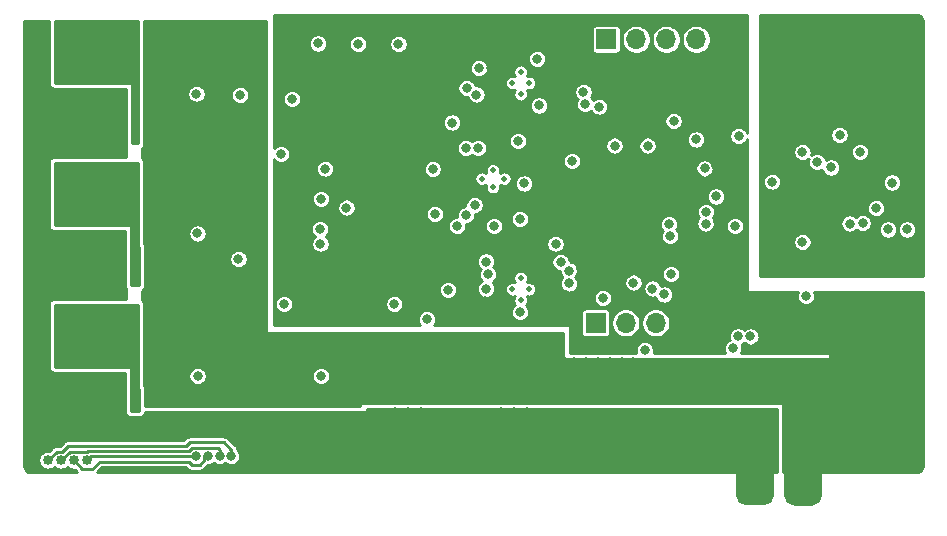
<source format=gbr>
%TF.GenerationSoftware,KiCad,Pcbnew,(5.1.8)-1*%
%TF.CreationDate,2020-11-11T18:37:22-08:00*%
%TF.ProjectId,MicroMotor,4d696372-6f4d-46f7-946f-722e6b696361,rev?*%
%TF.SameCoordinates,Original*%
%TF.FileFunction,Copper,L2,Inr*%
%TF.FilePolarity,Positive*%
%FSLAX46Y46*%
G04 Gerber Fmt 4.6, Leading zero omitted, Abs format (unit mm)*
G04 Created by KiCad (PCBNEW (5.1.8)-1) date 2020-11-11 18:37:22*
%MOMM*%
%LPD*%
G01*
G04 APERTURE LIST*
%TA.AperFunction,ComponentPad*%
%ADD10C,0.850000*%
%TD*%
%TA.AperFunction,ComponentPad*%
%ADD11O,1.500000X3.000000*%
%TD*%
%TA.AperFunction,ComponentPad*%
%ADD12R,1.700000X1.700000*%
%TD*%
%TA.AperFunction,ComponentPad*%
%ADD13O,1.700000X1.700000*%
%TD*%
%TA.AperFunction,ComponentPad*%
%ADD14C,0.499999*%
%TD*%
%TA.AperFunction,ViaPad*%
%ADD15C,0.800000*%
%TD*%
%TA.AperFunction,ViaPad*%
%ADD16C,0.600000*%
%TD*%
%TA.AperFunction,Conductor*%
%ADD17C,0.250000*%
%TD*%
%TA.AperFunction,Conductor*%
%ADD18C,0.100000*%
%TD*%
G04 APERTURE END LIST*
D10*
%TO.N,GND*%
%TO.C,J8*%
X113200000Y-108350000D03*
%TD*%
%TO.N,HALL_B*%
%TO.C,J8*%
X112100000Y-108350000D03*
%TD*%
%TO.N,HALL_A*%
%TO.C,J8*%
X111000000Y-108350000D03*
%TD*%
%TO.N,HALL_C*%
%TO.C,J8*%
X109900000Y-108350000D03*
%TD*%
D11*
%TO.N,MTR_A*%
%TO.C,REF\u002A\u002A*%
X111200000Y-97800000D03*
%TD*%
%TO.N,MTR_B*%
%TO.C,REF\u002A\u002A*%
X111200000Y-85800000D03*
%TD*%
%TO.N,MTR_C*%
%TO.C,REF\u002A\u002A*%
X111200000Y-73750000D03*
%TD*%
%TO.N,+VDC*%
%TO.C,J4*%
%TA.AperFunction,ComponentPad*%
G36*
G01*
X168192000Y-111350000D02*
X168192000Y-107950000D01*
G75*
G02*
X168992000Y-107150000I800000J0D01*
G01*
X170592000Y-107150000D01*
G75*
G02*
X171392000Y-107950000I0J-800000D01*
G01*
X171392000Y-111350000D01*
G75*
G02*
X170592000Y-112150000I-800000J0D01*
G01*
X168992000Y-112150000D01*
G75*
G02*
X168192000Y-111350000I0J800000D01*
G01*
G37*
%TD.AperFunction*%
%TO.N,GND*%
%TA.AperFunction,ComponentPad*%
G36*
G01*
X172256000Y-111370000D02*
X172256000Y-107970000D01*
G75*
G02*
X173056000Y-107170000I800000J0D01*
G01*
X174656000Y-107170000D01*
G75*
G02*
X175456000Y-107970000I0J-800000D01*
G01*
X175456000Y-111370000D01*
G75*
G02*
X174656000Y-112170000I-800000J0D01*
G01*
X173056000Y-112170000D01*
G75*
G02*
X172256000Y-111370000I0J800000D01*
G01*
G37*
%TD.AperFunction*%
%TD*%
D12*
%TO.N,Encod_A*%
%TO.C,J3*%
X157200000Y-72700000D03*
D13*
%TO.N,Encod_B*%
X159740000Y-72700000D03*
%TO.N,Encod_Z*%
X162280000Y-72700000D03*
%TO.N,5V_Out*%
X164820000Y-72700000D03*
%TO.N,GND*%
X167360000Y-72700000D03*
%TD*%
D14*
%TO.N,N/C*%
%TO.C,U4*%
X149950003Y-77349998D03*
X150650004Y-76399997D03*
X149250001Y-76399997D03*
X149950003Y-75449997D03*
%TD*%
%TO.N,N/C*%
%TO.C,U6*%
X149949997Y-92900000D03*
X149249996Y-93850001D03*
X150649999Y-93850001D03*
X149949997Y-94800001D03*
%TD*%
%TO.N,N/C*%
%TO.C,U5*%
X148550003Y-84500003D03*
X147600003Y-83800001D03*
X147600003Y-85200004D03*
X146650002Y-84500003D03*
%TD*%
D12*
%TO.N,SWDIO*%
%TO.C,J2*%
X156300000Y-96700000D03*
D13*
%TO.N,SWCLK*%
X158840000Y-96700000D03*
%TO.N,+3V3*%
X161380000Y-96700000D03*
%TO.N,GND*%
X163920000Y-96700000D03*
%TD*%
D15*
%TO.N,GNDS*%
X183100000Y-77900000D03*
X180000000Y-82300000D03*
X174400000Y-81300000D03*
X171250000Y-90650000D03*
X171425000Y-87275000D03*
X176200846Y-87000846D03*
%TO.N,GND*%
X139300000Y-102550000D03*
X140400000Y-102550000D03*
X141500000Y-102550000D03*
X148300000Y-102600000D03*
X150500000Y-102600000D03*
X149400000Y-102600000D03*
X126000000Y-81450000D03*
X124850000Y-82500000D03*
X126000000Y-82500000D03*
X124850000Y-81450000D03*
X124600000Y-93450000D03*
X125750000Y-93450000D03*
X125750000Y-94500000D03*
X124600000Y-94500000D03*
X130300000Y-98050000D03*
X131450000Y-98050000D03*
X131450000Y-99100000D03*
X130300000Y-99100000D03*
X130300000Y-100150000D03*
X134000000Y-103450000D03*
X132850000Y-103450000D03*
X131700000Y-102400000D03*
X134000000Y-102400000D03*
X135150000Y-103450000D03*
X132850000Y-102400000D03*
X135150000Y-102400000D03*
X131700000Y-103450000D03*
X166850000Y-101550000D03*
X166850000Y-100350000D03*
X168850000Y-100350000D03*
X170850000Y-100350000D03*
X169850000Y-100350000D03*
X171850000Y-100350000D03*
X167850000Y-100350000D03*
X155500000Y-100000000D03*
X154500000Y-100000000D03*
X156500000Y-100000000D03*
X157500000Y-100000000D03*
X158500000Y-100000000D03*
X157500000Y-101000000D03*
X158500000Y-101000000D03*
X159500000Y-100000000D03*
X159500000Y-101000000D03*
X158500000Y-102000000D03*
X119650000Y-78500000D03*
X120900000Y-78500000D03*
X120900000Y-86350000D03*
X120900000Y-87550000D03*
X120900000Y-90500000D03*
X143850000Y-100750000D03*
X143850000Y-99750000D03*
X137000000Y-100750000D03*
X137000000Y-99750000D03*
X147250000Y-99750000D03*
X151500000Y-99750000D03*
X147250000Y-100750000D03*
X151500000Y-100750000D03*
X151500000Y-101750000D03*
X147250000Y-101750000D03*
X138250000Y-99750000D03*
X142500000Y-99750000D03*
X138250000Y-100750000D03*
X142500000Y-100750000D03*
X166500000Y-83400000D03*
X156700000Y-81200000D03*
X161700000Y-92800000D03*
X154300000Y-82000000D03*
X154100000Y-88800000D03*
X151900000Y-90300000D03*
X168100000Y-91800000D03*
X165600000Y-81800000D03*
X160521716Y-74723392D03*
X149800000Y-74500000D03*
X154650000Y-76374996D03*
X147400002Y-75150000D03*
X149750000Y-78300000D03*
X151300000Y-95850000D03*
X150150000Y-91950000D03*
X153824847Y-94349848D03*
X146950386Y-94891765D03*
X150300000Y-83750000D03*
X148964646Y-81959187D03*
X148964646Y-87500008D03*
X144575000Y-83700000D03*
X175450000Y-98175000D03*
X170474990Y-97825010D03*
X163700000Y-102600000D03*
X142300000Y-88700000D03*
X171850000Y-101550000D03*
X167850000Y-101550000D03*
X168850000Y-101550000D03*
X169850000Y-101550000D03*
X170850000Y-101550000D03*
X167850000Y-102750000D03*
X168850000Y-102750000D03*
X169850000Y-102750000D03*
X170850000Y-102750000D03*
X154500000Y-103000000D03*
X154500000Y-102000000D03*
X154500000Y-101000000D03*
X155500000Y-101000000D03*
X156500000Y-101000000D03*
X175200000Y-103250000D03*
X174200000Y-103250000D03*
X120900000Y-74300000D03*
X120900000Y-75500000D03*
X119650000Y-74300000D03*
X119650000Y-75500000D03*
X136500000Y-71250000D03*
X122050000Y-86350000D03*
X122050000Y-87550000D03*
X122300000Y-74650000D03*
X122300000Y-75800000D03*
X122550000Y-98950000D03*
X122550000Y-100100000D03*
X137000000Y-101750000D03*
X138250000Y-101750000D03*
X142500000Y-101750000D03*
X143850000Y-101750000D03*
X146000000Y-99750000D03*
X146000000Y-100750000D03*
X146000000Y-101750000D03*
X152750000Y-99750000D03*
X152750000Y-100750000D03*
X152750000Y-101750000D03*
X175200000Y-104250000D03*
X174200000Y-104250000D03*
X173200000Y-104250000D03*
X180650000Y-98500000D03*
X180650000Y-99500000D03*
X180650000Y-100500000D03*
X180650000Y-101500000D03*
X181500000Y-104500000D03*
X183000000Y-104500000D03*
X183000000Y-106000000D03*
X181500000Y-106000000D03*
X180000000Y-106000000D03*
X178500000Y-106000000D03*
X177000000Y-106000000D03*
X177000000Y-107500000D03*
X178500000Y-107500000D03*
X180000000Y-107500000D03*
X181500000Y-107500000D03*
X183000000Y-107500000D03*
X122450000Y-108000000D03*
X122800000Y-96450000D03*
X127350000Y-96700000D03*
X127350000Y-98400000D03*
X127300000Y-100050000D03*
X125800000Y-100050000D03*
X125850000Y-96550000D03*
X123400000Y-94450000D03*
X123400000Y-92600000D03*
X126800000Y-94500000D03*
%TO.N,3v3Out*%
X182650000Y-88800000D03*
X173800000Y-89850000D03*
X180050000Y-87000000D03*
X171250000Y-84750000D03*
X176225000Y-83550000D03*
%TO.N,+3V3*%
X166500000Y-86000000D03*
X162900000Y-79600000D03*
X162670144Y-92557464D03*
X154300000Y-83000003D03*
X152900000Y-90000000D03*
X164818359Y-81176252D03*
X151350000Y-74350000D03*
X155262173Y-77165723D03*
X146399999Y-75150000D03*
X149900000Y-95800000D03*
X154025000Y-93370082D03*
X146998775Y-93818070D03*
X150250000Y-84900000D03*
X149729196Y-81314619D03*
X149870727Y-87923117D03*
X156600000Y-78400000D03*
X159500000Y-93300000D03*
X168400000Y-80900000D03*
X169400000Y-97850000D03*
X168350000Y-97850000D03*
X167950000Y-98850000D03*
%TO.N,+VDC*%
X167350000Y-104700000D03*
X168500000Y-105700000D03*
X168500000Y-104700000D03*
X148300000Y-104250000D03*
X149400000Y-104250000D03*
X150500000Y-104250000D03*
X108600000Y-71450000D03*
X108600000Y-73450000D03*
X108600000Y-75450000D03*
X108600000Y-107500000D03*
X108600000Y-85500000D03*
X108600000Y-87500000D03*
X108600000Y-83500000D03*
X108600000Y-95500000D03*
X108600000Y-99500000D03*
X108600000Y-97500000D03*
X110000000Y-79500000D03*
X111400000Y-79500000D03*
X108600000Y-79500000D03*
X110000000Y-81500000D03*
X108600000Y-81500000D03*
X111400000Y-81500000D03*
X110000000Y-91500000D03*
X108600000Y-91500000D03*
X111400000Y-93500000D03*
X110000000Y-93500000D03*
X108600000Y-93500000D03*
X111400000Y-91500000D03*
X110000000Y-89500000D03*
X111400000Y-89500000D03*
X108600000Y-89500000D03*
X110000000Y-103500000D03*
X108600000Y-103500000D03*
X111400000Y-105500000D03*
X110000000Y-105500000D03*
X108600000Y-105500000D03*
X111400000Y-103500000D03*
X110000000Y-101500000D03*
X111400000Y-101500000D03*
X108600000Y-101500000D03*
X135150000Y-105300000D03*
X135150000Y-106350000D03*
X134000000Y-105300000D03*
X134000000Y-106350000D03*
X132850000Y-106350000D03*
X132850000Y-105300000D03*
X131700000Y-106350000D03*
X131700000Y-105300000D03*
X166200000Y-108700000D03*
X167350000Y-108700000D03*
X158550000Y-108700000D03*
X164950000Y-108700000D03*
X162450000Y-108700000D03*
X161100000Y-108700000D03*
X159850000Y-108700000D03*
X163700000Y-108700000D03*
X114500000Y-92400000D03*
X115750000Y-93650000D03*
X114500000Y-91150000D03*
X113250000Y-89900000D03*
X115750000Y-91150000D03*
X113250000Y-91150000D03*
X115750000Y-89900000D03*
X115750000Y-92400000D03*
X113250000Y-93650000D03*
X114500000Y-93650000D03*
X114500000Y-104200000D03*
X115750000Y-105700000D03*
X114500000Y-103200000D03*
X113250000Y-101950000D03*
X115750000Y-103200000D03*
X113250000Y-103200000D03*
X115750000Y-101950000D03*
X115750000Y-104450000D03*
X114500000Y-101950000D03*
X113250000Y-104200000D03*
X114500000Y-89900000D03*
X113250000Y-92400000D03*
X115750000Y-77900000D03*
X166200000Y-105700000D03*
X167350000Y-105700000D03*
X162450000Y-107700000D03*
X164950000Y-107700000D03*
X163700000Y-107700000D03*
X158550000Y-107700000D03*
X161100000Y-107700000D03*
X159850000Y-107700000D03*
X138250000Y-105000000D03*
X142500000Y-105000000D03*
X147250000Y-105000000D03*
X151500000Y-105000000D03*
X166200000Y-106700000D03*
X167350000Y-106700000D03*
X166200000Y-107700000D03*
X167350000Y-107700000D03*
X115750000Y-79150000D03*
X115750000Y-80400000D03*
X115750000Y-81650000D03*
X114500000Y-77900000D03*
X114500000Y-79150000D03*
X114500000Y-80400000D03*
X114500000Y-81650000D03*
X113250000Y-77900000D03*
X113250000Y-79150000D03*
X113250000Y-80400000D03*
X113250000Y-81650000D03*
X138250000Y-106050000D03*
X142500000Y-106000000D03*
X143600000Y-105000000D03*
X143600000Y-106000000D03*
X137100000Y-105000000D03*
X137100000Y-106050000D03*
X147250000Y-106050000D03*
X146150000Y-106050000D03*
X146150000Y-105000000D03*
X151500000Y-106050000D03*
X152700000Y-106050000D03*
X152700000Y-105000000D03*
X108600000Y-77500000D03*
X110000000Y-77500000D03*
X111400000Y-77500000D03*
X139300000Y-104250000D03*
X140400000Y-104250000D03*
X141500000Y-104250000D03*
%TO.N,+10V*%
X133000000Y-90000000D03*
X142000000Y-96400000D03*
X132800000Y-73050000D03*
X136200000Y-73100000D03*
X139600000Y-73100000D03*
X160450000Y-99000000D03*
%TO.N,5V_Out*%
X174100000Y-94450000D03*
%TO.N,MTR_A*%
X117050000Y-95750000D03*
X117050000Y-99900000D03*
X115800000Y-98250000D03*
X114550000Y-98250000D03*
X113300000Y-98250000D03*
X115800000Y-95750000D03*
X115800000Y-97000000D03*
X113300000Y-99900000D03*
X115800000Y-99900000D03*
X114550000Y-97000000D03*
X117050000Y-97000000D03*
X114550000Y-99900000D03*
X113300000Y-95750000D03*
X114550000Y-95750000D03*
X117050000Y-98250000D03*
X113300000Y-97000000D03*
D16*
X117300000Y-104000000D03*
X117300000Y-101450000D03*
X117300000Y-102700000D03*
D15*
%TO.N,MTR_B*%
X117050000Y-83750000D03*
X117050000Y-87900000D03*
X115800000Y-86250000D03*
X114550000Y-86250000D03*
X113300000Y-86250000D03*
X115800000Y-83750000D03*
X115800000Y-85000000D03*
X113300000Y-87900000D03*
X115800000Y-87900000D03*
X114550000Y-85000000D03*
X117050000Y-85000000D03*
X114550000Y-87900000D03*
X113300000Y-83750000D03*
X114550000Y-83750000D03*
X117050000Y-86250000D03*
X113300000Y-85000000D03*
D16*
X117300000Y-92000000D03*
X117300000Y-89450000D03*
X117300000Y-90700000D03*
D15*
%TO.N,BHB*%
X126050000Y-91300000D03*
X139250000Y-95100000D03*
%TO.N,MTR_C*%
X117050000Y-71700000D03*
D16*
X117300000Y-77400000D03*
X117300000Y-78650000D03*
X117300000Y-79950000D03*
X117300000Y-81200000D03*
D15*
X117050000Y-72950000D03*
X117050000Y-74200000D03*
X117050000Y-75850000D03*
X115800000Y-71700000D03*
X115800000Y-72950000D03*
X115800000Y-74200000D03*
X115800000Y-75850000D03*
X114550000Y-71700000D03*
X114550000Y-72950000D03*
X114550000Y-74200000D03*
X114550000Y-75850000D03*
X113300000Y-71700000D03*
X113300000Y-72950000D03*
X113300000Y-74200000D03*
X113300000Y-75850000D03*
X126200000Y-77400000D03*
X133400000Y-83650000D03*
%TO.N,Net-(D1-Pad1)*%
X181050000Y-88800000D03*
X181392681Y-84825000D03*
%TO.N,SWDIO*%
X161100000Y-93800000D03*
%TO.N,SWCLK*%
X162100000Y-94300000D03*
X162604685Y-89344508D03*
%TO.N,Encod_A*%
X155400000Y-78200000D03*
%TO.N,Encod_B*%
X157900000Y-81700000D03*
%TO.N,Encod_Z*%
X160700000Y-81700000D03*
%TO.N,Net-(R1-Pad2)*%
X178898481Y-88244679D03*
X178688695Y-82212979D03*
%TO.N,Net-(R2-Pad1)*%
X177799996Y-88300000D03*
X176950000Y-80800000D03*
%TO.N,Net-(R6-Pad2)*%
X165525640Y-83625000D03*
X168100000Y-88500000D03*
%TO.N,DIS*%
X156900000Y-94600000D03*
X147700000Y-88500000D03*
X144575000Y-88500000D03*
X142500000Y-83700000D03*
X144150000Y-79750000D03*
%TO.N,Net-(R10-Pad2)*%
X143800000Y-93900000D03*
X142674990Y-87500000D03*
%TO.N,Net-(R11-Pad1)*%
X122584314Y-89134314D03*
X129900000Y-95100000D03*
%TO.N,Net-(R13-Pad1)*%
X132953165Y-88746836D03*
X130600000Y-77750000D03*
%TO.N,Net-(R14-Pad1)*%
X122500000Y-77300000D03*
X129650000Y-82400000D03*
%TO.N,Net-(R16-Pad1)*%
X122600000Y-101200000D03*
X133050000Y-101200000D03*
X135200010Y-86950000D03*
X133050000Y-86200000D03*
%TO.N,HALL_A*%
X165600000Y-88300000D03*
X124450000Y-108000000D03*
%TO.N,HALL_B*%
X162500000Y-88350000D03*
X123450000Y-108000000D03*
%TO.N,+PWM*%
X153332678Y-91542016D03*
X147014800Y-91509880D03*
X146050010Y-86749990D03*
X146329943Y-81895379D03*
X146200000Y-77374997D03*
X151500000Y-78300000D03*
%TO.N,-PWM*%
X154014914Y-92273150D03*
X147200000Y-92600000D03*
X145300000Y-87600000D03*
X145300000Y-81899990D03*
X145372521Y-76813497D03*
%TO.N,HALL_C*%
X165650000Y-87300000D03*
X125450000Y-108000000D03*
%TO.N,Net-(R22-Pad2)*%
X173800000Y-82250000D03*
X175049154Y-83099154D03*
%TD*%
D17*
%TO.N,GND*%
X113550000Y-108000000D02*
X113200000Y-108350000D01*
X122450000Y-108000000D02*
X113550000Y-108000000D01*
%TO.N,HALL_A*%
X122101999Y-107274999D02*
X121827008Y-107549990D01*
X124290684Y-107274999D02*
X122101999Y-107274999D01*
X124450000Y-108000000D02*
X124450000Y-107434315D01*
X124450000Y-107434315D02*
X124290684Y-107274999D01*
X113250001Y-107599999D02*
X111750001Y-107599999D01*
X113300010Y-107549990D02*
X113250001Y-107599999D01*
X111750001Y-107599999D02*
X111000000Y-108350000D01*
X121827008Y-107549990D02*
X113300010Y-107549990D01*
%TO.N,HALL_B*%
X123450000Y-108000000D02*
X123450000Y-108150000D01*
X122101999Y-108725001D02*
X121827008Y-108450010D01*
X123200000Y-108000000D02*
X123175001Y-108024999D01*
X123175001Y-108024999D02*
X123175001Y-108348001D01*
X123450000Y-108000000D02*
X123200000Y-108000000D01*
X123175001Y-108348001D02*
X122798001Y-108725001D01*
X122798001Y-108725001D02*
X122101999Y-108725001D01*
X121827008Y-108450010D02*
X114300000Y-108450010D01*
X113650009Y-109100001D02*
X112850001Y-109100001D01*
X112850001Y-109100001D02*
X112100000Y-108350000D01*
X114300000Y-108450010D02*
X113650009Y-109100001D01*
%TO.N,HALL_C*%
X124840674Y-106824989D02*
X121915598Y-106824990D01*
X121915598Y-106824990D02*
X121640608Y-107099980D01*
X125450000Y-108000000D02*
X125450000Y-107434315D01*
X125450000Y-107434315D02*
X124840674Y-106824989D01*
X110650001Y-107599999D02*
X109900000Y-108350000D01*
X111113591Y-107599999D02*
X110650001Y-107599999D01*
X111613608Y-107099982D02*
X111113591Y-107599999D01*
X121640608Y-107099980D02*
X111613608Y-107099982D01*
%TD*%
%TO.N,GNDS*%
X183516167Y-70613309D02*
X183627913Y-70647047D01*
X183730971Y-70701843D01*
X183821430Y-70775620D01*
X183895832Y-70865556D01*
X183951350Y-70968236D01*
X183985865Y-71079735D01*
X184000000Y-71214214D01*
X184000001Y-92775000D01*
X170225000Y-92775000D01*
X170225000Y-89773669D01*
X173025000Y-89773669D01*
X173025000Y-89926331D01*
X173054783Y-90076059D01*
X173113204Y-90217100D01*
X173198018Y-90344034D01*
X173305966Y-90451982D01*
X173432900Y-90536796D01*
X173573941Y-90595217D01*
X173723669Y-90625000D01*
X173876331Y-90625000D01*
X174026059Y-90595217D01*
X174167100Y-90536796D01*
X174294034Y-90451982D01*
X174401982Y-90344034D01*
X174486796Y-90217100D01*
X174545217Y-90076059D01*
X174575000Y-89926331D01*
X174575000Y-89773669D01*
X174545217Y-89623941D01*
X174486796Y-89482900D01*
X174401982Y-89355966D01*
X174294034Y-89248018D01*
X174167100Y-89163204D01*
X174026059Y-89104783D01*
X173876331Y-89075000D01*
X173723669Y-89075000D01*
X173573941Y-89104783D01*
X173432900Y-89163204D01*
X173305966Y-89248018D01*
X173198018Y-89355966D01*
X173113204Y-89482900D01*
X173054783Y-89623941D01*
X173025000Y-89773669D01*
X170225000Y-89773669D01*
X170225000Y-88223669D01*
X177024996Y-88223669D01*
X177024996Y-88376331D01*
X177054779Y-88526059D01*
X177113200Y-88667100D01*
X177198014Y-88794034D01*
X177305962Y-88901982D01*
X177432896Y-88986796D01*
X177573937Y-89045217D01*
X177723665Y-89075000D01*
X177876327Y-89075000D01*
X178026055Y-89045217D01*
X178167096Y-88986796D01*
X178294030Y-88901982D01*
X178376899Y-88819113D01*
X178404447Y-88846661D01*
X178531381Y-88931475D01*
X178672422Y-88989896D01*
X178822150Y-89019679D01*
X178974812Y-89019679D01*
X179124540Y-88989896D01*
X179265581Y-88931475D01*
X179392515Y-88846661D01*
X179500463Y-88738713D01*
X179510515Y-88723669D01*
X180275000Y-88723669D01*
X180275000Y-88876331D01*
X180304783Y-89026059D01*
X180363204Y-89167100D01*
X180448018Y-89294034D01*
X180555966Y-89401982D01*
X180682900Y-89486796D01*
X180823941Y-89545217D01*
X180973669Y-89575000D01*
X181126331Y-89575000D01*
X181276059Y-89545217D01*
X181417100Y-89486796D01*
X181544034Y-89401982D01*
X181651982Y-89294034D01*
X181736796Y-89167100D01*
X181795217Y-89026059D01*
X181825000Y-88876331D01*
X181825000Y-88723669D01*
X181875000Y-88723669D01*
X181875000Y-88876331D01*
X181904783Y-89026059D01*
X181963204Y-89167100D01*
X182048018Y-89294034D01*
X182155966Y-89401982D01*
X182282900Y-89486796D01*
X182423941Y-89545217D01*
X182573669Y-89575000D01*
X182726331Y-89575000D01*
X182876059Y-89545217D01*
X183017100Y-89486796D01*
X183144034Y-89401982D01*
X183251982Y-89294034D01*
X183336796Y-89167100D01*
X183395217Y-89026059D01*
X183425000Y-88876331D01*
X183425000Y-88723669D01*
X183395217Y-88573941D01*
X183336796Y-88432900D01*
X183251982Y-88305966D01*
X183144034Y-88198018D01*
X183017100Y-88113204D01*
X182876059Y-88054783D01*
X182726331Y-88025000D01*
X182573669Y-88025000D01*
X182423941Y-88054783D01*
X182282900Y-88113204D01*
X182155966Y-88198018D01*
X182048018Y-88305966D01*
X181963204Y-88432900D01*
X181904783Y-88573941D01*
X181875000Y-88723669D01*
X181825000Y-88723669D01*
X181795217Y-88573941D01*
X181736796Y-88432900D01*
X181651982Y-88305966D01*
X181544034Y-88198018D01*
X181417100Y-88113204D01*
X181276059Y-88054783D01*
X181126331Y-88025000D01*
X180973669Y-88025000D01*
X180823941Y-88054783D01*
X180682900Y-88113204D01*
X180555966Y-88198018D01*
X180448018Y-88305966D01*
X180363204Y-88432900D01*
X180304783Y-88573941D01*
X180275000Y-88723669D01*
X179510515Y-88723669D01*
X179585277Y-88611779D01*
X179643698Y-88470738D01*
X179673481Y-88321010D01*
X179673481Y-88168348D01*
X179643698Y-88018620D01*
X179585277Y-87877579D01*
X179500463Y-87750645D01*
X179392515Y-87642697D01*
X179265581Y-87557883D01*
X179124540Y-87499462D01*
X178974812Y-87469679D01*
X178822150Y-87469679D01*
X178672422Y-87499462D01*
X178531381Y-87557883D01*
X178404447Y-87642697D01*
X178321578Y-87725566D01*
X178294030Y-87698018D01*
X178167096Y-87613204D01*
X178026055Y-87554783D01*
X177876327Y-87525000D01*
X177723665Y-87525000D01*
X177573937Y-87554783D01*
X177432896Y-87613204D01*
X177305962Y-87698018D01*
X177198014Y-87805966D01*
X177113200Y-87932900D01*
X177054779Y-88073941D01*
X177024996Y-88223669D01*
X170225000Y-88223669D01*
X170225000Y-86923669D01*
X179275000Y-86923669D01*
X179275000Y-87076331D01*
X179304783Y-87226059D01*
X179363204Y-87367100D01*
X179448018Y-87494034D01*
X179555966Y-87601982D01*
X179682900Y-87686796D01*
X179823941Y-87745217D01*
X179973669Y-87775000D01*
X180126331Y-87775000D01*
X180276059Y-87745217D01*
X180417100Y-87686796D01*
X180544034Y-87601982D01*
X180651982Y-87494034D01*
X180736796Y-87367100D01*
X180795217Y-87226059D01*
X180825000Y-87076331D01*
X180825000Y-86923669D01*
X180795217Y-86773941D01*
X180736796Y-86632900D01*
X180651982Y-86505966D01*
X180544034Y-86398018D01*
X180417100Y-86313204D01*
X180276059Y-86254783D01*
X180126331Y-86225000D01*
X179973669Y-86225000D01*
X179823941Y-86254783D01*
X179682900Y-86313204D01*
X179555966Y-86398018D01*
X179448018Y-86505966D01*
X179363204Y-86632900D01*
X179304783Y-86773941D01*
X179275000Y-86923669D01*
X170225000Y-86923669D01*
X170225000Y-84673669D01*
X170475000Y-84673669D01*
X170475000Y-84826331D01*
X170504783Y-84976059D01*
X170563204Y-85117100D01*
X170648018Y-85244034D01*
X170755966Y-85351982D01*
X170882900Y-85436796D01*
X171023941Y-85495217D01*
X171173669Y-85525000D01*
X171326331Y-85525000D01*
X171476059Y-85495217D01*
X171617100Y-85436796D01*
X171744034Y-85351982D01*
X171851982Y-85244034D01*
X171936796Y-85117100D01*
X171995217Y-84976059D01*
X172025000Y-84826331D01*
X172025000Y-84748669D01*
X180617681Y-84748669D01*
X180617681Y-84901331D01*
X180647464Y-85051059D01*
X180705885Y-85192100D01*
X180790699Y-85319034D01*
X180898647Y-85426982D01*
X181025581Y-85511796D01*
X181166622Y-85570217D01*
X181316350Y-85600000D01*
X181469012Y-85600000D01*
X181618740Y-85570217D01*
X181759781Y-85511796D01*
X181886715Y-85426982D01*
X181994663Y-85319034D01*
X182079477Y-85192100D01*
X182137898Y-85051059D01*
X182167681Y-84901331D01*
X182167681Y-84748669D01*
X182137898Y-84598941D01*
X182079477Y-84457900D01*
X181994663Y-84330966D01*
X181886715Y-84223018D01*
X181759781Y-84138204D01*
X181618740Y-84079783D01*
X181469012Y-84050000D01*
X181316350Y-84050000D01*
X181166622Y-84079783D01*
X181025581Y-84138204D01*
X180898647Y-84223018D01*
X180790699Y-84330966D01*
X180705885Y-84457900D01*
X180647464Y-84598941D01*
X180617681Y-84748669D01*
X172025000Y-84748669D01*
X172025000Y-84673669D01*
X171995217Y-84523941D01*
X171936796Y-84382900D01*
X171851982Y-84255966D01*
X171744034Y-84148018D01*
X171617100Y-84063204D01*
X171476059Y-84004783D01*
X171326331Y-83975000D01*
X171173669Y-83975000D01*
X171023941Y-84004783D01*
X170882900Y-84063204D01*
X170755966Y-84148018D01*
X170648018Y-84255966D01*
X170563204Y-84382900D01*
X170504783Y-84523941D01*
X170475000Y-84673669D01*
X170225000Y-84673669D01*
X170225000Y-82173669D01*
X173025000Y-82173669D01*
X173025000Y-82326331D01*
X173054783Y-82476059D01*
X173113204Y-82617100D01*
X173198018Y-82744034D01*
X173305966Y-82851982D01*
X173432900Y-82936796D01*
X173573941Y-82995217D01*
X173723669Y-83025000D01*
X173876331Y-83025000D01*
X174026059Y-82995217D01*
X174167100Y-82936796D01*
X174294034Y-82851982D01*
X174325869Y-82820147D01*
X174303937Y-82873095D01*
X174274154Y-83022823D01*
X174274154Y-83175485D01*
X174303937Y-83325213D01*
X174362358Y-83466254D01*
X174447172Y-83593188D01*
X174555120Y-83701136D01*
X174682054Y-83785950D01*
X174823095Y-83844371D01*
X174972823Y-83874154D01*
X175125485Y-83874154D01*
X175275213Y-83844371D01*
X175416254Y-83785950D01*
X175474067Y-83747321D01*
X175479783Y-83776059D01*
X175538204Y-83917100D01*
X175623018Y-84044034D01*
X175730966Y-84151982D01*
X175857900Y-84236796D01*
X175998941Y-84295217D01*
X176148669Y-84325000D01*
X176301331Y-84325000D01*
X176451059Y-84295217D01*
X176592100Y-84236796D01*
X176719034Y-84151982D01*
X176826982Y-84044034D01*
X176911796Y-83917100D01*
X176970217Y-83776059D01*
X177000000Y-83626331D01*
X177000000Y-83473669D01*
X176970217Y-83323941D01*
X176911796Y-83182900D01*
X176826982Y-83055966D01*
X176719034Y-82948018D01*
X176592100Y-82863204D01*
X176451059Y-82804783D01*
X176301331Y-82775000D01*
X176148669Y-82775000D01*
X175998941Y-82804783D01*
X175857900Y-82863204D01*
X175800087Y-82901833D01*
X175794371Y-82873095D01*
X175735950Y-82732054D01*
X175651136Y-82605120D01*
X175543188Y-82497172D01*
X175416254Y-82412358D01*
X175275213Y-82353937D01*
X175125485Y-82324154D01*
X174972823Y-82324154D01*
X174823095Y-82353937D01*
X174682054Y-82412358D01*
X174555120Y-82497172D01*
X174523285Y-82529007D01*
X174545217Y-82476059D01*
X174575000Y-82326331D01*
X174575000Y-82173669D01*
X174567637Y-82136648D01*
X177913695Y-82136648D01*
X177913695Y-82289310D01*
X177943478Y-82439038D01*
X178001899Y-82580079D01*
X178086713Y-82707013D01*
X178194661Y-82814961D01*
X178321595Y-82899775D01*
X178462636Y-82958196D01*
X178612364Y-82987979D01*
X178765026Y-82987979D01*
X178914754Y-82958196D01*
X179055795Y-82899775D01*
X179182729Y-82814961D01*
X179290677Y-82707013D01*
X179375491Y-82580079D01*
X179433912Y-82439038D01*
X179463695Y-82289310D01*
X179463695Y-82136648D01*
X179433912Y-81986920D01*
X179375491Y-81845879D01*
X179290677Y-81718945D01*
X179182729Y-81610997D01*
X179055795Y-81526183D01*
X178914754Y-81467762D01*
X178765026Y-81437979D01*
X178612364Y-81437979D01*
X178462636Y-81467762D01*
X178321595Y-81526183D01*
X178194661Y-81610997D01*
X178086713Y-81718945D01*
X178001899Y-81845879D01*
X177943478Y-81986920D01*
X177913695Y-82136648D01*
X174567637Y-82136648D01*
X174545217Y-82023941D01*
X174486796Y-81882900D01*
X174401982Y-81755966D01*
X174294034Y-81648018D01*
X174167100Y-81563204D01*
X174026059Y-81504783D01*
X173876331Y-81475000D01*
X173723669Y-81475000D01*
X173573941Y-81504783D01*
X173432900Y-81563204D01*
X173305966Y-81648018D01*
X173198018Y-81755966D01*
X173113204Y-81882900D01*
X173054783Y-82023941D01*
X173025000Y-82173669D01*
X170225000Y-82173669D01*
X170225000Y-80723669D01*
X176175000Y-80723669D01*
X176175000Y-80876331D01*
X176204783Y-81026059D01*
X176263204Y-81167100D01*
X176348018Y-81294034D01*
X176455966Y-81401982D01*
X176582900Y-81486796D01*
X176723941Y-81545217D01*
X176873669Y-81575000D01*
X177026331Y-81575000D01*
X177176059Y-81545217D01*
X177317100Y-81486796D01*
X177444034Y-81401982D01*
X177551982Y-81294034D01*
X177636796Y-81167100D01*
X177695217Y-81026059D01*
X177725000Y-80876331D01*
X177725000Y-80723669D01*
X177695217Y-80573941D01*
X177636796Y-80432900D01*
X177551982Y-80305966D01*
X177444034Y-80198018D01*
X177317100Y-80113204D01*
X177176059Y-80054783D01*
X177026331Y-80025000D01*
X176873669Y-80025000D01*
X176723941Y-80054783D01*
X176582900Y-80113204D01*
X176455966Y-80198018D01*
X176348018Y-80305966D01*
X176263204Y-80432900D01*
X176204783Y-80573941D01*
X176175000Y-80723669D01*
X170225000Y-80723669D01*
X170225000Y-70600000D01*
X183380435Y-70600000D01*
X183516167Y-70613309D01*
%TA.AperFunction,Conductor*%
D18*
G36*
X183516167Y-70613309D02*
G01*
X183627913Y-70647047D01*
X183730971Y-70701843D01*
X183821430Y-70775620D01*
X183895832Y-70865556D01*
X183951350Y-70968236D01*
X183985865Y-71079735D01*
X184000000Y-71214214D01*
X184000001Y-92775000D01*
X170225000Y-92775000D01*
X170225000Y-89773669D01*
X173025000Y-89773669D01*
X173025000Y-89926331D01*
X173054783Y-90076059D01*
X173113204Y-90217100D01*
X173198018Y-90344034D01*
X173305966Y-90451982D01*
X173432900Y-90536796D01*
X173573941Y-90595217D01*
X173723669Y-90625000D01*
X173876331Y-90625000D01*
X174026059Y-90595217D01*
X174167100Y-90536796D01*
X174294034Y-90451982D01*
X174401982Y-90344034D01*
X174486796Y-90217100D01*
X174545217Y-90076059D01*
X174575000Y-89926331D01*
X174575000Y-89773669D01*
X174545217Y-89623941D01*
X174486796Y-89482900D01*
X174401982Y-89355966D01*
X174294034Y-89248018D01*
X174167100Y-89163204D01*
X174026059Y-89104783D01*
X173876331Y-89075000D01*
X173723669Y-89075000D01*
X173573941Y-89104783D01*
X173432900Y-89163204D01*
X173305966Y-89248018D01*
X173198018Y-89355966D01*
X173113204Y-89482900D01*
X173054783Y-89623941D01*
X173025000Y-89773669D01*
X170225000Y-89773669D01*
X170225000Y-88223669D01*
X177024996Y-88223669D01*
X177024996Y-88376331D01*
X177054779Y-88526059D01*
X177113200Y-88667100D01*
X177198014Y-88794034D01*
X177305962Y-88901982D01*
X177432896Y-88986796D01*
X177573937Y-89045217D01*
X177723665Y-89075000D01*
X177876327Y-89075000D01*
X178026055Y-89045217D01*
X178167096Y-88986796D01*
X178294030Y-88901982D01*
X178376899Y-88819113D01*
X178404447Y-88846661D01*
X178531381Y-88931475D01*
X178672422Y-88989896D01*
X178822150Y-89019679D01*
X178974812Y-89019679D01*
X179124540Y-88989896D01*
X179265581Y-88931475D01*
X179392515Y-88846661D01*
X179500463Y-88738713D01*
X179510515Y-88723669D01*
X180275000Y-88723669D01*
X180275000Y-88876331D01*
X180304783Y-89026059D01*
X180363204Y-89167100D01*
X180448018Y-89294034D01*
X180555966Y-89401982D01*
X180682900Y-89486796D01*
X180823941Y-89545217D01*
X180973669Y-89575000D01*
X181126331Y-89575000D01*
X181276059Y-89545217D01*
X181417100Y-89486796D01*
X181544034Y-89401982D01*
X181651982Y-89294034D01*
X181736796Y-89167100D01*
X181795217Y-89026059D01*
X181825000Y-88876331D01*
X181825000Y-88723669D01*
X181875000Y-88723669D01*
X181875000Y-88876331D01*
X181904783Y-89026059D01*
X181963204Y-89167100D01*
X182048018Y-89294034D01*
X182155966Y-89401982D01*
X182282900Y-89486796D01*
X182423941Y-89545217D01*
X182573669Y-89575000D01*
X182726331Y-89575000D01*
X182876059Y-89545217D01*
X183017100Y-89486796D01*
X183144034Y-89401982D01*
X183251982Y-89294034D01*
X183336796Y-89167100D01*
X183395217Y-89026059D01*
X183425000Y-88876331D01*
X183425000Y-88723669D01*
X183395217Y-88573941D01*
X183336796Y-88432900D01*
X183251982Y-88305966D01*
X183144034Y-88198018D01*
X183017100Y-88113204D01*
X182876059Y-88054783D01*
X182726331Y-88025000D01*
X182573669Y-88025000D01*
X182423941Y-88054783D01*
X182282900Y-88113204D01*
X182155966Y-88198018D01*
X182048018Y-88305966D01*
X181963204Y-88432900D01*
X181904783Y-88573941D01*
X181875000Y-88723669D01*
X181825000Y-88723669D01*
X181795217Y-88573941D01*
X181736796Y-88432900D01*
X181651982Y-88305966D01*
X181544034Y-88198018D01*
X181417100Y-88113204D01*
X181276059Y-88054783D01*
X181126331Y-88025000D01*
X180973669Y-88025000D01*
X180823941Y-88054783D01*
X180682900Y-88113204D01*
X180555966Y-88198018D01*
X180448018Y-88305966D01*
X180363204Y-88432900D01*
X180304783Y-88573941D01*
X180275000Y-88723669D01*
X179510515Y-88723669D01*
X179585277Y-88611779D01*
X179643698Y-88470738D01*
X179673481Y-88321010D01*
X179673481Y-88168348D01*
X179643698Y-88018620D01*
X179585277Y-87877579D01*
X179500463Y-87750645D01*
X179392515Y-87642697D01*
X179265581Y-87557883D01*
X179124540Y-87499462D01*
X178974812Y-87469679D01*
X178822150Y-87469679D01*
X178672422Y-87499462D01*
X178531381Y-87557883D01*
X178404447Y-87642697D01*
X178321578Y-87725566D01*
X178294030Y-87698018D01*
X178167096Y-87613204D01*
X178026055Y-87554783D01*
X177876327Y-87525000D01*
X177723665Y-87525000D01*
X177573937Y-87554783D01*
X177432896Y-87613204D01*
X177305962Y-87698018D01*
X177198014Y-87805966D01*
X177113200Y-87932900D01*
X177054779Y-88073941D01*
X177024996Y-88223669D01*
X170225000Y-88223669D01*
X170225000Y-86923669D01*
X179275000Y-86923669D01*
X179275000Y-87076331D01*
X179304783Y-87226059D01*
X179363204Y-87367100D01*
X179448018Y-87494034D01*
X179555966Y-87601982D01*
X179682900Y-87686796D01*
X179823941Y-87745217D01*
X179973669Y-87775000D01*
X180126331Y-87775000D01*
X180276059Y-87745217D01*
X180417100Y-87686796D01*
X180544034Y-87601982D01*
X180651982Y-87494034D01*
X180736796Y-87367100D01*
X180795217Y-87226059D01*
X180825000Y-87076331D01*
X180825000Y-86923669D01*
X180795217Y-86773941D01*
X180736796Y-86632900D01*
X180651982Y-86505966D01*
X180544034Y-86398018D01*
X180417100Y-86313204D01*
X180276059Y-86254783D01*
X180126331Y-86225000D01*
X179973669Y-86225000D01*
X179823941Y-86254783D01*
X179682900Y-86313204D01*
X179555966Y-86398018D01*
X179448018Y-86505966D01*
X179363204Y-86632900D01*
X179304783Y-86773941D01*
X179275000Y-86923669D01*
X170225000Y-86923669D01*
X170225000Y-84673669D01*
X170475000Y-84673669D01*
X170475000Y-84826331D01*
X170504783Y-84976059D01*
X170563204Y-85117100D01*
X170648018Y-85244034D01*
X170755966Y-85351982D01*
X170882900Y-85436796D01*
X171023941Y-85495217D01*
X171173669Y-85525000D01*
X171326331Y-85525000D01*
X171476059Y-85495217D01*
X171617100Y-85436796D01*
X171744034Y-85351982D01*
X171851982Y-85244034D01*
X171936796Y-85117100D01*
X171995217Y-84976059D01*
X172025000Y-84826331D01*
X172025000Y-84748669D01*
X180617681Y-84748669D01*
X180617681Y-84901331D01*
X180647464Y-85051059D01*
X180705885Y-85192100D01*
X180790699Y-85319034D01*
X180898647Y-85426982D01*
X181025581Y-85511796D01*
X181166622Y-85570217D01*
X181316350Y-85600000D01*
X181469012Y-85600000D01*
X181618740Y-85570217D01*
X181759781Y-85511796D01*
X181886715Y-85426982D01*
X181994663Y-85319034D01*
X182079477Y-85192100D01*
X182137898Y-85051059D01*
X182167681Y-84901331D01*
X182167681Y-84748669D01*
X182137898Y-84598941D01*
X182079477Y-84457900D01*
X181994663Y-84330966D01*
X181886715Y-84223018D01*
X181759781Y-84138204D01*
X181618740Y-84079783D01*
X181469012Y-84050000D01*
X181316350Y-84050000D01*
X181166622Y-84079783D01*
X181025581Y-84138204D01*
X180898647Y-84223018D01*
X180790699Y-84330966D01*
X180705885Y-84457900D01*
X180647464Y-84598941D01*
X180617681Y-84748669D01*
X172025000Y-84748669D01*
X172025000Y-84673669D01*
X171995217Y-84523941D01*
X171936796Y-84382900D01*
X171851982Y-84255966D01*
X171744034Y-84148018D01*
X171617100Y-84063204D01*
X171476059Y-84004783D01*
X171326331Y-83975000D01*
X171173669Y-83975000D01*
X171023941Y-84004783D01*
X170882900Y-84063204D01*
X170755966Y-84148018D01*
X170648018Y-84255966D01*
X170563204Y-84382900D01*
X170504783Y-84523941D01*
X170475000Y-84673669D01*
X170225000Y-84673669D01*
X170225000Y-82173669D01*
X173025000Y-82173669D01*
X173025000Y-82326331D01*
X173054783Y-82476059D01*
X173113204Y-82617100D01*
X173198018Y-82744034D01*
X173305966Y-82851982D01*
X173432900Y-82936796D01*
X173573941Y-82995217D01*
X173723669Y-83025000D01*
X173876331Y-83025000D01*
X174026059Y-82995217D01*
X174167100Y-82936796D01*
X174294034Y-82851982D01*
X174325869Y-82820147D01*
X174303937Y-82873095D01*
X174274154Y-83022823D01*
X174274154Y-83175485D01*
X174303937Y-83325213D01*
X174362358Y-83466254D01*
X174447172Y-83593188D01*
X174555120Y-83701136D01*
X174682054Y-83785950D01*
X174823095Y-83844371D01*
X174972823Y-83874154D01*
X175125485Y-83874154D01*
X175275213Y-83844371D01*
X175416254Y-83785950D01*
X175474067Y-83747321D01*
X175479783Y-83776059D01*
X175538204Y-83917100D01*
X175623018Y-84044034D01*
X175730966Y-84151982D01*
X175857900Y-84236796D01*
X175998941Y-84295217D01*
X176148669Y-84325000D01*
X176301331Y-84325000D01*
X176451059Y-84295217D01*
X176592100Y-84236796D01*
X176719034Y-84151982D01*
X176826982Y-84044034D01*
X176911796Y-83917100D01*
X176970217Y-83776059D01*
X177000000Y-83626331D01*
X177000000Y-83473669D01*
X176970217Y-83323941D01*
X176911796Y-83182900D01*
X176826982Y-83055966D01*
X176719034Y-82948018D01*
X176592100Y-82863204D01*
X176451059Y-82804783D01*
X176301331Y-82775000D01*
X176148669Y-82775000D01*
X175998941Y-82804783D01*
X175857900Y-82863204D01*
X175800087Y-82901833D01*
X175794371Y-82873095D01*
X175735950Y-82732054D01*
X175651136Y-82605120D01*
X175543188Y-82497172D01*
X175416254Y-82412358D01*
X175275213Y-82353937D01*
X175125485Y-82324154D01*
X174972823Y-82324154D01*
X174823095Y-82353937D01*
X174682054Y-82412358D01*
X174555120Y-82497172D01*
X174523285Y-82529007D01*
X174545217Y-82476059D01*
X174575000Y-82326331D01*
X174575000Y-82173669D01*
X174567637Y-82136648D01*
X177913695Y-82136648D01*
X177913695Y-82289310D01*
X177943478Y-82439038D01*
X178001899Y-82580079D01*
X178086713Y-82707013D01*
X178194661Y-82814961D01*
X178321595Y-82899775D01*
X178462636Y-82958196D01*
X178612364Y-82987979D01*
X178765026Y-82987979D01*
X178914754Y-82958196D01*
X179055795Y-82899775D01*
X179182729Y-82814961D01*
X179290677Y-82707013D01*
X179375491Y-82580079D01*
X179433912Y-82439038D01*
X179463695Y-82289310D01*
X179463695Y-82136648D01*
X179433912Y-81986920D01*
X179375491Y-81845879D01*
X179290677Y-81718945D01*
X179182729Y-81610997D01*
X179055795Y-81526183D01*
X178914754Y-81467762D01*
X178765026Y-81437979D01*
X178612364Y-81437979D01*
X178462636Y-81467762D01*
X178321595Y-81526183D01*
X178194661Y-81610997D01*
X178086713Y-81718945D01*
X178001899Y-81845879D01*
X177943478Y-81986920D01*
X177913695Y-82136648D01*
X174567637Y-82136648D01*
X174545217Y-82023941D01*
X174486796Y-81882900D01*
X174401982Y-81755966D01*
X174294034Y-81648018D01*
X174167100Y-81563204D01*
X174026059Y-81504783D01*
X173876331Y-81475000D01*
X173723669Y-81475000D01*
X173573941Y-81504783D01*
X173432900Y-81563204D01*
X173305966Y-81648018D01*
X173198018Y-81755966D01*
X173113204Y-81882900D01*
X173054783Y-82023941D01*
X173025000Y-82173669D01*
X170225000Y-82173669D01*
X170225000Y-80723669D01*
X176175000Y-80723669D01*
X176175000Y-80876331D01*
X176204783Y-81026059D01*
X176263204Y-81167100D01*
X176348018Y-81294034D01*
X176455966Y-81401982D01*
X176582900Y-81486796D01*
X176723941Y-81545217D01*
X176873669Y-81575000D01*
X177026331Y-81575000D01*
X177176059Y-81545217D01*
X177317100Y-81486796D01*
X177444034Y-81401982D01*
X177551982Y-81294034D01*
X177636796Y-81167100D01*
X177695217Y-81026059D01*
X177725000Y-80876331D01*
X177725000Y-80723669D01*
X177695217Y-80573941D01*
X177636796Y-80432900D01*
X177551982Y-80305966D01*
X177444034Y-80198018D01*
X177317100Y-80113204D01*
X177176059Y-80054783D01*
X177026331Y-80025000D01*
X176873669Y-80025000D01*
X176723941Y-80054783D01*
X176582900Y-80113204D01*
X176455966Y-80198018D01*
X176348018Y-80305966D01*
X176263204Y-80432900D01*
X176204783Y-80573941D01*
X176175000Y-80723669D01*
X170225000Y-80723669D01*
X170225000Y-70600000D01*
X183380435Y-70600000D01*
X183516167Y-70613309D01*
G37*
%TD.AperFunction*%
%TD*%
D17*
%TO.N,+VDC*%
X110025000Y-76500000D02*
X110032206Y-76573159D01*
X110053545Y-76643506D01*
X110088199Y-76708339D01*
X110134835Y-76765165D01*
X110191661Y-76811801D01*
X110256494Y-76846455D01*
X110326841Y-76867794D01*
X110400000Y-76875000D01*
X116525000Y-76875000D01*
X116525000Y-81600000D01*
X116532206Y-81673159D01*
X116553545Y-81743506D01*
X116570759Y-81775712D01*
X116570063Y-82675000D01*
X110400000Y-82675000D01*
X110326841Y-82682206D01*
X110256494Y-82703545D01*
X110191661Y-82738199D01*
X110134835Y-82784835D01*
X110088199Y-82841661D01*
X110053545Y-82906494D01*
X110032206Y-82976841D01*
X110025000Y-83050000D01*
X110025000Y-88550000D01*
X110032206Y-88623159D01*
X110053545Y-88693506D01*
X110088199Y-88758339D01*
X110134835Y-88815165D01*
X110191661Y-88861801D01*
X110256494Y-88896455D01*
X110326841Y-88917794D01*
X110400000Y-88925000D01*
X116475000Y-88925000D01*
X116475000Y-93650000D01*
X116482206Y-93723159D01*
X116503545Y-93793506D01*
X116538199Y-93858339D01*
X116561381Y-93886586D01*
X116560770Y-94675000D01*
X110400000Y-94675000D01*
X110326841Y-94682206D01*
X110256494Y-94703545D01*
X110191661Y-94738199D01*
X110134835Y-94784835D01*
X110088199Y-94841661D01*
X110053545Y-94906494D01*
X110032206Y-94976841D01*
X110025000Y-95050000D01*
X110025000Y-100550000D01*
X110032206Y-100623159D01*
X110053545Y-100693506D01*
X110088199Y-100758339D01*
X110134835Y-100815165D01*
X110191661Y-100861801D01*
X110256494Y-100896455D01*
X110326841Y-100917794D01*
X110400000Y-100925000D01*
X116475000Y-100925000D01*
X116475000Y-104300000D01*
X116482206Y-104373159D01*
X116503545Y-104443506D01*
X116538199Y-104508339D01*
X116584835Y-104565165D01*
X116641661Y-104611801D01*
X116706494Y-104646455D01*
X116776841Y-104667794D01*
X116850000Y-104675000D01*
X117750000Y-104675000D01*
X117823159Y-104667794D01*
X117893506Y-104646455D01*
X117958339Y-104611801D01*
X118015165Y-104565165D01*
X118061801Y-104508339D01*
X118096455Y-104443506D01*
X118117794Y-104373159D01*
X118125000Y-104300000D01*
X118125000Y-104275000D01*
X136849865Y-104275000D01*
X136874251Y-104272598D01*
X136897700Y-104265485D01*
X136919311Y-104253934D01*
X136938253Y-104238388D01*
X136953799Y-104219446D01*
X136965350Y-104197835D01*
X136972463Y-104174386D01*
X136974865Y-104150056D01*
X136974944Y-103975000D01*
X171625000Y-103975000D01*
X171625000Y-109350000D01*
X114107115Y-109350000D01*
X114507106Y-108950010D01*
X121619903Y-108950010D01*
X121731070Y-109061177D01*
X121746735Y-109080265D01*
X121822870Y-109142747D01*
X121909732Y-109189176D01*
X121965346Y-109206046D01*
X122003981Y-109217766D01*
X122101998Y-109227420D01*
X122126558Y-109225001D01*
X122773441Y-109225001D01*
X122798001Y-109227420D01*
X122822561Y-109225001D01*
X122896018Y-109217766D01*
X122990268Y-109189176D01*
X123077130Y-109142747D01*
X123153265Y-109080265D01*
X123168929Y-109061178D01*
X123455109Y-108775000D01*
X123526331Y-108775000D01*
X123676059Y-108745217D01*
X123817100Y-108686796D01*
X123944034Y-108601982D01*
X123950000Y-108596016D01*
X123955966Y-108601982D01*
X124082900Y-108686796D01*
X124223941Y-108745217D01*
X124373669Y-108775000D01*
X124526331Y-108775000D01*
X124676059Y-108745217D01*
X124817100Y-108686796D01*
X124944034Y-108601982D01*
X124950000Y-108596016D01*
X124955966Y-108601982D01*
X125082900Y-108686796D01*
X125223941Y-108745217D01*
X125373669Y-108775000D01*
X125526331Y-108775000D01*
X125676059Y-108745217D01*
X125817100Y-108686796D01*
X125944034Y-108601982D01*
X126051982Y-108494034D01*
X126136796Y-108367100D01*
X126195217Y-108226059D01*
X126225000Y-108076331D01*
X126225000Y-107923669D01*
X126195217Y-107773941D01*
X126136796Y-107632900D01*
X126051982Y-107505966D01*
X125949369Y-107403353D01*
X125942765Y-107336298D01*
X125914175Y-107242048D01*
X125867746Y-107155186D01*
X125805264Y-107079051D01*
X125786181Y-107063390D01*
X125211597Y-106488807D01*
X125195937Y-106469725D01*
X125119802Y-106407243D01*
X125032940Y-106360814D01*
X124967281Y-106340897D01*
X124938691Y-106332224D01*
X124840674Y-106322570D01*
X124816114Y-106324989D01*
X121940168Y-106324991D01*
X121915598Y-106322571D01*
X121817581Y-106332225D01*
X121723330Y-106360816D01*
X121636470Y-106407244D01*
X121636468Y-106407245D01*
X121636469Y-106407245D01*
X121560334Y-106469727D01*
X121544678Y-106488805D01*
X121433502Y-106599980D01*
X111638178Y-106599983D01*
X111613608Y-106597563D01*
X111515591Y-106607217D01*
X111421340Y-106635808D01*
X111334479Y-106682236D01*
X111277421Y-106729062D01*
X111277415Y-106729068D01*
X111258344Y-106744719D01*
X111242692Y-106763791D01*
X110906485Y-107099999D01*
X110674561Y-107099999D01*
X110650001Y-107097580D01*
X110625441Y-107099999D01*
X110551984Y-107107234D01*
X110457734Y-107135824D01*
X110370872Y-107182253D01*
X110294737Y-107244735D01*
X110279081Y-107263812D01*
X109990554Y-107552339D01*
X109978793Y-107550000D01*
X109821207Y-107550000D01*
X109666649Y-107580743D01*
X109521058Y-107641049D01*
X109390030Y-107728599D01*
X109278599Y-107840030D01*
X109191049Y-107971058D01*
X109130743Y-108116649D01*
X109100000Y-108271207D01*
X109100000Y-108428793D01*
X109130743Y-108583351D01*
X109191049Y-108728942D01*
X109278599Y-108859970D01*
X109390030Y-108971401D01*
X109521058Y-109058951D01*
X109666649Y-109119257D01*
X109821207Y-109150000D01*
X109978793Y-109150000D01*
X110133351Y-109119257D01*
X110278942Y-109058951D01*
X110409970Y-108971401D01*
X110450000Y-108931371D01*
X110490030Y-108971401D01*
X110621058Y-109058951D01*
X110766649Y-109119257D01*
X110921207Y-109150000D01*
X111078793Y-109150000D01*
X111233351Y-109119257D01*
X111378942Y-109058951D01*
X111509970Y-108971401D01*
X111550000Y-108931371D01*
X111590030Y-108971401D01*
X111721058Y-109058951D01*
X111866649Y-109119257D01*
X112021207Y-109150000D01*
X112178793Y-109150000D01*
X112190554Y-109147661D01*
X112392893Y-109350000D01*
X108519564Y-109350000D01*
X108383833Y-109336691D01*
X108272088Y-109302953D01*
X108169028Y-109248156D01*
X108078570Y-109174380D01*
X108004168Y-109084444D01*
X107948650Y-108981764D01*
X107914135Y-108870265D01*
X107900000Y-108735785D01*
X107900000Y-71219565D01*
X107909272Y-71125000D01*
X110025000Y-71125000D01*
X110025000Y-76500000D01*
%TA.AperFunction,Conductor*%
D18*
G36*
X110025000Y-76500000D02*
G01*
X110032206Y-76573159D01*
X110053545Y-76643506D01*
X110088199Y-76708339D01*
X110134835Y-76765165D01*
X110191661Y-76811801D01*
X110256494Y-76846455D01*
X110326841Y-76867794D01*
X110400000Y-76875000D01*
X116525000Y-76875000D01*
X116525000Y-81600000D01*
X116532206Y-81673159D01*
X116553545Y-81743506D01*
X116570759Y-81775712D01*
X116570063Y-82675000D01*
X110400000Y-82675000D01*
X110326841Y-82682206D01*
X110256494Y-82703545D01*
X110191661Y-82738199D01*
X110134835Y-82784835D01*
X110088199Y-82841661D01*
X110053545Y-82906494D01*
X110032206Y-82976841D01*
X110025000Y-83050000D01*
X110025000Y-88550000D01*
X110032206Y-88623159D01*
X110053545Y-88693506D01*
X110088199Y-88758339D01*
X110134835Y-88815165D01*
X110191661Y-88861801D01*
X110256494Y-88896455D01*
X110326841Y-88917794D01*
X110400000Y-88925000D01*
X116475000Y-88925000D01*
X116475000Y-93650000D01*
X116482206Y-93723159D01*
X116503545Y-93793506D01*
X116538199Y-93858339D01*
X116561381Y-93886586D01*
X116560770Y-94675000D01*
X110400000Y-94675000D01*
X110326841Y-94682206D01*
X110256494Y-94703545D01*
X110191661Y-94738199D01*
X110134835Y-94784835D01*
X110088199Y-94841661D01*
X110053545Y-94906494D01*
X110032206Y-94976841D01*
X110025000Y-95050000D01*
X110025000Y-100550000D01*
X110032206Y-100623159D01*
X110053545Y-100693506D01*
X110088199Y-100758339D01*
X110134835Y-100815165D01*
X110191661Y-100861801D01*
X110256494Y-100896455D01*
X110326841Y-100917794D01*
X110400000Y-100925000D01*
X116475000Y-100925000D01*
X116475000Y-104300000D01*
X116482206Y-104373159D01*
X116503545Y-104443506D01*
X116538199Y-104508339D01*
X116584835Y-104565165D01*
X116641661Y-104611801D01*
X116706494Y-104646455D01*
X116776841Y-104667794D01*
X116850000Y-104675000D01*
X117750000Y-104675000D01*
X117823159Y-104667794D01*
X117893506Y-104646455D01*
X117958339Y-104611801D01*
X118015165Y-104565165D01*
X118061801Y-104508339D01*
X118096455Y-104443506D01*
X118117794Y-104373159D01*
X118125000Y-104300000D01*
X118125000Y-104275000D01*
X136849865Y-104275000D01*
X136874251Y-104272598D01*
X136897700Y-104265485D01*
X136919311Y-104253934D01*
X136938253Y-104238388D01*
X136953799Y-104219446D01*
X136965350Y-104197835D01*
X136972463Y-104174386D01*
X136974865Y-104150056D01*
X136974944Y-103975000D01*
X171625000Y-103975000D01*
X171625000Y-109350000D01*
X114107115Y-109350000D01*
X114507106Y-108950010D01*
X121619903Y-108950010D01*
X121731070Y-109061177D01*
X121746735Y-109080265D01*
X121822870Y-109142747D01*
X121909732Y-109189176D01*
X121965346Y-109206046D01*
X122003981Y-109217766D01*
X122101998Y-109227420D01*
X122126558Y-109225001D01*
X122773441Y-109225001D01*
X122798001Y-109227420D01*
X122822561Y-109225001D01*
X122896018Y-109217766D01*
X122990268Y-109189176D01*
X123077130Y-109142747D01*
X123153265Y-109080265D01*
X123168929Y-109061178D01*
X123455109Y-108775000D01*
X123526331Y-108775000D01*
X123676059Y-108745217D01*
X123817100Y-108686796D01*
X123944034Y-108601982D01*
X123950000Y-108596016D01*
X123955966Y-108601982D01*
X124082900Y-108686796D01*
X124223941Y-108745217D01*
X124373669Y-108775000D01*
X124526331Y-108775000D01*
X124676059Y-108745217D01*
X124817100Y-108686796D01*
X124944034Y-108601982D01*
X124950000Y-108596016D01*
X124955966Y-108601982D01*
X125082900Y-108686796D01*
X125223941Y-108745217D01*
X125373669Y-108775000D01*
X125526331Y-108775000D01*
X125676059Y-108745217D01*
X125817100Y-108686796D01*
X125944034Y-108601982D01*
X126051982Y-108494034D01*
X126136796Y-108367100D01*
X126195217Y-108226059D01*
X126225000Y-108076331D01*
X126225000Y-107923669D01*
X126195217Y-107773941D01*
X126136796Y-107632900D01*
X126051982Y-107505966D01*
X125949369Y-107403353D01*
X125942765Y-107336298D01*
X125914175Y-107242048D01*
X125867746Y-107155186D01*
X125805264Y-107079051D01*
X125786181Y-107063390D01*
X125211597Y-106488807D01*
X125195937Y-106469725D01*
X125119802Y-106407243D01*
X125032940Y-106360814D01*
X124967281Y-106340897D01*
X124938691Y-106332224D01*
X124840674Y-106322570D01*
X124816114Y-106324989D01*
X121940168Y-106324991D01*
X121915598Y-106322571D01*
X121817581Y-106332225D01*
X121723330Y-106360816D01*
X121636470Y-106407244D01*
X121636468Y-106407245D01*
X121636469Y-106407245D01*
X121560334Y-106469727D01*
X121544678Y-106488805D01*
X121433502Y-106599980D01*
X111638178Y-106599983D01*
X111613608Y-106597563D01*
X111515591Y-106607217D01*
X111421340Y-106635808D01*
X111334479Y-106682236D01*
X111277421Y-106729062D01*
X111277415Y-106729068D01*
X111258344Y-106744719D01*
X111242692Y-106763791D01*
X110906485Y-107099999D01*
X110674561Y-107099999D01*
X110650001Y-107097580D01*
X110625441Y-107099999D01*
X110551984Y-107107234D01*
X110457734Y-107135824D01*
X110370872Y-107182253D01*
X110294737Y-107244735D01*
X110279081Y-107263812D01*
X109990554Y-107552339D01*
X109978793Y-107550000D01*
X109821207Y-107550000D01*
X109666649Y-107580743D01*
X109521058Y-107641049D01*
X109390030Y-107728599D01*
X109278599Y-107840030D01*
X109191049Y-107971058D01*
X109130743Y-108116649D01*
X109100000Y-108271207D01*
X109100000Y-108428793D01*
X109130743Y-108583351D01*
X109191049Y-108728942D01*
X109278599Y-108859970D01*
X109390030Y-108971401D01*
X109521058Y-109058951D01*
X109666649Y-109119257D01*
X109821207Y-109150000D01*
X109978793Y-109150000D01*
X110133351Y-109119257D01*
X110278942Y-109058951D01*
X110409970Y-108971401D01*
X110450000Y-108931371D01*
X110490030Y-108971401D01*
X110621058Y-109058951D01*
X110766649Y-109119257D01*
X110921207Y-109150000D01*
X111078793Y-109150000D01*
X111233351Y-109119257D01*
X111378942Y-109058951D01*
X111509970Y-108971401D01*
X111550000Y-108931371D01*
X111590030Y-108971401D01*
X111721058Y-109058951D01*
X111866649Y-109119257D01*
X112021207Y-109150000D01*
X112178793Y-109150000D01*
X112190554Y-109147661D01*
X112392893Y-109350000D01*
X108519564Y-109350000D01*
X108383833Y-109336691D01*
X108272088Y-109302953D01*
X108169028Y-109248156D01*
X108078570Y-109174380D01*
X108004168Y-109084444D01*
X107948650Y-108981764D01*
X107914135Y-108870265D01*
X107900000Y-108735785D01*
X107900000Y-71219565D01*
X107909272Y-71125000D01*
X110025000Y-71125000D01*
X110025000Y-76500000D01*
G37*
%TD.AperFunction*%
%TD*%
D17*
%TO.N,GND*%
X128425000Y-97450000D02*
X128427402Y-97474386D01*
X128434515Y-97497835D01*
X128446066Y-97519446D01*
X128461612Y-97538388D01*
X128480554Y-97553934D01*
X128502165Y-97565485D01*
X128525614Y-97572598D01*
X128550000Y-97575000D01*
X153575000Y-97575000D01*
X153575000Y-99600000D01*
X153577402Y-99624386D01*
X153584515Y-99647835D01*
X153596066Y-99669446D01*
X153611612Y-99688388D01*
X153630554Y-99703934D01*
X153652165Y-99715485D01*
X153675614Y-99722598D01*
X153700000Y-99725000D01*
X160175133Y-99725000D01*
X160223941Y-99745217D01*
X160373669Y-99775000D01*
X160526331Y-99775000D01*
X160676059Y-99745217D01*
X160724867Y-99725000D01*
X176100000Y-99725000D01*
X176100000Y-109350000D01*
X172125000Y-109350000D01*
X172125000Y-103600000D01*
X172122598Y-103575614D01*
X172115485Y-103552165D01*
X172103934Y-103530554D01*
X172088388Y-103511612D01*
X172069446Y-103496066D01*
X172047835Y-103484515D01*
X172024386Y-103477402D01*
X172000000Y-103475000D01*
X136500000Y-103475000D01*
X136475614Y-103477402D01*
X136452165Y-103484515D01*
X136430554Y-103496066D01*
X136411612Y-103511612D01*
X136396066Y-103530554D01*
X136384515Y-103552165D01*
X136377402Y-103575614D01*
X136375000Y-103600000D01*
X136375000Y-103725000D01*
X118125000Y-103725000D01*
X118125000Y-102200000D01*
X118117794Y-102126841D01*
X118096455Y-102056494D01*
X118061801Y-101991661D01*
X118025000Y-101946819D01*
X118025000Y-101123669D01*
X121825000Y-101123669D01*
X121825000Y-101276331D01*
X121854783Y-101426059D01*
X121913204Y-101567100D01*
X121998018Y-101694034D01*
X122105966Y-101801982D01*
X122232900Y-101886796D01*
X122373941Y-101945217D01*
X122523669Y-101975000D01*
X122676331Y-101975000D01*
X122826059Y-101945217D01*
X122967100Y-101886796D01*
X123094034Y-101801982D01*
X123201982Y-101694034D01*
X123286796Y-101567100D01*
X123345217Y-101426059D01*
X123375000Y-101276331D01*
X123375000Y-101123669D01*
X132275000Y-101123669D01*
X132275000Y-101276331D01*
X132304783Y-101426059D01*
X132363204Y-101567100D01*
X132448018Y-101694034D01*
X132555966Y-101801982D01*
X132682900Y-101886796D01*
X132823941Y-101945217D01*
X132973669Y-101975000D01*
X133126331Y-101975000D01*
X133276059Y-101945217D01*
X133417100Y-101886796D01*
X133544034Y-101801982D01*
X133651982Y-101694034D01*
X133736796Y-101567100D01*
X133795217Y-101426059D01*
X133825000Y-101276331D01*
X133825000Y-101123669D01*
X133795217Y-100973941D01*
X133736796Y-100832900D01*
X133651982Y-100705966D01*
X133544034Y-100598018D01*
X133417100Y-100513204D01*
X133276059Y-100454783D01*
X133126331Y-100425000D01*
X132973669Y-100425000D01*
X132823941Y-100454783D01*
X132682900Y-100513204D01*
X132555966Y-100598018D01*
X132448018Y-100705966D01*
X132363204Y-100832900D01*
X132304783Y-100973941D01*
X132275000Y-101123669D01*
X123375000Y-101123669D01*
X123345217Y-100973941D01*
X123286796Y-100832900D01*
X123201982Y-100705966D01*
X123094034Y-100598018D01*
X122967100Y-100513204D01*
X122826059Y-100454783D01*
X122676331Y-100425000D01*
X122523669Y-100425000D01*
X122373941Y-100454783D01*
X122232900Y-100513204D01*
X122105966Y-100598018D01*
X121998018Y-100705966D01*
X121913204Y-100832900D01*
X121854783Y-100973941D01*
X121825000Y-101123669D01*
X118025000Y-101123669D01*
X118025000Y-95050000D01*
X118017794Y-94976841D01*
X117996455Y-94906494D01*
X117961801Y-94841661D01*
X117915165Y-94784835D01*
X117875000Y-94751872D01*
X117875000Y-94002069D01*
X117893506Y-93996455D01*
X117958339Y-93961801D01*
X118015165Y-93915165D01*
X118061801Y-93858339D01*
X118096455Y-93793506D01*
X118117794Y-93723159D01*
X118125000Y-93650000D01*
X118125000Y-91223669D01*
X125275000Y-91223669D01*
X125275000Y-91376331D01*
X125304783Y-91526059D01*
X125363204Y-91667100D01*
X125448018Y-91794034D01*
X125555966Y-91901982D01*
X125682900Y-91986796D01*
X125823941Y-92045217D01*
X125973669Y-92075000D01*
X126126331Y-92075000D01*
X126276059Y-92045217D01*
X126417100Y-91986796D01*
X126544034Y-91901982D01*
X126651982Y-91794034D01*
X126736796Y-91667100D01*
X126795217Y-91526059D01*
X126825000Y-91376331D01*
X126825000Y-91223669D01*
X126795217Y-91073941D01*
X126736796Y-90932900D01*
X126651982Y-90805966D01*
X126544034Y-90698018D01*
X126417100Y-90613204D01*
X126276059Y-90554783D01*
X126126331Y-90525000D01*
X125973669Y-90525000D01*
X125823941Y-90554783D01*
X125682900Y-90613204D01*
X125555966Y-90698018D01*
X125448018Y-90805966D01*
X125363204Y-90932900D01*
X125304783Y-91073941D01*
X125275000Y-91223669D01*
X118125000Y-91223669D01*
X118125000Y-90200000D01*
X118117794Y-90126841D01*
X118096455Y-90056494D01*
X118061801Y-89991661D01*
X118025000Y-89946819D01*
X118025000Y-89057983D01*
X121809314Y-89057983D01*
X121809314Y-89210645D01*
X121839097Y-89360373D01*
X121897518Y-89501414D01*
X121982332Y-89628348D01*
X122090280Y-89736296D01*
X122217214Y-89821110D01*
X122358255Y-89879531D01*
X122507983Y-89909314D01*
X122660645Y-89909314D01*
X122810373Y-89879531D01*
X122951414Y-89821110D01*
X123078348Y-89736296D01*
X123186296Y-89628348D01*
X123271110Y-89501414D01*
X123329531Y-89360373D01*
X123359314Y-89210645D01*
X123359314Y-89057983D01*
X123329531Y-88908255D01*
X123271110Y-88767214D01*
X123186296Y-88640280D01*
X123078348Y-88532332D01*
X122951414Y-88447518D01*
X122810373Y-88389097D01*
X122660645Y-88359314D01*
X122507983Y-88359314D01*
X122358255Y-88389097D01*
X122217214Y-88447518D01*
X122090280Y-88532332D01*
X121982332Y-88640280D01*
X121897518Y-88767214D01*
X121839097Y-88908255D01*
X121809314Y-89057983D01*
X118025000Y-89057983D01*
X118025000Y-83050000D01*
X118017794Y-82976841D01*
X117996455Y-82906494D01*
X117961801Y-82841661D01*
X117915165Y-82784835D01*
X117875000Y-82751872D01*
X117875000Y-81929621D01*
X117908339Y-81911801D01*
X117965165Y-81865165D01*
X118011801Y-81808339D01*
X118046455Y-81743506D01*
X118067794Y-81673159D01*
X118075000Y-81600000D01*
X118075000Y-77223669D01*
X121725000Y-77223669D01*
X121725000Y-77376331D01*
X121754783Y-77526059D01*
X121813204Y-77667100D01*
X121898018Y-77794034D01*
X122005966Y-77901982D01*
X122132900Y-77986796D01*
X122273941Y-78045217D01*
X122423669Y-78075000D01*
X122576331Y-78075000D01*
X122726059Y-78045217D01*
X122867100Y-77986796D01*
X122994034Y-77901982D01*
X123101982Y-77794034D01*
X123186796Y-77667100D01*
X123245217Y-77526059D01*
X123275000Y-77376331D01*
X123275000Y-77323669D01*
X125425000Y-77323669D01*
X125425000Y-77476331D01*
X125454783Y-77626059D01*
X125513204Y-77767100D01*
X125598018Y-77894034D01*
X125705966Y-78001982D01*
X125832900Y-78086796D01*
X125973941Y-78145217D01*
X126123669Y-78175000D01*
X126276331Y-78175000D01*
X126426059Y-78145217D01*
X126567100Y-78086796D01*
X126694034Y-78001982D01*
X126801982Y-77894034D01*
X126886796Y-77767100D01*
X126945217Y-77626059D01*
X126975000Y-77476331D01*
X126975000Y-77323669D01*
X126945217Y-77173941D01*
X126886796Y-77032900D01*
X126801982Y-76905966D01*
X126694034Y-76798018D01*
X126567100Y-76713204D01*
X126426059Y-76654783D01*
X126276331Y-76625000D01*
X126123669Y-76625000D01*
X125973941Y-76654783D01*
X125832900Y-76713204D01*
X125705966Y-76798018D01*
X125598018Y-76905966D01*
X125513204Y-77032900D01*
X125454783Y-77173941D01*
X125425000Y-77323669D01*
X123275000Y-77323669D01*
X123275000Y-77223669D01*
X123245217Y-77073941D01*
X123186796Y-76932900D01*
X123101982Y-76805966D01*
X122994034Y-76698018D01*
X122867100Y-76613204D01*
X122726059Y-76554783D01*
X122576331Y-76525000D01*
X122423669Y-76525000D01*
X122273941Y-76554783D01*
X122132900Y-76613204D01*
X122005966Y-76698018D01*
X121898018Y-76805966D01*
X121813204Y-76932900D01*
X121754783Y-77073941D01*
X121725000Y-77223669D01*
X118075000Y-77223669D01*
X118075000Y-71125000D01*
X128425000Y-71125000D01*
X128425000Y-97450000D01*
%TA.AperFunction,Conductor*%
D18*
G36*
X128425000Y-97450000D02*
G01*
X128427402Y-97474386D01*
X128434515Y-97497835D01*
X128446066Y-97519446D01*
X128461612Y-97538388D01*
X128480554Y-97553934D01*
X128502165Y-97565485D01*
X128525614Y-97572598D01*
X128550000Y-97575000D01*
X153575000Y-97575000D01*
X153575000Y-99600000D01*
X153577402Y-99624386D01*
X153584515Y-99647835D01*
X153596066Y-99669446D01*
X153611612Y-99688388D01*
X153630554Y-99703934D01*
X153652165Y-99715485D01*
X153675614Y-99722598D01*
X153700000Y-99725000D01*
X160175133Y-99725000D01*
X160223941Y-99745217D01*
X160373669Y-99775000D01*
X160526331Y-99775000D01*
X160676059Y-99745217D01*
X160724867Y-99725000D01*
X176100000Y-99725000D01*
X176100000Y-109350000D01*
X172125000Y-109350000D01*
X172125000Y-103600000D01*
X172122598Y-103575614D01*
X172115485Y-103552165D01*
X172103934Y-103530554D01*
X172088388Y-103511612D01*
X172069446Y-103496066D01*
X172047835Y-103484515D01*
X172024386Y-103477402D01*
X172000000Y-103475000D01*
X136500000Y-103475000D01*
X136475614Y-103477402D01*
X136452165Y-103484515D01*
X136430554Y-103496066D01*
X136411612Y-103511612D01*
X136396066Y-103530554D01*
X136384515Y-103552165D01*
X136377402Y-103575614D01*
X136375000Y-103600000D01*
X136375000Y-103725000D01*
X118125000Y-103725000D01*
X118125000Y-102200000D01*
X118117794Y-102126841D01*
X118096455Y-102056494D01*
X118061801Y-101991661D01*
X118025000Y-101946819D01*
X118025000Y-101123669D01*
X121825000Y-101123669D01*
X121825000Y-101276331D01*
X121854783Y-101426059D01*
X121913204Y-101567100D01*
X121998018Y-101694034D01*
X122105966Y-101801982D01*
X122232900Y-101886796D01*
X122373941Y-101945217D01*
X122523669Y-101975000D01*
X122676331Y-101975000D01*
X122826059Y-101945217D01*
X122967100Y-101886796D01*
X123094034Y-101801982D01*
X123201982Y-101694034D01*
X123286796Y-101567100D01*
X123345217Y-101426059D01*
X123375000Y-101276331D01*
X123375000Y-101123669D01*
X132275000Y-101123669D01*
X132275000Y-101276331D01*
X132304783Y-101426059D01*
X132363204Y-101567100D01*
X132448018Y-101694034D01*
X132555966Y-101801982D01*
X132682900Y-101886796D01*
X132823941Y-101945217D01*
X132973669Y-101975000D01*
X133126331Y-101975000D01*
X133276059Y-101945217D01*
X133417100Y-101886796D01*
X133544034Y-101801982D01*
X133651982Y-101694034D01*
X133736796Y-101567100D01*
X133795217Y-101426059D01*
X133825000Y-101276331D01*
X133825000Y-101123669D01*
X133795217Y-100973941D01*
X133736796Y-100832900D01*
X133651982Y-100705966D01*
X133544034Y-100598018D01*
X133417100Y-100513204D01*
X133276059Y-100454783D01*
X133126331Y-100425000D01*
X132973669Y-100425000D01*
X132823941Y-100454783D01*
X132682900Y-100513204D01*
X132555966Y-100598018D01*
X132448018Y-100705966D01*
X132363204Y-100832900D01*
X132304783Y-100973941D01*
X132275000Y-101123669D01*
X123375000Y-101123669D01*
X123345217Y-100973941D01*
X123286796Y-100832900D01*
X123201982Y-100705966D01*
X123094034Y-100598018D01*
X122967100Y-100513204D01*
X122826059Y-100454783D01*
X122676331Y-100425000D01*
X122523669Y-100425000D01*
X122373941Y-100454783D01*
X122232900Y-100513204D01*
X122105966Y-100598018D01*
X121998018Y-100705966D01*
X121913204Y-100832900D01*
X121854783Y-100973941D01*
X121825000Y-101123669D01*
X118025000Y-101123669D01*
X118025000Y-95050000D01*
X118017794Y-94976841D01*
X117996455Y-94906494D01*
X117961801Y-94841661D01*
X117915165Y-94784835D01*
X117875000Y-94751872D01*
X117875000Y-94002069D01*
X117893506Y-93996455D01*
X117958339Y-93961801D01*
X118015165Y-93915165D01*
X118061801Y-93858339D01*
X118096455Y-93793506D01*
X118117794Y-93723159D01*
X118125000Y-93650000D01*
X118125000Y-91223669D01*
X125275000Y-91223669D01*
X125275000Y-91376331D01*
X125304783Y-91526059D01*
X125363204Y-91667100D01*
X125448018Y-91794034D01*
X125555966Y-91901982D01*
X125682900Y-91986796D01*
X125823941Y-92045217D01*
X125973669Y-92075000D01*
X126126331Y-92075000D01*
X126276059Y-92045217D01*
X126417100Y-91986796D01*
X126544034Y-91901982D01*
X126651982Y-91794034D01*
X126736796Y-91667100D01*
X126795217Y-91526059D01*
X126825000Y-91376331D01*
X126825000Y-91223669D01*
X126795217Y-91073941D01*
X126736796Y-90932900D01*
X126651982Y-90805966D01*
X126544034Y-90698018D01*
X126417100Y-90613204D01*
X126276059Y-90554783D01*
X126126331Y-90525000D01*
X125973669Y-90525000D01*
X125823941Y-90554783D01*
X125682900Y-90613204D01*
X125555966Y-90698018D01*
X125448018Y-90805966D01*
X125363204Y-90932900D01*
X125304783Y-91073941D01*
X125275000Y-91223669D01*
X118125000Y-91223669D01*
X118125000Y-90200000D01*
X118117794Y-90126841D01*
X118096455Y-90056494D01*
X118061801Y-89991661D01*
X118025000Y-89946819D01*
X118025000Y-89057983D01*
X121809314Y-89057983D01*
X121809314Y-89210645D01*
X121839097Y-89360373D01*
X121897518Y-89501414D01*
X121982332Y-89628348D01*
X122090280Y-89736296D01*
X122217214Y-89821110D01*
X122358255Y-89879531D01*
X122507983Y-89909314D01*
X122660645Y-89909314D01*
X122810373Y-89879531D01*
X122951414Y-89821110D01*
X123078348Y-89736296D01*
X123186296Y-89628348D01*
X123271110Y-89501414D01*
X123329531Y-89360373D01*
X123359314Y-89210645D01*
X123359314Y-89057983D01*
X123329531Y-88908255D01*
X123271110Y-88767214D01*
X123186296Y-88640280D01*
X123078348Y-88532332D01*
X122951414Y-88447518D01*
X122810373Y-88389097D01*
X122660645Y-88359314D01*
X122507983Y-88359314D01*
X122358255Y-88389097D01*
X122217214Y-88447518D01*
X122090280Y-88532332D01*
X121982332Y-88640280D01*
X121897518Y-88767214D01*
X121839097Y-88908255D01*
X121809314Y-89057983D01*
X118025000Y-89057983D01*
X118025000Y-83050000D01*
X118017794Y-82976841D01*
X117996455Y-82906494D01*
X117961801Y-82841661D01*
X117915165Y-82784835D01*
X117875000Y-82751872D01*
X117875000Y-81929621D01*
X117908339Y-81911801D01*
X117965165Y-81865165D01*
X118011801Y-81808339D01*
X118046455Y-81743506D01*
X118067794Y-81673159D01*
X118075000Y-81600000D01*
X118075000Y-77223669D01*
X121725000Y-77223669D01*
X121725000Y-77376331D01*
X121754783Y-77526059D01*
X121813204Y-77667100D01*
X121898018Y-77794034D01*
X122005966Y-77901982D01*
X122132900Y-77986796D01*
X122273941Y-78045217D01*
X122423669Y-78075000D01*
X122576331Y-78075000D01*
X122726059Y-78045217D01*
X122867100Y-77986796D01*
X122994034Y-77901982D01*
X123101982Y-77794034D01*
X123186796Y-77667100D01*
X123245217Y-77526059D01*
X123275000Y-77376331D01*
X123275000Y-77323669D01*
X125425000Y-77323669D01*
X125425000Y-77476331D01*
X125454783Y-77626059D01*
X125513204Y-77767100D01*
X125598018Y-77894034D01*
X125705966Y-78001982D01*
X125832900Y-78086796D01*
X125973941Y-78145217D01*
X126123669Y-78175000D01*
X126276331Y-78175000D01*
X126426059Y-78145217D01*
X126567100Y-78086796D01*
X126694034Y-78001982D01*
X126801982Y-77894034D01*
X126886796Y-77767100D01*
X126945217Y-77626059D01*
X126975000Y-77476331D01*
X126975000Y-77323669D01*
X126945217Y-77173941D01*
X126886796Y-77032900D01*
X126801982Y-76905966D01*
X126694034Y-76798018D01*
X126567100Y-76713204D01*
X126426059Y-76654783D01*
X126276331Y-76625000D01*
X126123669Y-76625000D01*
X125973941Y-76654783D01*
X125832900Y-76713204D01*
X125705966Y-76798018D01*
X125598018Y-76905966D01*
X125513204Y-77032900D01*
X125454783Y-77173941D01*
X125425000Y-77323669D01*
X123275000Y-77323669D01*
X123275000Y-77223669D01*
X123245217Y-77073941D01*
X123186796Y-76932900D01*
X123101982Y-76805966D01*
X122994034Y-76698018D01*
X122867100Y-76613204D01*
X122726059Y-76554783D01*
X122576331Y-76525000D01*
X122423669Y-76525000D01*
X122273941Y-76554783D01*
X122132900Y-76613204D01*
X122005966Y-76698018D01*
X121898018Y-76805966D01*
X121813204Y-76932900D01*
X121754783Y-77073941D01*
X121725000Y-77223669D01*
X118075000Y-77223669D01*
X118075000Y-71125000D01*
X128425000Y-71125000D01*
X128425000Y-97450000D01*
G37*
%TD.AperFunction*%
D17*
X169125000Y-80625133D02*
X169086796Y-80532900D01*
X169001982Y-80405966D01*
X168894034Y-80298018D01*
X168767100Y-80213204D01*
X168626059Y-80154783D01*
X168476331Y-80125000D01*
X168323669Y-80125000D01*
X168173941Y-80154783D01*
X168032900Y-80213204D01*
X167905966Y-80298018D01*
X167798018Y-80405966D01*
X167713204Y-80532900D01*
X167654783Y-80673941D01*
X167625000Y-80823669D01*
X167625000Y-80976331D01*
X167654783Y-81126059D01*
X167713204Y-81267100D01*
X167798018Y-81394034D01*
X167905966Y-81501982D01*
X168032900Y-81586796D01*
X168173941Y-81645217D01*
X168323669Y-81675000D01*
X168476331Y-81675000D01*
X168626059Y-81645217D01*
X168767100Y-81586796D01*
X168894034Y-81501982D01*
X169001982Y-81394034D01*
X169086796Y-81267100D01*
X169125000Y-81174867D01*
X169125000Y-94000000D01*
X169127402Y-94024386D01*
X169134515Y-94047835D01*
X169146066Y-94069446D01*
X169161612Y-94088388D01*
X169180554Y-94103934D01*
X169202165Y-94115485D01*
X169225614Y-94122598D01*
X169250000Y-94125000D01*
X173395766Y-94125000D01*
X173354783Y-94223941D01*
X173325000Y-94373669D01*
X173325000Y-94526331D01*
X173354783Y-94676059D01*
X173413204Y-94817100D01*
X173498018Y-94944034D01*
X173605966Y-95051982D01*
X173732900Y-95136796D01*
X173873941Y-95195217D01*
X174023669Y-95225000D01*
X174176331Y-95225000D01*
X174326059Y-95195217D01*
X174467100Y-95136796D01*
X174594034Y-95051982D01*
X174701982Y-94944034D01*
X174786796Y-94817100D01*
X174845217Y-94676059D01*
X174875000Y-94526331D01*
X174875000Y-94373669D01*
X174845217Y-94223941D01*
X174804234Y-94125000D01*
X184000001Y-94125000D01*
X184000001Y-108730426D01*
X183986691Y-108866167D01*
X183952953Y-108977912D01*
X183898156Y-109080972D01*
X183824380Y-109171430D01*
X183734444Y-109245832D01*
X183631764Y-109301350D01*
X183520265Y-109335865D01*
X183385785Y-109350000D01*
X176175000Y-109350000D01*
X176175000Y-99725000D01*
X176225000Y-99725000D01*
X176225000Y-99600000D01*
X176175000Y-99600000D01*
X176175000Y-99350000D01*
X176172598Y-99325614D01*
X176165485Y-99302165D01*
X176153934Y-99280554D01*
X176138388Y-99261612D01*
X176119446Y-99246066D01*
X176097835Y-99234515D01*
X176074386Y-99227402D01*
X176050000Y-99225000D01*
X168631517Y-99225000D01*
X168636796Y-99217100D01*
X168695217Y-99076059D01*
X168725000Y-98926331D01*
X168725000Y-98773669D01*
X168695217Y-98623941D01*
X168667611Y-98557295D01*
X168717100Y-98536796D01*
X168844034Y-98451982D01*
X168875000Y-98421016D01*
X168905966Y-98451982D01*
X169032900Y-98536796D01*
X169173941Y-98595217D01*
X169323669Y-98625000D01*
X169476331Y-98625000D01*
X169626059Y-98595217D01*
X169767100Y-98536796D01*
X169894034Y-98451982D01*
X170001982Y-98344034D01*
X170086796Y-98217100D01*
X170145217Y-98076059D01*
X170175000Y-97926331D01*
X170175000Y-97773669D01*
X170145217Y-97623941D01*
X170086796Y-97482900D01*
X170001982Y-97355966D01*
X169894034Y-97248018D01*
X169767100Y-97163204D01*
X169626059Y-97104783D01*
X169476331Y-97075000D01*
X169323669Y-97075000D01*
X169173941Y-97104783D01*
X169032900Y-97163204D01*
X168905966Y-97248018D01*
X168875000Y-97278984D01*
X168844034Y-97248018D01*
X168717100Y-97163204D01*
X168576059Y-97104783D01*
X168426331Y-97075000D01*
X168273669Y-97075000D01*
X168123941Y-97104783D01*
X167982900Y-97163204D01*
X167855966Y-97248018D01*
X167748018Y-97355966D01*
X167663204Y-97482900D01*
X167604783Y-97623941D01*
X167575000Y-97773669D01*
X167575000Y-97926331D01*
X167604783Y-98076059D01*
X167632389Y-98142705D01*
X167582900Y-98163204D01*
X167455966Y-98248018D01*
X167348018Y-98355966D01*
X167263204Y-98482900D01*
X167204783Y-98623941D01*
X167175000Y-98773669D01*
X167175000Y-98926331D01*
X167204783Y-99076059D01*
X167263204Y-99217100D01*
X167268483Y-99225000D01*
X161195428Y-99225000D01*
X161225000Y-99076331D01*
X161225000Y-98923669D01*
X161195217Y-98773941D01*
X161136796Y-98632900D01*
X161051982Y-98505966D01*
X160944034Y-98398018D01*
X160817100Y-98313204D01*
X160676059Y-98254783D01*
X160526331Y-98225000D01*
X160373669Y-98225000D01*
X160223941Y-98254783D01*
X160082900Y-98313204D01*
X159955966Y-98398018D01*
X159848018Y-98505966D01*
X159763204Y-98632900D01*
X159704783Y-98773941D01*
X159675000Y-98923669D01*
X159675000Y-99076331D01*
X159704572Y-99225000D01*
X154125000Y-99225000D01*
X154125000Y-97050000D01*
X154122598Y-97025614D01*
X154115485Y-97002165D01*
X154103934Y-96980554D01*
X154088388Y-96961612D01*
X154069446Y-96946066D01*
X154047835Y-96934515D01*
X154024386Y-96927402D01*
X154000000Y-96925000D01*
X142571016Y-96925000D01*
X142601982Y-96894034D01*
X142686796Y-96767100D01*
X142745217Y-96626059D01*
X142775000Y-96476331D01*
X142775000Y-96323669D01*
X142745217Y-96173941D01*
X142686796Y-96032900D01*
X142601982Y-95905966D01*
X142494034Y-95798018D01*
X142367100Y-95713204D01*
X142226059Y-95654783D01*
X142076331Y-95625000D01*
X141923669Y-95625000D01*
X141773941Y-95654783D01*
X141632900Y-95713204D01*
X141505966Y-95798018D01*
X141398018Y-95905966D01*
X141313204Y-96032900D01*
X141254783Y-96173941D01*
X141225000Y-96323669D01*
X141225000Y-96476331D01*
X141254783Y-96626059D01*
X141313204Y-96767100D01*
X141398018Y-96894034D01*
X141428984Y-96925000D01*
X129025000Y-96925000D01*
X129025000Y-95023669D01*
X129125000Y-95023669D01*
X129125000Y-95176331D01*
X129154783Y-95326059D01*
X129213204Y-95467100D01*
X129298018Y-95594034D01*
X129405966Y-95701982D01*
X129532900Y-95786796D01*
X129673941Y-95845217D01*
X129823669Y-95875000D01*
X129976331Y-95875000D01*
X130126059Y-95845217D01*
X130267100Y-95786796D01*
X130394034Y-95701982D01*
X130501982Y-95594034D01*
X130586796Y-95467100D01*
X130645217Y-95326059D01*
X130675000Y-95176331D01*
X130675000Y-95023669D01*
X138475000Y-95023669D01*
X138475000Y-95176331D01*
X138504783Y-95326059D01*
X138563204Y-95467100D01*
X138648018Y-95594034D01*
X138755966Y-95701982D01*
X138882900Y-95786796D01*
X139023941Y-95845217D01*
X139173669Y-95875000D01*
X139326331Y-95875000D01*
X139476059Y-95845217D01*
X139617100Y-95786796D01*
X139744034Y-95701982D01*
X139851982Y-95594034D01*
X139936796Y-95467100D01*
X139995217Y-95326059D01*
X140025000Y-95176331D01*
X140025000Y-95023669D01*
X139995217Y-94873941D01*
X139936796Y-94732900D01*
X139851982Y-94605966D01*
X139744034Y-94498018D01*
X139617100Y-94413204D01*
X139476059Y-94354783D01*
X139326331Y-94325000D01*
X139173669Y-94325000D01*
X139023941Y-94354783D01*
X138882900Y-94413204D01*
X138755966Y-94498018D01*
X138648018Y-94605966D01*
X138563204Y-94732900D01*
X138504783Y-94873941D01*
X138475000Y-95023669D01*
X130675000Y-95023669D01*
X130645217Y-94873941D01*
X130586796Y-94732900D01*
X130501982Y-94605966D01*
X130394034Y-94498018D01*
X130267100Y-94413204D01*
X130126059Y-94354783D01*
X129976331Y-94325000D01*
X129823669Y-94325000D01*
X129673941Y-94354783D01*
X129532900Y-94413204D01*
X129405966Y-94498018D01*
X129298018Y-94605966D01*
X129213204Y-94732900D01*
X129154783Y-94873941D01*
X129125000Y-95023669D01*
X129025000Y-95023669D01*
X129025000Y-93823669D01*
X143025000Y-93823669D01*
X143025000Y-93976331D01*
X143054783Y-94126059D01*
X143113204Y-94267100D01*
X143198018Y-94394034D01*
X143305966Y-94501982D01*
X143432900Y-94586796D01*
X143573941Y-94645217D01*
X143723669Y-94675000D01*
X143876331Y-94675000D01*
X144026059Y-94645217D01*
X144167100Y-94586796D01*
X144294034Y-94501982D01*
X144401982Y-94394034D01*
X144486796Y-94267100D01*
X144545217Y-94126059D01*
X144575000Y-93976331D01*
X144575000Y-93823669D01*
X144558703Y-93741739D01*
X146223775Y-93741739D01*
X146223775Y-93894401D01*
X146253558Y-94044129D01*
X146311979Y-94185170D01*
X146396793Y-94312104D01*
X146504741Y-94420052D01*
X146631675Y-94504866D01*
X146772716Y-94563287D01*
X146922444Y-94593070D01*
X147075106Y-94593070D01*
X147224834Y-94563287D01*
X147365875Y-94504866D01*
X147492809Y-94420052D01*
X147600757Y-94312104D01*
X147685571Y-94185170D01*
X147743992Y-94044129D01*
X147773775Y-93894401D01*
X147773775Y-93788444D01*
X148624997Y-93788444D01*
X148624997Y-93911558D01*
X148649015Y-94032306D01*
X148696129Y-94146049D01*
X148764528Y-94248415D01*
X148851582Y-94335469D01*
X148953948Y-94403868D01*
X149067691Y-94450982D01*
X149188439Y-94475000D01*
X149311553Y-94475000D01*
X149431405Y-94451160D01*
X149396130Y-94503953D01*
X149349016Y-94617696D01*
X149324998Y-94738444D01*
X149324998Y-94861558D01*
X149349016Y-94982306D01*
X149396130Y-95096049D01*
X149446270Y-95171088D01*
X149405966Y-95198018D01*
X149298018Y-95305966D01*
X149213204Y-95432900D01*
X149154783Y-95573941D01*
X149125000Y-95723669D01*
X149125000Y-95876331D01*
X149154783Y-96026059D01*
X149213204Y-96167100D01*
X149298018Y-96294034D01*
X149405966Y-96401982D01*
X149532900Y-96486796D01*
X149673941Y-96545217D01*
X149823669Y-96575000D01*
X149976331Y-96575000D01*
X150126059Y-96545217D01*
X150267100Y-96486796D01*
X150394034Y-96401982D01*
X150501982Y-96294034D01*
X150586796Y-96167100D01*
X150645217Y-96026059D01*
X150675000Y-95876331D01*
X150675000Y-95850000D01*
X155073186Y-95850000D01*
X155073186Y-97550000D01*
X155080426Y-97623513D01*
X155101869Y-97694200D01*
X155136691Y-97759347D01*
X155183552Y-97816448D01*
X155240653Y-97863309D01*
X155305800Y-97898131D01*
X155376487Y-97919574D01*
X155450000Y-97926814D01*
X157150000Y-97926814D01*
X157223513Y-97919574D01*
X157294200Y-97898131D01*
X157359347Y-97863309D01*
X157416448Y-97816448D01*
X157463309Y-97759347D01*
X157498131Y-97694200D01*
X157519574Y-97623513D01*
X157526814Y-97550000D01*
X157526814Y-96579348D01*
X157615000Y-96579348D01*
X157615000Y-96820652D01*
X157662076Y-97057319D01*
X157754419Y-97280255D01*
X157888481Y-97480892D01*
X158059108Y-97651519D01*
X158259745Y-97785581D01*
X158482681Y-97877924D01*
X158719348Y-97925000D01*
X158960652Y-97925000D01*
X159197319Y-97877924D01*
X159420255Y-97785581D01*
X159620892Y-97651519D01*
X159791519Y-97480892D01*
X159925581Y-97280255D01*
X160017924Y-97057319D01*
X160065000Y-96820652D01*
X160065000Y-96579348D01*
X160155000Y-96579348D01*
X160155000Y-96820652D01*
X160202076Y-97057319D01*
X160294419Y-97280255D01*
X160428481Y-97480892D01*
X160599108Y-97651519D01*
X160799745Y-97785581D01*
X161022681Y-97877924D01*
X161259348Y-97925000D01*
X161500652Y-97925000D01*
X161737319Y-97877924D01*
X161960255Y-97785581D01*
X162160892Y-97651519D01*
X162331519Y-97480892D01*
X162465581Y-97280255D01*
X162557924Y-97057319D01*
X162605000Y-96820652D01*
X162605000Y-96579348D01*
X162557924Y-96342681D01*
X162465581Y-96119745D01*
X162331519Y-95919108D01*
X162160892Y-95748481D01*
X161960255Y-95614419D01*
X161737319Y-95522076D01*
X161500652Y-95475000D01*
X161259348Y-95475000D01*
X161022681Y-95522076D01*
X160799745Y-95614419D01*
X160599108Y-95748481D01*
X160428481Y-95919108D01*
X160294419Y-96119745D01*
X160202076Y-96342681D01*
X160155000Y-96579348D01*
X160065000Y-96579348D01*
X160017924Y-96342681D01*
X159925581Y-96119745D01*
X159791519Y-95919108D01*
X159620892Y-95748481D01*
X159420255Y-95614419D01*
X159197319Y-95522076D01*
X158960652Y-95475000D01*
X158719348Y-95475000D01*
X158482681Y-95522076D01*
X158259745Y-95614419D01*
X158059108Y-95748481D01*
X157888481Y-95919108D01*
X157754419Y-96119745D01*
X157662076Y-96342681D01*
X157615000Y-96579348D01*
X157526814Y-96579348D01*
X157526814Y-95850000D01*
X157519574Y-95776487D01*
X157498131Y-95705800D01*
X157463309Y-95640653D01*
X157416448Y-95583552D01*
X157359347Y-95536691D01*
X157294200Y-95501869D01*
X157223513Y-95480426D01*
X157150000Y-95473186D01*
X155450000Y-95473186D01*
X155376487Y-95480426D01*
X155305800Y-95501869D01*
X155240653Y-95536691D01*
X155183552Y-95583552D01*
X155136691Y-95640653D01*
X155101869Y-95705800D01*
X155080426Y-95776487D01*
X155073186Y-95850000D01*
X150675000Y-95850000D01*
X150675000Y-95723669D01*
X150645217Y-95573941D01*
X150586796Y-95432900D01*
X150501982Y-95305966D01*
X150414948Y-95218932D01*
X150435465Y-95198415D01*
X150503864Y-95096049D01*
X150550978Y-94982306D01*
X150574996Y-94861558D01*
X150574996Y-94738444D01*
X150550978Y-94617696D01*
X150512031Y-94523669D01*
X156125000Y-94523669D01*
X156125000Y-94676331D01*
X156154783Y-94826059D01*
X156213204Y-94967100D01*
X156298018Y-95094034D01*
X156405966Y-95201982D01*
X156532900Y-95286796D01*
X156673941Y-95345217D01*
X156823669Y-95375000D01*
X156976331Y-95375000D01*
X157126059Y-95345217D01*
X157267100Y-95286796D01*
X157394034Y-95201982D01*
X157501982Y-95094034D01*
X157586796Y-94967100D01*
X157645217Y-94826059D01*
X157675000Y-94676331D01*
X157675000Y-94523669D01*
X157645217Y-94373941D01*
X157586796Y-94232900D01*
X157501982Y-94105966D01*
X157394034Y-93998018D01*
X157267100Y-93913204D01*
X157126059Y-93854783D01*
X156976331Y-93825000D01*
X156823669Y-93825000D01*
X156673941Y-93854783D01*
X156532900Y-93913204D01*
X156405966Y-93998018D01*
X156298018Y-94105966D01*
X156213204Y-94232900D01*
X156154783Y-94373941D01*
X156125000Y-94523669D01*
X150512031Y-94523669D01*
X150503864Y-94503953D01*
X150468589Y-94451160D01*
X150588442Y-94475000D01*
X150711556Y-94475000D01*
X150832304Y-94450982D01*
X150946047Y-94403868D01*
X151048413Y-94335469D01*
X151135467Y-94248415D01*
X151203866Y-94146049D01*
X151250980Y-94032306D01*
X151274998Y-93911558D01*
X151274998Y-93788444D01*
X151250980Y-93667696D01*
X151203866Y-93553953D01*
X151135467Y-93451587D01*
X151048413Y-93364533D01*
X150946047Y-93296134D01*
X150832304Y-93249020D01*
X150711556Y-93225002D01*
X150588442Y-93225002D01*
X150468588Y-93248842D01*
X150503864Y-93196048D01*
X150550978Y-93082305D01*
X150574996Y-92961557D01*
X150574996Y-92838443D01*
X150550978Y-92717695D01*
X150503864Y-92603952D01*
X150435465Y-92501586D01*
X150348411Y-92414532D01*
X150246045Y-92346133D01*
X150132302Y-92299019D01*
X150011554Y-92275001D01*
X149888440Y-92275001D01*
X149767692Y-92299019D01*
X149653949Y-92346133D01*
X149551583Y-92414532D01*
X149464529Y-92501586D01*
X149396130Y-92603952D01*
X149349016Y-92717695D01*
X149324998Y-92838443D01*
X149324998Y-92961557D01*
X149349016Y-93082305D01*
X149396130Y-93196048D01*
X149431406Y-93248842D01*
X149311553Y-93225002D01*
X149188439Y-93225002D01*
X149067691Y-93249020D01*
X148953948Y-93296134D01*
X148851582Y-93364533D01*
X148764528Y-93451587D01*
X148696129Y-93553953D01*
X148649015Y-93667696D01*
X148624997Y-93788444D01*
X147773775Y-93788444D01*
X147773775Y-93741739D01*
X147743992Y-93592011D01*
X147685571Y-93450970D01*
X147600757Y-93324036D01*
X147564566Y-93287845D01*
X147567100Y-93286796D01*
X147694034Y-93201982D01*
X147801982Y-93094034D01*
X147886796Y-92967100D01*
X147945217Y-92826059D01*
X147975000Y-92676331D01*
X147975000Y-92523669D01*
X147945217Y-92373941D01*
X147886796Y-92232900D01*
X147801982Y-92105966D01*
X147694034Y-91998018D01*
X147643350Y-91964152D01*
X147701596Y-91876980D01*
X147760017Y-91735939D01*
X147789800Y-91586211D01*
X147789800Y-91465685D01*
X152557678Y-91465685D01*
X152557678Y-91618347D01*
X152587461Y-91768075D01*
X152645882Y-91909116D01*
X152730696Y-92036050D01*
X152838644Y-92143998D01*
X152965578Y-92228812D01*
X153106619Y-92287233D01*
X153239914Y-92313747D01*
X153239914Y-92349481D01*
X153269697Y-92499209D01*
X153328118Y-92640250D01*
X153412932Y-92767184D01*
X153472407Y-92826659D01*
X153423018Y-92876048D01*
X153338204Y-93002982D01*
X153279783Y-93144023D01*
X153250000Y-93293751D01*
X153250000Y-93446413D01*
X153279783Y-93596141D01*
X153338204Y-93737182D01*
X153423018Y-93864116D01*
X153530966Y-93972064D01*
X153657900Y-94056878D01*
X153798941Y-94115299D01*
X153948669Y-94145082D01*
X154101331Y-94145082D01*
X154251059Y-94115299D01*
X154392100Y-94056878D01*
X154519034Y-93972064D01*
X154626982Y-93864116D01*
X154711796Y-93737182D01*
X154770217Y-93596141D01*
X154800000Y-93446413D01*
X154800000Y-93293751D01*
X154786060Y-93223669D01*
X158725000Y-93223669D01*
X158725000Y-93376331D01*
X158754783Y-93526059D01*
X158813204Y-93667100D01*
X158898018Y-93794034D01*
X159005966Y-93901982D01*
X159132900Y-93986796D01*
X159273941Y-94045217D01*
X159423669Y-94075000D01*
X159576331Y-94075000D01*
X159726059Y-94045217D01*
X159867100Y-93986796D01*
X159994034Y-93901982D01*
X160101982Y-93794034D01*
X160148998Y-93723669D01*
X160325000Y-93723669D01*
X160325000Y-93876331D01*
X160354783Y-94026059D01*
X160413204Y-94167100D01*
X160498018Y-94294034D01*
X160605966Y-94401982D01*
X160732900Y-94486796D01*
X160873941Y-94545217D01*
X161023669Y-94575000D01*
X161176331Y-94575000D01*
X161326059Y-94545217D01*
X161357350Y-94532256D01*
X161413204Y-94667100D01*
X161498018Y-94794034D01*
X161605966Y-94901982D01*
X161732900Y-94986796D01*
X161873941Y-95045217D01*
X162023669Y-95075000D01*
X162176331Y-95075000D01*
X162326059Y-95045217D01*
X162467100Y-94986796D01*
X162594034Y-94901982D01*
X162701982Y-94794034D01*
X162786796Y-94667100D01*
X162845217Y-94526059D01*
X162875000Y-94376331D01*
X162875000Y-94223669D01*
X162845217Y-94073941D01*
X162786796Y-93932900D01*
X162701982Y-93805966D01*
X162594034Y-93698018D01*
X162467100Y-93613204D01*
X162326059Y-93554783D01*
X162176331Y-93525000D01*
X162023669Y-93525000D01*
X161873941Y-93554783D01*
X161842650Y-93567744D01*
X161786796Y-93432900D01*
X161701982Y-93305966D01*
X161594034Y-93198018D01*
X161467100Y-93113204D01*
X161326059Y-93054783D01*
X161176331Y-93025000D01*
X161023669Y-93025000D01*
X160873941Y-93054783D01*
X160732900Y-93113204D01*
X160605966Y-93198018D01*
X160498018Y-93305966D01*
X160413204Y-93432900D01*
X160354783Y-93573941D01*
X160325000Y-93723669D01*
X160148998Y-93723669D01*
X160186796Y-93667100D01*
X160245217Y-93526059D01*
X160275000Y-93376331D01*
X160275000Y-93223669D01*
X160245217Y-93073941D01*
X160186796Y-92932900D01*
X160101982Y-92805966D01*
X159994034Y-92698018D01*
X159867100Y-92613204D01*
X159726059Y-92554783D01*
X159576331Y-92525000D01*
X159423669Y-92525000D01*
X159273941Y-92554783D01*
X159132900Y-92613204D01*
X159005966Y-92698018D01*
X158898018Y-92805966D01*
X158813204Y-92932900D01*
X158754783Y-93073941D01*
X158725000Y-93223669D01*
X154786060Y-93223669D01*
X154770217Y-93144023D01*
X154711796Y-93002982D01*
X154626982Y-92876048D01*
X154567507Y-92816573D01*
X154616896Y-92767184D01*
X154701710Y-92640250D01*
X154760131Y-92499209D01*
X154763726Y-92481133D01*
X161895144Y-92481133D01*
X161895144Y-92633795D01*
X161924927Y-92783523D01*
X161983348Y-92924564D01*
X162068162Y-93051498D01*
X162176110Y-93159446D01*
X162303044Y-93244260D01*
X162444085Y-93302681D01*
X162593813Y-93332464D01*
X162746475Y-93332464D01*
X162896203Y-93302681D01*
X163037244Y-93244260D01*
X163164178Y-93159446D01*
X163272126Y-93051498D01*
X163356940Y-92924564D01*
X163415361Y-92783523D01*
X163445144Y-92633795D01*
X163445144Y-92481133D01*
X163415361Y-92331405D01*
X163356940Y-92190364D01*
X163272126Y-92063430D01*
X163164178Y-91955482D01*
X163037244Y-91870668D01*
X162896203Y-91812247D01*
X162746475Y-91782464D01*
X162593813Y-91782464D01*
X162444085Y-91812247D01*
X162303044Y-91870668D01*
X162176110Y-91955482D01*
X162068162Y-92063430D01*
X161983348Y-92190364D01*
X161924927Y-92331405D01*
X161895144Y-92481133D01*
X154763726Y-92481133D01*
X154789914Y-92349481D01*
X154789914Y-92196819D01*
X154760131Y-92047091D01*
X154701710Y-91906050D01*
X154616896Y-91779116D01*
X154508948Y-91671168D01*
X154382014Y-91586354D01*
X154240973Y-91527933D01*
X154107678Y-91501419D01*
X154107678Y-91465685D01*
X154077895Y-91315957D01*
X154019474Y-91174916D01*
X153934660Y-91047982D01*
X153826712Y-90940034D01*
X153699778Y-90855220D01*
X153558737Y-90796799D01*
X153409009Y-90767016D01*
X153256347Y-90767016D01*
X153106619Y-90796799D01*
X152965578Y-90855220D01*
X152838644Y-90940034D01*
X152730696Y-91047982D01*
X152645882Y-91174916D01*
X152587461Y-91315957D01*
X152557678Y-91465685D01*
X147789800Y-91465685D01*
X147789800Y-91433549D01*
X147760017Y-91283821D01*
X147701596Y-91142780D01*
X147616782Y-91015846D01*
X147508834Y-90907898D01*
X147381900Y-90823084D01*
X147240859Y-90764663D01*
X147091131Y-90734880D01*
X146938469Y-90734880D01*
X146788741Y-90764663D01*
X146647700Y-90823084D01*
X146520766Y-90907898D01*
X146412818Y-91015846D01*
X146328004Y-91142780D01*
X146269583Y-91283821D01*
X146239800Y-91433549D01*
X146239800Y-91586211D01*
X146269583Y-91735939D01*
X146328004Y-91876980D01*
X146412818Y-92003914D01*
X146520766Y-92111862D01*
X146571450Y-92145728D01*
X146513204Y-92232900D01*
X146454783Y-92373941D01*
X146425000Y-92523669D01*
X146425000Y-92676331D01*
X146454783Y-92826059D01*
X146513204Y-92967100D01*
X146598018Y-93094034D01*
X146634209Y-93130225D01*
X146631675Y-93131274D01*
X146504741Y-93216088D01*
X146396793Y-93324036D01*
X146311979Y-93450970D01*
X146253558Y-93592011D01*
X146223775Y-93741739D01*
X144558703Y-93741739D01*
X144545217Y-93673941D01*
X144486796Y-93532900D01*
X144401982Y-93405966D01*
X144294034Y-93298018D01*
X144167100Y-93213204D01*
X144026059Y-93154783D01*
X143876331Y-93125000D01*
X143723669Y-93125000D01*
X143573941Y-93154783D01*
X143432900Y-93213204D01*
X143305966Y-93298018D01*
X143198018Y-93405966D01*
X143113204Y-93532900D01*
X143054783Y-93673941D01*
X143025000Y-93823669D01*
X129025000Y-93823669D01*
X129025000Y-88670505D01*
X132178165Y-88670505D01*
X132178165Y-88823167D01*
X132207948Y-88972895D01*
X132266369Y-89113936D01*
X132351183Y-89240870D01*
X132459131Y-89348818D01*
X132519365Y-89389065D01*
X132505966Y-89398018D01*
X132398018Y-89505966D01*
X132313204Y-89632900D01*
X132254783Y-89773941D01*
X132225000Y-89923669D01*
X132225000Y-90076331D01*
X132254783Y-90226059D01*
X132313204Y-90367100D01*
X132398018Y-90494034D01*
X132505966Y-90601982D01*
X132632900Y-90686796D01*
X132773941Y-90745217D01*
X132923669Y-90775000D01*
X133076331Y-90775000D01*
X133226059Y-90745217D01*
X133367100Y-90686796D01*
X133494034Y-90601982D01*
X133601982Y-90494034D01*
X133686796Y-90367100D01*
X133745217Y-90226059D01*
X133775000Y-90076331D01*
X133775000Y-89923669D01*
X152125000Y-89923669D01*
X152125000Y-90076331D01*
X152154783Y-90226059D01*
X152213204Y-90367100D01*
X152298018Y-90494034D01*
X152405966Y-90601982D01*
X152532900Y-90686796D01*
X152673941Y-90745217D01*
X152823669Y-90775000D01*
X152976331Y-90775000D01*
X153126059Y-90745217D01*
X153267100Y-90686796D01*
X153394034Y-90601982D01*
X153501982Y-90494034D01*
X153586796Y-90367100D01*
X153645217Y-90226059D01*
X153675000Y-90076331D01*
X153675000Y-89923669D01*
X153645217Y-89773941D01*
X153586796Y-89632900D01*
X153501982Y-89505966D01*
X153394034Y-89398018D01*
X153267100Y-89313204D01*
X153126059Y-89254783D01*
X152976331Y-89225000D01*
X152823669Y-89225000D01*
X152673941Y-89254783D01*
X152532900Y-89313204D01*
X152405966Y-89398018D01*
X152298018Y-89505966D01*
X152213204Y-89632900D01*
X152154783Y-89773941D01*
X152125000Y-89923669D01*
X133775000Y-89923669D01*
X133745217Y-89773941D01*
X133686796Y-89632900D01*
X133601982Y-89505966D01*
X133494034Y-89398018D01*
X133433800Y-89357771D01*
X133447199Y-89348818D01*
X133555147Y-89240870D01*
X133639961Y-89113936D01*
X133698382Y-88972895D01*
X133728165Y-88823167D01*
X133728165Y-88670505D01*
X133698382Y-88520777D01*
X133658159Y-88423669D01*
X143800000Y-88423669D01*
X143800000Y-88576331D01*
X143829783Y-88726059D01*
X143888204Y-88867100D01*
X143973018Y-88994034D01*
X144080966Y-89101982D01*
X144207900Y-89186796D01*
X144348941Y-89245217D01*
X144498669Y-89275000D01*
X144651331Y-89275000D01*
X144801059Y-89245217D01*
X144942100Y-89186796D01*
X145069034Y-89101982D01*
X145176982Y-88994034D01*
X145261796Y-88867100D01*
X145320217Y-88726059D01*
X145350000Y-88576331D01*
X145350000Y-88423669D01*
X146925000Y-88423669D01*
X146925000Y-88576331D01*
X146954783Y-88726059D01*
X147013204Y-88867100D01*
X147098018Y-88994034D01*
X147205966Y-89101982D01*
X147332900Y-89186796D01*
X147473941Y-89245217D01*
X147623669Y-89275000D01*
X147776331Y-89275000D01*
X147926059Y-89245217D01*
X148067100Y-89186796D01*
X148194034Y-89101982D01*
X148301982Y-88994034D01*
X148386796Y-88867100D01*
X148445217Y-88726059D01*
X148475000Y-88576331D01*
X148475000Y-88423669D01*
X148445217Y-88273941D01*
X148386796Y-88132900D01*
X148301982Y-88005966D01*
X148194034Y-87898018D01*
X148117360Y-87846786D01*
X149095727Y-87846786D01*
X149095727Y-87999448D01*
X149125510Y-88149176D01*
X149183931Y-88290217D01*
X149268745Y-88417151D01*
X149376693Y-88525099D01*
X149503627Y-88609913D01*
X149644668Y-88668334D01*
X149794396Y-88698117D01*
X149947058Y-88698117D01*
X150096786Y-88668334D01*
X150237827Y-88609913D01*
X150364761Y-88525099D01*
X150472709Y-88417151D01*
X150557523Y-88290217D01*
X150564377Y-88273669D01*
X161725000Y-88273669D01*
X161725000Y-88426331D01*
X161754783Y-88576059D01*
X161813204Y-88717100D01*
X161898018Y-88844034D01*
X161963352Y-88909368D01*
X161917889Y-88977408D01*
X161859468Y-89118449D01*
X161829685Y-89268177D01*
X161829685Y-89420839D01*
X161859468Y-89570567D01*
X161917889Y-89711608D01*
X162002703Y-89838542D01*
X162110651Y-89946490D01*
X162237585Y-90031304D01*
X162378626Y-90089725D01*
X162528354Y-90119508D01*
X162681016Y-90119508D01*
X162830744Y-90089725D01*
X162971785Y-90031304D01*
X163098719Y-89946490D01*
X163206667Y-89838542D01*
X163291481Y-89711608D01*
X163349902Y-89570567D01*
X163379685Y-89420839D01*
X163379685Y-89268177D01*
X163349902Y-89118449D01*
X163291481Y-88977408D01*
X163206667Y-88850474D01*
X163141333Y-88785140D01*
X163186796Y-88717100D01*
X163245217Y-88576059D01*
X163275000Y-88426331D01*
X163275000Y-88273669D01*
X163265055Y-88223669D01*
X164825000Y-88223669D01*
X164825000Y-88376331D01*
X164854783Y-88526059D01*
X164913204Y-88667100D01*
X164998018Y-88794034D01*
X165105966Y-88901982D01*
X165232900Y-88986796D01*
X165373941Y-89045217D01*
X165523669Y-89075000D01*
X165676331Y-89075000D01*
X165826059Y-89045217D01*
X165967100Y-88986796D01*
X166094034Y-88901982D01*
X166201982Y-88794034D01*
X166286796Y-88667100D01*
X166345217Y-88526059D01*
X166365583Y-88423669D01*
X167325000Y-88423669D01*
X167325000Y-88576331D01*
X167354783Y-88726059D01*
X167413204Y-88867100D01*
X167498018Y-88994034D01*
X167605966Y-89101982D01*
X167732900Y-89186796D01*
X167873941Y-89245217D01*
X168023669Y-89275000D01*
X168176331Y-89275000D01*
X168326059Y-89245217D01*
X168467100Y-89186796D01*
X168594034Y-89101982D01*
X168701982Y-88994034D01*
X168786796Y-88867100D01*
X168845217Y-88726059D01*
X168875000Y-88576331D01*
X168875000Y-88423669D01*
X168845217Y-88273941D01*
X168786796Y-88132900D01*
X168701982Y-88005966D01*
X168594034Y-87898018D01*
X168467100Y-87813204D01*
X168326059Y-87754783D01*
X168176331Y-87725000D01*
X168023669Y-87725000D01*
X167873941Y-87754783D01*
X167732900Y-87813204D01*
X167605966Y-87898018D01*
X167498018Y-88005966D01*
X167413204Y-88132900D01*
X167354783Y-88273941D01*
X167325000Y-88423669D01*
X166365583Y-88423669D01*
X166375000Y-88376331D01*
X166375000Y-88223669D01*
X166345217Y-88073941D01*
X166286796Y-87932900D01*
X166217230Y-87828786D01*
X166251982Y-87794034D01*
X166336796Y-87667100D01*
X166395217Y-87526059D01*
X166425000Y-87376331D01*
X166425000Y-87223669D01*
X166395217Y-87073941D01*
X166336796Y-86932900D01*
X166251982Y-86805966D01*
X166144034Y-86698018D01*
X166017100Y-86613204D01*
X165876059Y-86554783D01*
X165726331Y-86525000D01*
X165573669Y-86525000D01*
X165423941Y-86554783D01*
X165282900Y-86613204D01*
X165155966Y-86698018D01*
X165048018Y-86805966D01*
X164963204Y-86932900D01*
X164904783Y-87073941D01*
X164875000Y-87223669D01*
X164875000Y-87376331D01*
X164904783Y-87526059D01*
X164963204Y-87667100D01*
X165032770Y-87771214D01*
X164998018Y-87805966D01*
X164913204Y-87932900D01*
X164854783Y-88073941D01*
X164825000Y-88223669D01*
X163265055Y-88223669D01*
X163245217Y-88123941D01*
X163186796Y-87982900D01*
X163101982Y-87855966D01*
X162994034Y-87748018D01*
X162867100Y-87663204D01*
X162726059Y-87604783D01*
X162576331Y-87575000D01*
X162423669Y-87575000D01*
X162273941Y-87604783D01*
X162132900Y-87663204D01*
X162005966Y-87748018D01*
X161898018Y-87855966D01*
X161813204Y-87982900D01*
X161754783Y-88123941D01*
X161725000Y-88273669D01*
X150564377Y-88273669D01*
X150615944Y-88149176D01*
X150645727Y-87999448D01*
X150645727Y-87846786D01*
X150615944Y-87697058D01*
X150557523Y-87556017D01*
X150472709Y-87429083D01*
X150364761Y-87321135D01*
X150237827Y-87236321D01*
X150096786Y-87177900D01*
X149947058Y-87148117D01*
X149794396Y-87148117D01*
X149644668Y-87177900D01*
X149503627Y-87236321D01*
X149376693Y-87321135D01*
X149268745Y-87429083D01*
X149183931Y-87556017D01*
X149125510Y-87697058D01*
X149095727Y-87846786D01*
X148117360Y-87846786D01*
X148067100Y-87813204D01*
X147926059Y-87754783D01*
X147776331Y-87725000D01*
X147623669Y-87725000D01*
X147473941Y-87754783D01*
X147332900Y-87813204D01*
X147205966Y-87898018D01*
X147098018Y-88005966D01*
X147013204Y-88132900D01*
X146954783Y-88273941D01*
X146925000Y-88423669D01*
X145350000Y-88423669D01*
X145340319Y-88375000D01*
X145376331Y-88375000D01*
X145526059Y-88345217D01*
X145667100Y-88286796D01*
X145794034Y-88201982D01*
X145901982Y-88094034D01*
X145986796Y-87967100D01*
X146045217Y-87826059D01*
X146075000Y-87676331D01*
X146075000Y-87524990D01*
X146126341Y-87524990D01*
X146276069Y-87495207D01*
X146417110Y-87436786D01*
X146544044Y-87351972D01*
X146651992Y-87244024D01*
X146736806Y-87117090D01*
X146795227Y-86976049D01*
X146825010Y-86826321D01*
X146825010Y-86673659D01*
X146795227Y-86523931D01*
X146736806Y-86382890D01*
X146651992Y-86255956D01*
X146544044Y-86148008D01*
X146417110Y-86063194D01*
X146276069Y-86004773D01*
X146126341Y-85974990D01*
X145973679Y-85974990D01*
X145823951Y-86004773D01*
X145682910Y-86063194D01*
X145555976Y-86148008D01*
X145448028Y-86255956D01*
X145363214Y-86382890D01*
X145304793Y-86523931D01*
X145275010Y-86673659D01*
X145275010Y-86825000D01*
X145223669Y-86825000D01*
X145073941Y-86854783D01*
X144932900Y-86913204D01*
X144805966Y-86998018D01*
X144698018Y-87105966D01*
X144613204Y-87232900D01*
X144554783Y-87373941D01*
X144525000Y-87523669D01*
X144525000Y-87676331D01*
X144534681Y-87725000D01*
X144498669Y-87725000D01*
X144348941Y-87754783D01*
X144207900Y-87813204D01*
X144080966Y-87898018D01*
X143973018Y-88005966D01*
X143888204Y-88132900D01*
X143829783Y-88273941D01*
X143800000Y-88423669D01*
X133658159Y-88423669D01*
X133639961Y-88379736D01*
X133555147Y-88252802D01*
X133447199Y-88144854D01*
X133320265Y-88060040D01*
X133179224Y-88001619D01*
X133029496Y-87971836D01*
X132876834Y-87971836D01*
X132727106Y-88001619D01*
X132586065Y-88060040D01*
X132459131Y-88144854D01*
X132351183Y-88252802D01*
X132266369Y-88379736D01*
X132207948Y-88520777D01*
X132178165Y-88670505D01*
X129025000Y-88670505D01*
X129025000Y-86123669D01*
X132275000Y-86123669D01*
X132275000Y-86276331D01*
X132304783Y-86426059D01*
X132363204Y-86567100D01*
X132448018Y-86694034D01*
X132555966Y-86801982D01*
X132682900Y-86886796D01*
X132823941Y-86945217D01*
X132973669Y-86975000D01*
X133126331Y-86975000D01*
X133276059Y-86945217D01*
X133417100Y-86886796D01*
X133436746Y-86873669D01*
X134425010Y-86873669D01*
X134425010Y-87026331D01*
X134454793Y-87176059D01*
X134513214Y-87317100D01*
X134598028Y-87444034D01*
X134705976Y-87551982D01*
X134832910Y-87636796D01*
X134973951Y-87695217D01*
X135123679Y-87725000D01*
X135276341Y-87725000D01*
X135426069Y-87695217D01*
X135567110Y-87636796D01*
X135694044Y-87551982D01*
X135801992Y-87444034D01*
X135815599Y-87423669D01*
X141899990Y-87423669D01*
X141899990Y-87576331D01*
X141929773Y-87726059D01*
X141988194Y-87867100D01*
X142073008Y-87994034D01*
X142180956Y-88101982D01*
X142307890Y-88186796D01*
X142448931Y-88245217D01*
X142598659Y-88275000D01*
X142751321Y-88275000D01*
X142901049Y-88245217D01*
X143042090Y-88186796D01*
X143169024Y-88101982D01*
X143276972Y-87994034D01*
X143361786Y-87867100D01*
X143420207Y-87726059D01*
X143449990Y-87576331D01*
X143449990Y-87423669D01*
X143420207Y-87273941D01*
X143361786Y-87132900D01*
X143276972Y-87005966D01*
X143169024Y-86898018D01*
X143042090Y-86813204D01*
X142901049Y-86754783D01*
X142751321Y-86725000D01*
X142598659Y-86725000D01*
X142448931Y-86754783D01*
X142307890Y-86813204D01*
X142180956Y-86898018D01*
X142073008Y-87005966D01*
X141988194Y-87132900D01*
X141929773Y-87273941D01*
X141899990Y-87423669D01*
X135815599Y-87423669D01*
X135886806Y-87317100D01*
X135945227Y-87176059D01*
X135975010Y-87026331D01*
X135975010Y-86873669D01*
X135945227Y-86723941D01*
X135886806Y-86582900D01*
X135801992Y-86455966D01*
X135694044Y-86348018D01*
X135567110Y-86263204D01*
X135426069Y-86204783D01*
X135276341Y-86175000D01*
X135123679Y-86175000D01*
X134973951Y-86204783D01*
X134832910Y-86263204D01*
X134705976Y-86348018D01*
X134598028Y-86455966D01*
X134513214Y-86582900D01*
X134454793Y-86723941D01*
X134425010Y-86873669D01*
X133436746Y-86873669D01*
X133544034Y-86801982D01*
X133651982Y-86694034D01*
X133736796Y-86567100D01*
X133795217Y-86426059D01*
X133825000Y-86276331D01*
X133825000Y-86123669D01*
X133795217Y-85973941D01*
X133774394Y-85923669D01*
X165725000Y-85923669D01*
X165725000Y-86076331D01*
X165754783Y-86226059D01*
X165813204Y-86367100D01*
X165898018Y-86494034D01*
X166005966Y-86601982D01*
X166132900Y-86686796D01*
X166273941Y-86745217D01*
X166423669Y-86775000D01*
X166576331Y-86775000D01*
X166726059Y-86745217D01*
X166867100Y-86686796D01*
X166994034Y-86601982D01*
X167101982Y-86494034D01*
X167186796Y-86367100D01*
X167245217Y-86226059D01*
X167275000Y-86076331D01*
X167275000Y-85923669D01*
X167245217Y-85773941D01*
X167186796Y-85632900D01*
X167101982Y-85505966D01*
X166994034Y-85398018D01*
X166867100Y-85313204D01*
X166726059Y-85254783D01*
X166576331Y-85225000D01*
X166423669Y-85225000D01*
X166273941Y-85254783D01*
X166132900Y-85313204D01*
X166005966Y-85398018D01*
X165898018Y-85505966D01*
X165813204Y-85632900D01*
X165754783Y-85773941D01*
X165725000Y-85923669D01*
X133774394Y-85923669D01*
X133736796Y-85832900D01*
X133651982Y-85705966D01*
X133544034Y-85598018D01*
X133417100Y-85513204D01*
X133276059Y-85454783D01*
X133126331Y-85425000D01*
X132973669Y-85425000D01*
X132823941Y-85454783D01*
X132682900Y-85513204D01*
X132555966Y-85598018D01*
X132448018Y-85705966D01*
X132363204Y-85832900D01*
X132304783Y-85973941D01*
X132275000Y-86123669D01*
X129025000Y-86123669D01*
X129025000Y-83573669D01*
X132625000Y-83573669D01*
X132625000Y-83726331D01*
X132654783Y-83876059D01*
X132713204Y-84017100D01*
X132798018Y-84144034D01*
X132905966Y-84251982D01*
X133032900Y-84336796D01*
X133173941Y-84395217D01*
X133323669Y-84425000D01*
X133476331Y-84425000D01*
X133626059Y-84395217D01*
X133767100Y-84336796D01*
X133894034Y-84251982D01*
X134001982Y-84144034D01*
X134086796Y-84017100D01*
X134145217Y-83876059D01*
X134175000Y-83726331D01*
X134175000Y-83623669D01*
X141725000Y-83623669D01*
X141725000Y-83776331D01*
X141754783Y-83926059D01*
X141813204Y-84067100D01*
X141898018Y-84194034D01*
X142005966Y-84301982D01*
X142132900Y-84386796D01*
X142273941Y-84445217D01*
X142423669Y-84475000D01*
X142576331Y-84475000D01*
X142726059Y-84445217D01*
X142742405Y-84438446D01*
X146025003Y-84438446D01*
X146025003Y-84561560D01*
X146049021Y-84682308D01*
X146096135Y-84796051D01*
X146164534Y-84898417D01*
X146251588Y-84985471D01*
X146353954Y-85053870D01*
X146467697Y-85100984D01*
X146588445Y-85125002D01*
X146711559Y-85125002D01*
X146832307Y-85100984D01*
X146946050Y-85053870D01*
X146998844Y-85018594D01*
X146975004Y-85138447D01*
X146975004Y-85261561D01*
X146999022Y-85382309D01*
X147046136Y-85496052D01*
X147114535Y-85598418D01*
X147201589Y-85685472D01*
X147303955Y-85753871D01*
X147417698Y-85800985D01*
X147538446Y-85825003D01*
X147661560Y-85825003D01*
X147782308Y-85800985D01*
X147896051Y-85753871D01*
X147998417Y-85685472D01*
X148085471Y-85598418D01*
X148153870Y-85496052D01*
X148200984Y-85382309D01*
X148225002Y-85261561D01*
X148225002Y-85138447D01*
X148201162Y-85018595D01*
X148253955Y-85053870D01*
X148367698Y-85100984D01*
X148488446Y-85125002D01*
X148611560Y-85125002D01*
X148732308Y-85100984D01*
X148846051Y-85053870D01*
X148948417Y-84985471D01*
X149035471Y-84898417D01*
X149085416Y-84823669D01*
X149475000Y-84823669D01*
X149475000Y-84976331D01*
X149504783Y-85126059D01*
X149563204Y-85267100D01*
X149648018Y-85394034D01*
X149755966Y-85501982D01*
X149882900Y-85586796D01*
X150023941Y-85645217D01*
X150173669Y-85675000D01*
X150326331Y-85675000D01*
X150476059Y-85645217D01*
X150617100Y-85586796D01*
X150744034Y-85501982D01*
X150851982Y-85394034D01*
X150936796Y-85267100D01*
X150995217Y-85126059D01*
X151025000Y-84976331D01*
X151025000Y-84823669D01*
X150995217Y-84673941D01*
X150936796Y-84532900D01*
X150851982Y-84405966D01*
X150744034Y-84298018D01*
X150617100Y-84213204D01*
X150476059Y-84154783D01*
X150326331Y-84125000D01*
X150173669Y-84125000D01*
X150023941Y-84154783D01*
X149882900Y-84213204D01*
X149755966Y-84298018D01*
X149648018Y-84405966D01*
X149563204Y-84532900D01*
X149504783Y-84673941D01*
X149475000Y-84823669D01*
X149085416Y-84823669D01*
X149103870Y-84796051D01*
X149150984Y-84682308D01*
X149175002Y-84561560D01*
X149175002Y-84438446D01*
X149150984Y-84317698D01*
X149103870Y-84203955D01*
X149035471Y-84101589D01*
X148948417Y-84014535D01*
X148846051Y-83946136D01*
X148732308Y-83899022D01*
X148611560Y-83875004D01*
X148488446Y-83875004D01*
X148367698Y-83899022D01*
X148253955Y-83946136D01*
X148201162Y-83981411D01*
X148225002Y-83861558D01*
X148225002Y-83738444D01*
X148200984Y-83617696D01*
X148153870Y-83503953D01*
X148085471Y-83401587D01*
X147998417Y-83314533D01*
X147896051Y-83246134D01*
X147782308Y-83199020D01*
X147661560Y-83175002D01*
X147538446Y-83175002D01*
X147417698Y-83199020D01*
X147303955Y-83246134D01*
X147201589Y-83314533D01*
X147114535Y-83401587D01*
X147046136Y-83503953D01*
X146999022Y-83617696D01*
X146975004Y-83738444D01*
X146975004Y-83861558D01*
X146998844Y-83981412D01*
X146946050Y-83946136D01*
X146832307Y-83899022D01*
X146711559Y-83875004D01*
X146588445Y-83875004D01*
X146467697Y-83899022D01*
X146353954Y-83946136D01*
X146251588Y-84014535D01*
X146164534Y-84101589D01*
X146096135Y-84203955D01*
X146049021Y-84317698D01*
X146025003Y-84438446D01*
X142742405Y-84438446D01*
X142867100Y-84386796D01*
X142994034Y-84301982D01*
X143101982Y-84194034D01*
X143186796Y-84067100D01*
X143245217Y-83926059D01*
X143275000Y-83776331D01*
X143275000Y-83623669D01*
X143245217Y-83473941D01*
X143186796Y-83332900D01*
X143101982Y-83205966D01*
X142994034Y-83098018D01*
X142867100Y-83013204D01*
X142726059Y-82954783D01*
X142576331Y-82925000D01*
X142423669Y-82925000D01*
X142273941Y-82954783D01*
X142132900Y-83013204D01*
X142005966Y-83098018D01*
X141898018Y-83205966D01*
X141813204Y-83332900D01*
X141754783Y-83473941D01*
X141725000Y-83623669D01*
X134175000Y-83623669D01*
X134175000Y-83573669D01*
X134145217Y-83423941D01*
X134086796Y-83282900D01*
X134001982Y-83155966D01*
X133894034Y-83048018D01*
X133767100Y-82963204D01*
X133671662Y-82923672D01*
X153525000Y-82923672D01*
X153525000Y-83076334D01*
X153554783Y-83226062D01*
X153613204Y-83367103D01*
X153698018Y-83494037D01*
X153805966Y-83601985D01*
X153932900Y-83686799D01*
X154073941Y-83745220D01*
X154223669Y-83775003D01*
X154376331Y-83775003D01*
X154526059Y-83745220D01*
X154667100Y-83686799D01*
X154794034Y-83601985D01*
X154847350Y-83548669D01*
X164750640Y-83548669D01*
X164750640Y-83701331D01*
X164780423Y-83851059D01*
X164838844Y-83992100D01*
X164923658Y-84119034D01*
X165031606Y-84226982D01*
X165158540Y-84311796D01*
X165299581Y-84370217D01*
X165449309Y-84400000D01*
X165601971Y-84400000D01*
X165751699Y-84370217D01*
X165892740Y-84311796D01*
X166019674Y-84226982D01*
X166127622Y-84119034D01*
X166212436Y-83992100D01*
X166270857Y-83851059D01*
X166300640Y-83701331D01*
X166300640Y-83548669D01*
X166270857Y-83398941D01*
X166212436Y-83257900D01*
X166127622Y-83130966D01*
X166019674Y-83023018D01*
X165892740Y-82938204D01*
X165751699Y-82879783D01*
X165601971Y-82850000D01*
X165449309Y-82850000D01*
X165299581Y-82879783D01*
X165158540Y-82938204D01*
X165031606Y-83023018D01*
X164923658Y-83130966D01*
X164838844Y-83257900D01*
X164780423Y-83398941D01*
X164750640Y-83548669D01*
X154847350Y-83548669D01*
X154901982Y-83494037D01*
X154986796Y-83367103D01*
X155045217Y-83226062D01*
X155075000Y-83076334D01*
X155075000Y-82923672D01*
X155045217Y-82773944D01*
X154986796Y-82632903D01*
X154901982Y-82505969D01*
X154794034Y-82398021D01*
X154667100Y-82313207D01*
X154526059Y-82254786D01*
X154376331Y-82225003D01*
X154223669Y-82225003D01*
X154073941Y-82254786D01*
X153932900Y-82313207D01*
X153805966Y-82398021D01*
X153698018Y-82505969D01*
X153613204Y-82632903D01*
X153554783Y-82773944D01*
X153525000Y-82923672D01*
X133671662Y-82923672D01*
X133626059Y-82904783D01*
X133476331Y-82875000D01*
X133323669Y-82875000D01*
X133173941Y-82904783D01*
X133032900Y-82963204D01*
X132905966Y-83048018D01*
X132798018Y-83155966D01*
X132713204Y-83282900D01*
X132654783Y-83423941D01*
X132625000Y-83573669D01*
X129025000Y-83573669D01*
X129025000Y-82859585D01*
X129048018Y-82894034D01*
X129155966Y-83001982D01*
X129282900Y-83086796D01*
X129423941Y-83145217D01*
X129573669Y-83175000D01*
X129726331Y-83175000D01*
X129876059Y-83145217D01*
X130017100Y-83086796D01*
X130144034Y-83001982D01*
X130251982Y-82894034D01*
X130336796Y-82767100D01*
X130395217Y-82626059D01*
X130425000Y-82476331D01*
X130425000Y-82323669D01*
X130395217Y-82173941D01*
X130336796Y-82032900D01*
X130251982Y-81905966D01*
X130169675Y-81823659D01*
X144525000Y-81823659D01*
X144525000Y-81976321D01*
X144554783Y-82126049D01*
X144613204Y-82267090D01*
X144698018Y-82394024D01*
X144805966Y-82501972D01*
X144932900Y-82586786D01*
X145073941Y-82645207D01*
X145223669Y-82674990D01*
X145376331Y-82674990D01*
X145526059Y-82645207D01*
X145667100Y-82586786D01*
X145794034Y-82501972D01*
X145817277Y-82478729D01*
X145835909Y-82497361D01*
X145962843Y-82582175D01*
X146103884Y-82640596D01*
X146253612Y-82670379D01*
X146406274Y-82670379D01*
X146556002Y-82640596D01*
X146697043Y-82582175D01*
X146823977Y-82497361D01*
X146931925Y-82389413D01*
X147016739Y-82262479D01*
X147075160Y-82121438D01*
X147104943Y-81971710D01*
X147104943Y-81819048D01*
X147075160Y-81669320D01*
X147016739Y-81528279D01*
X146931925Y-81401345D01*
X146823977Y-81293397D01*
X146741500Y-81238288D01*
X148954196Y-81238288D01*
X148954196Y-81390950D01*
X148983979Y-81540678D01*
X149042400Y-81681719D01*
X149127214Y-81808653D01*
X149235162Y-81916601D01*
X149362096Y-82001415D01*
X149503137Y-82059836D01*
X149652865Y-82089619D01*
X149805527Y-82089619D01*
X149955255Y-82059836D01*
X150096296Y-82001415D01*
X150223230Y-81916601D01*
X150331178Y-81808653D01*
X150415992Y-81681719D01*
X150440037Y-81623669D01*
X157125000Y-81623669D01*
X157125000Y-81776331D01*
X157154783Y-81926059D01*
X157213204Y-82067100D01*
X157298018Y-82194034D01*
X157405966Y-82301982D01*
X157532900Y-82386796D01*
X157673941Y-82445217D01*
X157823669Y-82475000D01*
X157976331Y-82475000D01*
X158126059Y-82445217D01*
X158267100Y-82386796D01*
X158394034Y-82301982D01*
X158501982Y-82194034D01*
X158586796Y-82067100D01*
X158645217Y-81926059D01*
X158675000Y-81776331D01*
X158675000Y-81623669D01*
X159925000Y-81623669D01*
X159925000Y-81776331D01*
X159954783Y-81926059D01*
X160013204Y-82067100D01*
X160098018Y-82194034D01*
X160205966Y-82301982D01*
X160332900Y-82386796D01*
X160473941Y-82445217D01*
X160623669Y-82475000D01*
X160776331Y-82475000D01*
X160926059Y-82445217D01*
X161067100Y-82386796D01*
X161194034Y-82301982D01*
X161301982Y-82194034D01*
X161386796Y-82067100D01*
X161445217Y-81926059D01*
X161475000Y-81776331D01*
X161475000Y-81623669D01*
X161445217Y-81473941D01*
X161386796Y-81332900D01*
X161301982Y-81205966D01*
X161195937Y-81099921D01*
X164043359Y-81099921D01*
X164043359Y-81252583D01*
X164073142Y-81402311D01*
X164131563Y-81543352D01*
X164216377Y-81670286D01*
X164324325Y-81778234D01*
X164451259Y-81863048D01*
X164592300Y-81921469D01*
X164742028Y-81951252D01*
X164894690Y-81951252D01*
X165044418Y-81921469D01*
X165185459Y-81863048D01*
X165312393Y-81778234D01*
X165420341Y-81670286D01*
X165505155Y-81543352D01*
X165563576Y-81402311D01*
X165593359Y-81252583D01*
X165593359Y-81099921D01*
X165563576Y-80950193D01*
X165505155Y-80809152D01*
X165420341Y-80682218D01*
X165312393Y-80574270D01*
X165185459Y-80489456D01*
X165044418Y-80431035D01*
X164894690Y-80401252D01*
X164742028Y-80401252D01*
X164592300Y-80431035D01*
X164451259Y-80489456D01*
X164324325Y-80574270D01*
X164216377Y-80682218D01*
X164131563Y-80809152D01*
X164073142Y-80950193D01*
X164043359Y-81099921D01*
X161195937Y-81099921D01*
X161194034Y-81098018D01*
X161067100Y-81013204D01*
X160926059Y-80954783D01*
X160776331Y-80925000D01*
X160623669Y-80925000D01*
X160473941Y-80954783D01*
X160332900Y-81013204D01*
X160205966Y-81098018D01*
X160098018Y-81205966D01*
X160013204Y-81332900D01*
X159954783Y-81473941D01*
X159925000Y-81623669D01*
X158675000Y-81623669D01*
X158645217Y-81473941D01*
X158586796Y-81332900D01*
X158501982Y-81205966D01*
X158394034Y-81098018D01*
X158267100Y-81013204D01*
X158126059Y-80954783D01*
X157976331Y-80925000D01*
X157823669Y-80925000D01*
X157673941Y-80954783D01*
X157532900Y-81013204D01*
X157405966Y-81098018D01*
X157298018Y-81205966D01*
X157213204Y-81332900D01*
X157154783Y-81473941D01*
X157125000Y-81623669D01*
X150440037Y-81623669D01*
X150474413Y-81540678D01*
X150504196Y-81390950D01*
X150504196Y-81238288D01*
X150474413Y-81088560D01*
X150415992Y-80947519D01*
X150331178Y-80820585D01*
X150223230Y-80712637D01*
X150096296Y-80627823D01*
X149955255Y-80569402D01*
X149805527Y-80539619D01*
X149652865Y-80539619D01*
X149503137Y-80569402D01*
X149362096Y-80627823D01*
X149235162Y-80712637D01*
X149127214Y-80820585D01*
X149042400Y-80947519D01*
X148983979Y-81088560D01*
X148954196Y-81238288D01*
X146741500Y-81238288D01*
X146697043Y-81208583D01*
X146556002Y-81150162D01*
X146406274Y-81120379D01*
X146253612Y-81120379D01*
X146103884Y-81150162D01*
X145962843Y-81208583D01*
X145835909Y-81293397D01*
X145812666Y-81316640D01*
X145794034Y-81298008D01*
X145667100Y-81213194D01*
X145526059Y-81154773D01*
X145376331Y-81124990D01*
X145223669Y-81124990D01*
X145073941Y-81154773D01*
X144932900Y-81213194D01*
X144805966Y-81298008D01*
X144698018Y-81405956D01*
X144613204Y-81532890D01*
X144554783Y-81673931D01*
X144525000Y-81823659D01*
X130169675Y-81823659D01*
X130144034Y-81798018D01*
X130017100Y-81713204D01*
X129876059Y-81654783D01*
X129726331Y-81625000D01*
X129573669Y-81625000D01*
X129423941Y-81654783D01*
X129282900Y-81713204D01*
X129155966Y-81798018D01*
X129048018Y-81905966D01*
X129025000Y-81940415D01*
X129025000Y-79673669D01*
X143375000Y-79673669D01*
X143375000Y-79826331D01*
X143404783Y-79976059D01*
X143463204Y-80117100D01*
X143548018Y-80244034D01*
X143655966Y-80351982D01*
X143782900Y-80436796D01*
X143923941Y-80495217D01*
X144073669Y-80525000D01*
X144226331Y-80525000D01*
X144376059Y-80495217D01*
X144517100Y-80436796D01*
X144644034Y-80351982D01*
X144751982Y-80244034D01*
X144836796Y-80117100D01*
X144895217Y-79976059D01*
X144925000Y-79826331D01*
X144925000Y-79673669D01*
X144895217Y-79523941D01*
X144895105Y-79523669D01*
X162125000Y-79523669D01*
X162125000Y-79676331D01*
X162154783Y-79826059D01*
X162213204Y-79967100D01*
X162298018Y-80094034D01*
X162405966Y-80201982D01*
X162532900Y-80286796D01*
X162673941Y-80345217D01*
X162823669Y-80375000D01*
X162976331Y-80375000D01*
X163126059Y-80345217D01*
X163267100Y-80286796D01*
X163394034Y-80201982D01*
X163501982Y-80094034D01*
X163586796Y-79967100D01*
X163645217Y-79826059D01*
X163675000Y-79676331D01*
X163675000Y-79523669D01*
X163645217Y-79373941D01*
X163586796Y-79232900D01*
X163501982Y-79105966D01*
X163394034Y-78998018D01*
X163267100Y-78913204D01*
X163126059Y-78854783D01*
X162976331Y-78825000D01*
X162823669Y-78825000D01*
X162673941Y-78854783D01*
X162532900Y-78913204D01*
X162405966Y-78998018D01*
X162298018Y-79105966D01*
X162213204Y-79232900D01*
X162154783Y-79373941D01*
X162125000Y-79523669D01*
X144895105Y-79523669D01*
X144836796Y-79382900D01*
X144751982Y-79255966D01*
X144644034Y-79148018D01*
X144517100Y-79063204D01*
X144376059Y-79004783D01*
X144226331Y-78975000D01*
X144073669Y-78975000D01*
X143923941Y-79004783D01*
X143782900Y-79063204D01*
X143655966Y-79148018D01*
X143548018Y-79255966D01*
X143463204Y-79382900D01*
X143404783Y-79523941D01*
X143375000Y-79673669D01*
X129025000Y-79673669D01*
X129025000Y-77673669D01*
X129825000Y-77673669D01*
X129825000Y-77826331D01*
X129854783Y-77976059D01*
X129913204Y-78117100D01*
X129998018Y-78244034D01*
X130105966Y-78351982D01*
X130232900Y-78436796D01*
X130373941Y-78495217D01*
X130523669Y-78525000D01*
X130676331Y-78525000D01*
X130826059Y-78495217D01*
X130967100Y-78436796D01*
X131094034Y-78351982D01*
X131201982Y-78244034D01*
X131215589Y-78223669D01*
X150725000Y-78223669D01*
X150725000Y-78376331D01*
X150754783Y-78526059D01*
X150813204Y-78667100D01*
X150898018Y-78794034D01*
X151005966Y-78901982D01*
X151132900Y-78986796D01*
X151273941Y-79045217D01*
X151423669Y-79075000D01*
X151576331Y-79075000D01*
X151726059Y-79045217D01*
X151867100Y-78986796D01*
X151994034Y-78901982D01*
X152101982Y-78794034D01*
X152186796Y-78667100D01*
X152245217Y-78526059D01*
X152275000Y-78376331D01*
X152275000Y-78223669D01*
X152245217Y-78073941D01*
X152186796Y-77932900D01*
X152101982Y-77805966D01*
X151994034Y-77698018D01*
X151867100Y-77613204D01*
X151726059Y-77554783D01*
X151576331Y-77525000D01*
X151423669Y-77525000D01*
X151273941Y-77554783D01*
X151132900Y-77613204D01*
X151005966Y-77698018D01*
X150898018Y-77805966D01*
X150813204Y-77932900D01*
X150754783Y-78073941D01*
X150725000Y-78223669D01*
X131215589Y-78223669D01*
X131286796Y-78117100D01*
X131345217Y-77976059D01*
X131375000Y-77826331D01*
X131375000Y-77673669D01*
X131345217Y-77523941D01*
X131286796Y-77382900D01*
X131201982Y-77255966D01*
X131094034Y-77148018D01*
X130967100Y-77063204D01*
X130826059Y-77004783D01*
X130676331Y-76975000D01*
X130523669Y-76975000D01*
X130373941Y-77004783D01*
X130232900Y-77063204D01*
X130105966Y-77148018D01*
X129998018Y-77255966D01*
X129913204Y-77382900D01*
X129854783Y-77523941D01*
X129825000Y-77673669D01*
X129025000Y-77673669D01*
X129025000Y-76737166D01*
X144597521Y-76737166D01*
X144597521Y-76889828D01*
X144627304Y-77039556D01*
X144685725Y-77180597D01*
X144770539Y-77307531D01*
X144878487Y-77415479D01*
X145005421Y-77500293D01*
X145146462Y-77558714D01*
X145296190Y-77588497D01*
X145448852Y-77588497D01*
X145452154Y-77587840D01*
X145454783Y-77601056D01*
X145513204Y-77742097D01*
X145598018Y-77869031D01*
X145705966Y-77976979D01*
X145832900Y-78061793D01*
X145973941Y-78120214D01*
X146123669Y-78149997D01*
X146276331Y-78149997D01*
X146426059Y-78120214D01*
X146567100Y-78061793D01*
X146694034Y-77976979D01*
X146801982Y-77869031D01*
X146886796Y-77742097D01*
X146945217Y-77601056D01*
X146975000Y-77451328D01*
X146975000Y-77298666D01*
X146945217Y-77148938D01*
X146886796Y-77007897D01*
X146801982Y-76880963D01*
X146694034Y-76773015D01*
X146567100Y-76688201D01*
X146426059Y-76629780D01*
X146276331Y-76599997D01*
X146123669Y-76599997D01*
X146120367Y-76600654D01*
X146117738Y-76587438D01*
X146059317Y-76446397D01*
X145987183Y-76338440D01*
X148625002Y-76338440D01*
X148625002Y-76461554D01*
X148649020Y-76582302D01*
X148696134Y-76696045D01*
X148764533Y-76798411D01*
X148851587Y-76885465D01*
X148953953Y-76953864D01*
X149067696Y-77000978D01*
X149188444Y-77024996D01*
X149311558Y-77024996D01*
X149431412Y-77001156D01*
X149396136Y-77053950D01*
X149349022Y-77167693D01*
X149325004Y-77288441D01*
X149325004Y-77411555D01*
X149349022Y-77532303D01*
X149396136Y-77646046D01*
X149464535Y-77748412D01*
X149551589Y-77835466D01*
X149653955Y-77903865D01*
X149767698Y-77950979D01*
X149888446Y-77974997D01*
X150011560Y-77974997D01*
X150132308Y-77950979D01*
X150246051Y-77903865D01*
X150348417Y-77835466D01*
X150435471Y-77748412D01*
X150503870Y-77646046D01*
X150550984Y-77532303D01*
X150575002Y-77411555D01*
X150575002Y-77288441D01*
X150550984Y-77167693D01*
X150518551Y-77089392D01*
X154487173Y-77089392D01*
X154487173Y-77242054D01*
X154516956Y-77391782D01*
X154575377Y-77532823D01*
X154660191Y-77659757D01*
X154761321Y-77760887D01*
X154713204Y-77832900D01*
X154654783Y-77973941D01*
X154625000Y-78123669D01*
X154625000Y-78276331D01*
X154654783Y-78426059D01*
X154713204Y-78567100D01*
X154798018Y-78694034D01*
X154905966Y-78801982D01*
X155032900Y-78886796D01*
X155173941Y-78945217D01*
X155323669Y-78975000D01*
X155476331Y-78975000D01*
X155626059Y-78945217D01*
X155767100Y-78886796D01*
X155894034Y-78801982D01*
X155919497Y-78776519D01*
X155998018Y-78894034D01*
X156105966Y-79001982D01*
X156232900Y-79086796D01*
X156373941Y-79145217D01*
X156523669Y-79175000D01*
X156676331Y-79175000D01*
X156826059Y-79145217D01*
X156967100Y-79086796D01*
X157094034Y-79001982D01*
X157201982Y-78894034D01*
X157286796Y-78767100D01*
X157345217Y-78626059D01*
X157375000Y-78476331D01*
X157375000Y-78323669D01*
X157345217Y-78173941D01*
X157286796Y-78032900D01*
X157201982Y-77905966D01*
X157094034Y-77798018D01*
X156967100Y-77713204D01*
X156826059Y-77654783D01*
X156676331Y-77625000D01*
X156523669Y-77625000D01*
X156373941Y-77654783D01*
X156232900Y-77713204D01*
X156105966Y-77798018D01*
X156080503Y-77823481D01*
X156001982Y-77705966D01*
X155900852Y-77604836D01*
X155948969Y-77532823D01*
X156007390Y-77391782D01*
X156037173Y-77242054D01*
X156037173Y-77089392D01*
X156007390Y-76939664D01*
X155948969Y-76798623D01*
X155864155Y-76671689D01*
X155756207Y-76563741D01*
X155629273Y-76478927D01*
X155488232Y-76420506D01*
X155338504Y-76390723D01*
X155185842Y-76390723D01*
X155036114Y-76420506D01*
X154895073Y-76478927D01*
X154768139Y-76563741D01*
X154660191Y-76671689D01*
X154575377Y-76798623D01*
X154516956Y-76939664D01*
X154487173Y-77089392D01*
X150518551Y-77089392D01*
X150503870Y-77053950D01*
X150468594Y-77001156D01*
X150588447Y-77024996D01*
X150711561Y-77024996D01*
X150832309Y-77000978D01*
X150946052Y-76953864D01*
X151048418Y-76885465D01*
X151135472Y-76798411D01*
X151203871Y-76696045D01*
X151250985Y-76582302D01*
X151275003Y-76461554D01*
X151275003Y-76338440D01*
X151250985Y-76217692D01*
X151203871Y-76103949D01*
X151135472Y-76001583D01*
X151048418Y-75914529D01*
X150946052Y-75846130D01*
X150832309Y-75799016D01*
X150711561Y-75774998D01*
X150588447Y-75774998D01*
X150468595Y-75798838D01*
X150503870Y-75746045D01*
X150550984Y-75632302D01*
X150575002Y-75511554D01*
X150575002Y-75388440D01*
X150550984Y-75267692D01*
X150503870Y-75153949D01*
X150435471Y-75051583D01*
X150348417Y-74964529D01*
X150246051Y-74896130D01*
X150132308Y-74849016D01*
X150011560Y-74824998D01*
X149888446Y-74824998D01*
X149767698Y-74849016D01*
X149653955Y-74896130D01*
X149551589Y-74964529D01*
X149464535Y-75051583D01*
X149396136Y-75153949D01*
X149349022Y-75267692D01*
X149325004Y-75388440D01*
X149325004Y-75511554D01*
X149349022Y-75632302D01*
X149396136Y-75746045D01*
X149431411Y-75798838D01*
X149311558Y-75774998D01*
X149188444Y-75774998D01*
X149067696Y-75799016D01*
X148953953Y-75846130D01*
X148851587Y-75914529D01*
X148764533Y-76001583D01*
X148696134Y-76103949D01*
X148649020Y-76217692D01*
X148625002Y-76338440D01*
X145987183Y-76338440D01*
X145974503Y-76319463D01*
X145866555Y-76211515D01*
X145739621Y-76126701D01*
X145598580Y-76068280D01*
X145448852Y-76038497D01*
X145296190Y-76038497D01*
X145146462Y-76068280D01*
X145005421Y-76126701D01*
X144878487Y-76211515D01*
X144770539Y-76319463D01*
X144685725Y-76446397D01*
X144627304Y-76587438D01*
X144597521Y-76737166D01*
X129025000Y-76737166D01*
X129025000Y-75073669D01*
X145624999Y-75073669D01*
X145624999Y-75226331D01*
X145654782Y-75376059D01*
X145713203Y-75517100D01*
X145798017Y-75644034D01*
X145905965Y-75751982D01*
X146032899Y-75836796D01*
X146173940Y-75895217D01*
X146323668Y-75925000D01*
X146476330Y-75925000D01*
X146626058Y-75895217D01*
X146767099Y-75836796D01*
X146894033Y-75751982D01*
X147001981Y-75644034D01*
X147086795Y-75517100D01*
X147145216Y-75376059D01*
X147174999Y-75226331D01*
X147174999Y-75073669D01*
X147145216Y-74923941D01*
X147086795Y-74782900D01*
X147001981Y-74655966D01*
X146894033Y-74548018D01*
X146767099Y-74463204D01*
X146626058Y-74404783D01*
X146476330Y-74375000D01*
X146323668Y-74375000D01*
X146173940Y-74404783D01*
X146032899Y-74463204D01*
X145905965Y-74548018D01*
X145798017Y-74655966D01*
X145713203Y-74782900D01*
X145654782Y-74923941D01*
X145624999Y-75073669D01*
X129025000Y-75073669D01*
X129025000Y-74273669D01*
X150575000Y-74273669D01*
X150575000Y-74426331D01*
X150604783Y-74576059D01*
X150663204Y-74717100D01*
X150748018Y-74844034D01*
X150855966Y-74951982D01*
X150982900Y-75036796D01*
X151123941Y-75095217D01*
X151273669Y-75125000D01*
X151426331Y-75125000D01*
X151576059Y-75095217D01*
X151717100Y-75036796D01*
X151844034Y-74951982D01*
X151951982Y-74844034D01*
X152036796Y-74717100D01*
X152095217Y-74576059D01*
X152125000Y-74426331D01*
X152125000Y-74273669D01*
X152095217Y-74123941D01*
X152036796Y-73982900D01*
X151951982Y-73855966D01*
X151844034Y-73748018D01*
X151717100Y-73663204D01*
X151576059Y-73604783D01*
X151426331Y-73575000D01*
X151273669Y-73575000D01*
X151123941Y-73604783D01*
X150982900Y-73663204D01*
X150855966Y-73748018D01*
X150748018Y-73855966D01*
X150663204Y-73982900D01*
X150604783Y-74123941D01*
X150575000Y-74273669D01*
X129025000Y-74273669D01*
X129025000Y-72973669D01*
X132025000Y-72973669D01*
X132025000Y-73126331D01*
X132054783Y-73276059D01*
X132113204Y-73417100D01*
X132198018Y-73544034D01*
X132305966Y-73651982D01*
X132432900Y-73736796D01*
X132573941Y-73795217D01*
X132723669Y-73825000D01*
X132876331Y-73825000D01*
X133026059Y-73795217D01*
X133167100Y-73736796D01*
X133294034Y-73651982D01*
X133401982Y-73544034D01*
X133486796Y-73417100D01*
X133545217Y-73276059D01*
X133575000Y-73126331D01*
X133575000Y-73023669D01*
X135425000Y-73023669D01*
X135425000Y-73176331D01*
X135454783Y-73326059D01*
X135513204Y-73467100D01*
X135598018Y-73594034D01*
X135705966Y-73701982D01*
X135832900Y-73786796D01*
X135973941Y-73845217D01*
X136123669Y-73875000D01*
X136276331Y-73875000D01*
X136426059Y-73845217D01*
X136567100Y-73786796D01*
X136694034Y-73701982D01*
X136801982Y-73594034D01*
X136886796Y-73467100D01*
X136945217Y-73326059D01*
X136975000Y-73176331D01*
X136975000Y-73023669D01*
X138825000Y-73023669D01*
X138825000Y-73176331D01*
X138854783Y-73326059D01*
X138913204Y-73467100D01*
X138998018Y-73594034D01*
X139105966Y-73701982D01*
X139232900Y-73786796D01*
X139373941Y-73845217D01*
X139523669Y-73875000D01*
X139676331Y-73875000D01*
X139826059Y-73845217D01*
X139967100Y-73786796D01*
X140094034Y-73701982D01*
X140201982Y-73594034D01*
X140286796Y-73467100D01*
X140345217Y-73326059D01*
X140375000Y-73176331D01*
X140375000Y-73023669D01*
X140345217Y-72873941D01*
X140286796Y-72732900D01*
X140201982Y-72605966D01*
X140094034Y-72498018D01*
X139967100Y-72413204D01*
X139826059Y-72354783D01*
X139676331Y-72325000D01*
X139523669Y-72325000D01*
X139373941Y-72354783D01*
X139232900Y-72413204D01*
X139105966Y-72498018D01*
X138998018Y-72605966D01*
X138913204Y-72732900D01*
X138854783Y-72873941D01*
X138825000Y-73023669D01*
X136975000Y-73023669D01*
X136945217Y-72873941D01*
X136886796Y-72732900D01*
X136801982Y-72605966D01*
X136694034Y-72498018D01*
X136567100Y-72413204D01*
X136426059Y-72354783D01*
X136276331Y-72325000D01*
X136123669Y-72325000D01*
X135973941Y-72354783D01*
X135832900Y-72413204D01*
X135705966Y-72498018D01*
X135598018Y-72605966D01*
X135513204Y-72732900D01*
X135454783Y-72873941D01*
X135425000Y-73023669D01*
X133575000Y-73023669D01*
X133575000Y-72973669D01*
X133545217Y-72823941D01*
X133486796Y-72682900D01*
X133401982Y-72555966D01*
X133294034Y-72448018D01*
X133167100Y-72363204D01*
X133026059Y-72304783D01*
X132876331Y-72275000D01*
X132723669Y-72275000D01*
X132573941Y-72304783D01*
X132432900Y-72363204D01*
X132305966Y-72448018D01*
X132198018Y-72555966D01*
X132113204Y-72682900D01*
X132054783Y-72823941D01*
X132025000Y-72973669D01*
X129025000Y-72973669D01*
X129025000Y-71850000D01*
X155973186Y-71850000D01*
X155973186Y-73550000D01*
X155980426Y-73623513D01*
X156001869Y-73694200D01*
X156036691Y-73759347D01*
X156083552Y-73816448D01*
X156140653Y-73863309D01*
X156205800Y-73898131D01*
X156276487Y-73919574D01*
X156350000Y-73926814D01*
X158050000Y-73926814D01*
X158123513Y-73919574D01*
X158194200Y-73898131D01*
X158259347Y-73863309D01*
X158316448Y-73816448D01*
X158363309Y-73759347D01*
X158398131Y-73694200D01*
X158419574Y-73623513D01*
X158426814Y-73550000D01*
X158426814Y-72579348D01*
X158515000Y-72579348D01*
X158515000Y-72820652D01*
X158562076Y-73057319D01*
X158654419Y-73280255D01*
X158788481Y-73480892D01*
X158959108Y-73651519D01*
X159159745Y-73785581D01*
X159382681Y-73877924D01*
X159619348Y-73925000D01*
X159860652Y-73925000D01*
X160097319Y-73877924D01*
X160320255Y-73785581D01*
X160520892Y-73651519D01*
X160691519Y-73480892D01*
X160825581Y-73280255D01*
X160917924Y-73057319D01*
X160965000Y-72820652D01*
X160965000Y-72579348D01*
X161055000Y-72579348D01*
X161055000Y-72820652D01*
X161102076Y-73057319D01*
X161194419Y-73280255D01*
X161328481Y-73480892D01*
X161499108Y-73651519D01*
X161699745Y-73785581D01*
X161922681Y-73877924D01*
X162159348Y-73925000D01*
X162400652Y-73925000D01*
X162637319Y-73877924D01*
X162860255Y-73785581D01*
X163060892Y-73651519D01*
X163231519Y-73480892D01*
X163365581Y-73280255D01*
X163457924Y-73057319D01*
X163505000Y-72820652D01*
X163505000Y-72579348D01*
X163595000Y-72579348D01*
X163595000Y-72820652D01*
X163642076Y-73057319D01*
X163734419Y-73280255D01*
X163868481Y-73480892D01*
X164039108Y-73651519D01*
X164239745Y-73785581D01*
X164462681Y-73877924D01*
X164699348Y-73925000D01*
X164940652Y-73925000D01*
X165177319Y-73877924D01*
X165400255Y-73785581D01*
X165600892Y-73651519D01*
X165771519Y-73480892D01*
X165905581Y-73280255D01*
X165997924Y-73057319D01*
X166045000Y-72820652D01*
X166045000Y-72579348D01*
X165997924Y-72342681D01*
X165905581Y-72119745D01*
X165771519Y-71919108D01*
X165600892Y-71748481D01*
X165400255Y-71614419D01*
X165177319Y-71522076D01*
X164940652Y-71475000D01*
X164699348Y-71475000D01*
X164462681Y-71522076D01*
X164239745Y-71614419D01*
X164039108Y-71748481D01*
X163868481Y-71919108D01*
X163734419Y-72119745D01*
X163642076Y-72342681D01*
X163595000Y-72579348D01*
X163505000Y-72579348D01*
X163457924Y-72342681D01*
X163365581Y-72119745D01*
X163231519Y-71919108D01*
X163060892Y-71748481D01*
X162860255Y-71614419D01*
X162637319Y-71522076D01*
X162400652Y-71475000D01*
X162159348Y-71475000D01*
X161922681Y-71522076D01*
X161699745Y-71614419D01*
X161499108Y-71748481D01*
X161328481Y-71919108D01*
X161194419Y-72119745D01*
X161102076Y-72342681D01*
X161055000Y-72579348D01*
X160965000Y-72579348D01*
X160917924Y-72342681D01*
X160825581Y-72119745D01*
X160691519Y-71919108D01*
X160520892Y-71748481D01*
X160320255Y-71614419D01*
X160097319Y-71522076D01*
X159860652Y-71475000D01*
X159619348Y-71475000D01*
X159382681Y-71522076D01*
X159159745Y-71614419D01*
X158959108Y-71748481D01*
X158788481Y-71919108D01*
X158654419Y-72119745D01*
X158562076Y-72342681D01*
X158515000Y-72579348D01*
X158426814Y-72579348D01*
X158426814Y-71850000D01*
X158419574Y-71776487D01*
X158398131Y-71705800D01*
X158363309Y-71640653D01*
X158316448Y-71583552D01*
X158259347Y-71536691D01*
X158194200Y-71501869D01*
X158123513Y-71480426D01*
X158050000Y-71473186D01*
X156350000Y-71473186D01*
X156276487Y-71480426D01*
X156205800Y-71501869D01*
X156140653Y-71536691D01*
X156083552Y-71583552D01*
X156036691Y-71640653D01*
X156001869Y-71705800D01*
X155980426Y-71776487D01*
X155973186Y-71850000D01*
X129025000Y-71850000D01*
X129025000Y-70600000D01*
X169125000Y-70600000D01*
X169125000Y-80625133D01*
%TA.AperFunction,Conductor*%
D18*
G36*
X169125000Y-80625133D02*
G01*
X169086796Y-80532900D01*
X169001982Y-80405966D01*
X168894034Y-80298018D01*
X168767100Y-80213204D01*
X168626059Y-80154783D01*
X168476331Y-80125000D01*
X168323669Y-80125000D01*
X168173941Y-80154783D01*
X168032900Y-80213204D01*
X167905966Y-80298018D01*
X167798018Y-80405966D01*
X167713204Y-80532900D01*
X167654783Y-80673941D01*
X167625000Y-80823669D01*
X167625000Y-80976331D01*
X167654783Y-81126059D01*
X167713204Y-81267100D01*
X167798018Y-81394034D01*
X167905966Y-81501982D01*
X168032900Y-81586796D01*
X168173941Y-81645217D01*
X168323669Y-81675000D01*
X168476331Y-81675000D01*
X168626059Y-81645217D01*
X168767100Y-81586796D01*
X168894034Y-81501982D01*
X169001982Y-81394034D01*
X169086796Y-81267100D01*
X169125000Y-81174867D01*
X169125000Y-94000000D01*
X169127402Y-94024386D01*
X169134515Y-94047835D01*
X169146066Y-94069446D01*
X169161612Y-94088388D01*
X169180554Y-94103934D01*
X169202165Y-94115485D01*
X169225614Y-94122598D01*
X169250000Y-94125000D01*
X173395766Y-94125000D01*
X173354783Y-94223941D01*
X173325000Y-94373669D01*
X173325000Y-94526331D01*
X173354783Y-94676059D01*
X173413204Y-94817100D01*
X173498018Y-94944034D01*
X173605966Y-95051982D01*
X173732900Y-95136796D01*
X173873941Y-95195217D01*
X174023669Y-95225000D01*
X174176331Y-95225000D01*
X174326059Y-95195217D01*
X174467100Y-95136796D01*
X174594034Y-95051982D01*
X174701982Y-94944034D01*
X174786796Y-94817100D01*
X174845217Y-94676059D01*
X174875000Y-94526331D01*
X174875000Y-94373669D01*
X174845217Y-94223941D01*
X174804234Y-94125000D01*
X184000001Y-94125000D01*
X184000001Y-108730426D01*
X183986691Y-108866167D01*
X183952953Y-108977912D01*
X183898156Y-109080972D01*
X183824380Y-109171430D01*
X183734444Y-109245832D01*
X183631764Y-109301350D01*
X183520265Y-109335865D01*
X183385785Y-109350000D01*
X176175000Y-109350000D01*
X176175000Y-99725000D01*
X176225000Y-99725000D01*
X176225000Y-99600000D01*
X176175000Y-99600000D01*
X176175000Y-99350000D01*
X176172598Y-99325614D01*
X176165485Y-99302165D01*
X176153934Y-99280554D01*
X176138388Y-99261612D01*
X176119446Y-99246066D01*
X176097835Y-99234515D01*
X176074386Y-99227402D01*
X176050000Y-99225000D01*
X168631517Y-99225000D01*
X168636796Y-99217100D01*
X168695217Y-99076059D01*
X168725000Y-98926331D01*
X168725000Y-98773669D01*
X168695217Y-98623941D01*
X168667611Y-98557295D01*
X168717100Y-98536796D01*
X168844034Y-98451982D01*
X168875000Y-98421016D01*
X168905966Y-98451982D01*
X169032900Y-98536796D01*
X169173941Y-98595217D01*
X169323669Y-98625000D01*
X169476331Y-98625000D01*
X169626059Y-98595217D01*
X169767100Y-98536796D01*
X169894034Y-98451982D01*
X170001982Y-98344034D01*
X170086796Y-98217100D01*
X170145217Y-98076059D01*
X170175000Y-97926331D01*
X170175000Y-97773669D01*
X170145217Y-97623941D01*
X170086796Y-97482900D01*
X170001982Y-97355966D01*
X169894034Y-97248018D01*
X169767100Y-97163204D01*
X169626059Y-97104783D01*
X169476331Y-97075000D01*
X169323669Y-97075000D01*
X169173941Y-97104783D01*
X169032900Y-97163204D01*
X168905966Y-97248018D01*
X168875000Y-97278984D01*
X168844034Y-97248018D01*
X168717100Y-97163204D01*
X168576059Y-97104783D01*
X168426331Y-97075000D01*
X168273669Y-97075000D01*
X168123941Y-97104783D01*
X167982900Y-97163204D01*
X167855966Y-97248018D01*
X167748018Y-97355966D01*
X167663204Y-97482900D01*
X167604783Y-97623941D01*
X167575000Y-97773669D01*
X167575000Y-97926331D01*
X167604783Y-98076059D01*
X167632389Y-98142705D01*
X167582900Y-98163204D01*
X167455966Y-98248018D01*
X167348018Y-98355966D01*
X167263204Y-98482900D01*
X167204783Y-98623941D01*
X167175000Y-98773669D01*
X167175000Y-98926331D01*
X167204783Y-99076059D01*
X167263204Y-99217100D01*
X167268483Y-99225000D01*
X161195428Y-99225000D01*
X161225000Y-99076331D01*
X161225000Y-98923669D01*
X161195217Y-98773941D01*
X161136796Y-98632900D01*
X161051982Y-98505966D01*
X160944034Y-98398018D01*
X160817100Y-98313204D01*
X160676059Y-98254783D01*
X160526331Y-98225000D01*
X160373669Y-98225000D01*
X160223941Y-98254783D01*
X160082900Y-98313204D01*
X159955966Y-98398018D01*
X159848018Y-98505966D01*
X159763204Y-98632900D01*
X159704783Y-98773941D01*
X159675000Y-98923669D01*
X159675000Y-99076331D01*
X159704572Y-99225000D01*
X154125000Y-99225000D01*
X154125000Y-97050000D01*
X154122598Y-97025614D01*
X154115485Y-97002165D01*
X154103934Y-96980554D01*
X154088388Y-96961612D01*
X154069446Y-96946066D01*
X154047835Y-96934515D01*
X154024386Y-96927402D01*
X154000000Y-96925000D01*
X142571016Y-96925000D01*
X142601982Y-96894034D01*
X142686796Y-96767100D01*
X142745217Y-96626059D01*
X142775000Y-96476331D01*
X142775000Y-96323669D01*
X142745217Y-96173941D01*
X142686796Y-96032900D01*
X142601982Y-95905966D01*
X142494034Y-95798018D01*
X142367100Y-95713204D01*
X142226059Y-95654783D01*
X142076331Y-95625000D01*
X141923669Y-95625000D01*
X141773941Y-95654783D01*
X141632900Y-95713204D01*
X141505966Y-95798018D01*
X141398018Y-95905966D01*
X141313204Y-96032900D01*
X141254783Y-96173941D01*
X141225000Y-96323669D01*
X141225000Y-96476331D01*
X141254783Y-96626059D01*
X141313204Y-96767100D01*
X141398018Y-96894034D01*
X141428984Y-96925000D01*
X129025000Y-96925000D01*
X129025000Y-95023669D01*
X129125000Y-95023669D01*
X129125000Y-95176331D01*
X129154783Y-95326059D01*
X129213204Y-95467100D01*
X129298018Y-95594034D01*
X129405966Y-95701982D01*
X129532900Y-95786796D01*
X129673941Y-95845217D01*
X129823669Y-95875000D01*
X129976331Y-95875000D01*
X130126059Y-95845217D01*
X130267100Y-95786796D01*
X130394034Y-95701982D01*
X130501982Y-95594034D01*
X130586796Y-95467100D01*
X130645217Y-95326059D01*
X130675000Y-95176331D01*
X130675000Y-95023669D01*
X138475000Y-95023669D01*
X138475000Y-95176331D01*
X138504783Y-95326059D01*
X138563204Y-95467100D01*
X138648018Y-95594034D01*
X138755966Y-95701982D01*
X138882900Y-95786796D01*
X139023941Y-95845217D01*
X139173669Y-95875000D01*
X139326331Y-95875000D01*
X139476059Y-95845217D01*
X139617100Y-95786796D01*
X139744034Y-95701982D01*
X139851982Y-95594034D01*
X139936796Y-95467100D01*
X139995217Y-95326059D01*
X140025000Y-95176331D01*
X140025000Y-95023669D01*
X139995217Y-94873941D01*
X139936796Y-94732900D01*
X139851982Y-94605966D01*
X139744034Y-94498018D01*
X139617100Y-94413204D01*
X139476059Y-94354783D01*
X139326331Y-94325000D01*
X139173669Y-94325000D01*
X139023941Y-94354783D01*
X138882900Y-94413204D01*
X138755966Y-94498018D01*
X138648018Y-94605966D01*
X138563204Y-94732900D01*
X138504783Y-94873941D01*
X138475000Y-95023669D01*
X130675000Y-95023669D01*
X130645217Y-94873941D01*
X130586796Y-94732900D01*
X130501982Y-94605966D01*
X130394034Y-94498018D01*
X130267100Y-94413204D01*
X130126059Y-94354783D01*
X129976331Y-94325000D01*
X129823669Y-94325000D01*
X129673941Y-94354783D01*
X129532900Y-94413204D01*
X129405966Y-94498018D01*
X129298018Y-94605966D01*
X129213204Y-94732900D01*
X129154783Y-94873941D01*
X129125000Y-95023669D01*
X129025000Y-95023669D01*
X129025000Y-93823669D01*
X143025000Y-93823669D01*
X143025000Y-93976331D01*
X143054783Y-94126059D01*
X143113204Y-94267100D01*
X143198018Y-94394034D01*
X143305966Y-94501982D01*
X143432900Y-94586796D01*
X143573941Y-94645217D01*
X143723669Y-94675000D01*
X143876331Y-94675000D01*
X144026059Y-94645217D01*
X144167100Y-94586796D01*
X144294034Y-94501982D01*
X144401982Y-94394034D01*
X144486796Y-94267100D01*
X144545217Y-94126059D01*
X144575000Y-93976331D01*
X144575000Y-93823669D01*
X144558703Y-93741739D01*
X146223775Y-93741739D01*
X146223775Y-93894401D01*
X146253558Y-94044129D01*
X146311979Y-94185170D01*
X146396793Y-94312104D01*
X146504741Y-94420052D01*
X146631675Y-94504866D01*
X146772716Y-94563287D01*
X146922444Y-94593070D01*
X147075106Y-94593070D01*
X147224834Y-94563287D01*
X147365875Y-94504866D01*
X147492809Y-94420052D01*
X147600757Y-94312104D01*
X147685571Y-94185170D01*
X147743992Y-94044129D01*
X147773775Y-93894401D01*
X147773775Y-93788444D01*
X148624997Y-93788444D01*
X148624997Y-93911558D01*
X148649015Y-94032306D01*
X148696129Y-94146049D01*
X148764528Y-94248415D01*
X148851582Y-94335469D01*
X148953948Y-94403868D01*
X149067691Y-94450982D01*
X149188439Y-94475000D01*
X149311553Y-94475000D01*
X149431405Y-94451160D01*
X149396130Y-94503953D01*
X149349016Y-94617696D01*
X149324998Y-94738444D01*
X149324998Y-94861558D01*
X149349016Y-94982306D01*
X149396130Y-95096049D01*
X149446270Y-95171088D01*
X149405966Y-95198018D01*
X149298018Y-95305966D01*
X149213204Y-95432900D01*
X149154783Y-95573941D01*
X149125000Y-95723669D01*
X149125000Y-95876331D01*
X149154783Y-96026059D01*
X149213204Y-96167100D01*
X149298018Y-96294034D01*
X149405966Y-96401982D01*
X149532900Y-96486796D01*
X149673941Y-96545217D01*
X149823669Y-96575000D01*
X149976331Y-96575000D01*
X150126059Y-96545217D01*
X150267100Y-96486796D01*
X150394034Y-96401982D01*
X150501982Y-96294034D01*
X150586796Y-96167100D01*
X150645217Y-96026059D01*
X150675000Y-95876331D01*
X150675000Y-95850000D01*
X155073186Y-95850000D01*
X155073186Y-97550000D01*
X155080426Y-97623513D01*
X155101869Y-97694200D01*
X155136691Y-97759347D01*
X155183552Y-97816448D01*
X155240653Y-97863309D01*
X155305800Y-97898131D01*
X155376487Y-97919574D01*
X155450000Y-97926814D01*
X157150000Y-97926814D01*
X157223513Y-97919574D01*
X157294200Y-97898131D01*
X157359347Y-97863309D01*
X157416448Y-97816448D01*
X157463309Y-97759347D01*
X157498131Y-97694200D01*
X157519574Y-97623513D01*
X157526814Y-97550000D01*
X157526814Y-96579348D01*
X157615000Y-96579348D01*
X157615000Y-96820652D01*
X157662076Y-97057319D01*
X157754419Y-97280255D01*
X157888481Y-97480892D01*
X158059108Y-97651519D01*
X158259745Y-97785581D01*
X158482681Y-97877924D01*
X158719348Y-97925000D01*
X158960652Y-97925000D01*
X159197319Y-97877924D01*
X159420255Y-97785581D01*
X159620892Y-97651519D01*
X159791519Y-97480892D01*
X159925581Y-97280255D01*
X160017924Y-97057319D01*
X160065000Y-96820652D01*
X160065000Y-96579348D01*
X160155000Y-96579348D01*
X160155000Y-96820652D01*
X160202076Y-97057319D01*
X160294419Y-97280255D01*
X160428481Y-97480892D01*
X160599108Y-97651519D01*
X160799745Y-97785581D01*
X161022681Y-97877924D01*
X161259348Y-97925000D01*
X161500652Y-97925000D01*
X161737319Y-97877924D01*
X161960255Y-97785581D01*
X162160892Y-97651519D01*
X162331519Y-97480892D01*
X162465581Y-97280255D01*
X162557924Y-97057319D01*
X162605000Y-96820652D01*
X162605000Y-96579348D01*
X162557924Y-96342681D01*
X162465581Y-96119745D01*
X162331519Y-95919108D01*
X162160892Y-95748481D01*
X161960255Y-95614419D01*
X161737319Y-95522076D01*
X161500652Y-95475000D01*
X161259348Y-95475000D01*
X161022681Y-95522076D01*
X160799745Y-95614419D01*
X160599108Y-95748481D01*
X160428481Y-95919108D01*
X160294419Y-96119745D01*
X160202076Y-96342681D01*
X160155000Y-96579348D01*
X160065000Y-96579348D01*
X160017924Y-96342681D01*
X159925581Y-96119745D01*
X159791519Y-95919108D01*
X159620892Y-95748481D01*
X159420255Y-95614419D01*
X159197319Y-95522076D01*
X158960652Y-95475000D01*
X158719348Y-95475000D01*
X158482681Y-95522076D01*
X158259745Y-95614419D01*
X158059108Y-95748481D01*
X157888481Y-95919108D01*
X157754419Y-96119745D01*
X157662076Y-96342681D01*
X157615000Y-96579348D01*
X157526814Y-96579348D01*
X157526814Y-95850000D01*
X157519574Y-95776487D01*
X157498131Y-95705800D01*
X157463309Y-95640653D01*
X157416448Y-95583552D01*
X157359347Y-95536691D01*
X157294200Y-95501869D01*
X157223513Y-95480426D01*
X157150000Y-95473186D01*
X155450000Y-95473186D01*
X155376487Y-95480426D01*
X155305800Y-95501869D01*
X155240653Y-95536691D01*
X155183552Y-95583552D01*
X155136691Y-95640653D01*
X155101869Y-95705800D01*
X155080426Y-95776487D01*
X155073186Y-95850000D01*
X150675000Y-95850000D01*
X150675000Y-95723669D01*
X150645217Y-95573941D01*
X150586796Y-95432900D01*
X150501982Y-95305966D01*
X150414948Y-95218932D01*
X150435465Y-95198415D01*
X150503864Y-95096049D01*
X150550978Y-94982306D01*
X150574996Y-94861558D01*
X150574996Y-94738444D01*
X150550978Y-94617696D01*
X150512031Y-94523669D01*
X156125000Y-94523669D01*
X156125000Y-94676331D01*
X156154783Y-94826059D01*
X156213204Y-94967100D01*
X156298018Y-95094034D01*
X156405966Y-95201982D01*
X156532900Y-95286796D01*
X156673941Y-95345217D01*
X156823669Y-95375000D01*
X156976331Y-95375000D01*
X157126059Y-95345217D01*
X157267100Y-95286796D01*
X157394034Y-95201982D01*
X157501982Y-95094034D01*
X157586796Y-94967100D01*
X157645217Y-94826059D01*
X157675000Y-94676331D01*
X157675000Y-94523669D01*
X157645217Y-94373941D01*
X157586796Y-94232900D01*
X157501982Y-94105966D01*
X157394034Y-93998018D01*
X157267100Y-93913204D01*
X157126059Y-93854783D01*
X156976331Y-93825000D01*
X156823669Y-93825000D01*
X156673941Y-93854783D01*
X156532900Y-93913204D01*
X156405966Y-93998018D01*
X156298018Y-94105966D01*
X156213204Y-94232900D01*
X156154783Y-94373941D01*
X156125000Y-94523669D01*
X150512031Y-94523669D01*
X150503864Y-94503953D01*
X150468589Y-94451160D01*
X150588442Y-94475000D01*
X150711556Y-94475000D01*
X150832304Y-94450982D01*
X150946047Y-94403868D01*
X151048413Y-94335469D01*
X151135467Y-94248415D01*
X151203866Y-94146049D01*
X151250980Y-94032306D01*
X151274998Y-93911558D01*
X151274998Y-93788444D01*
X151250980Y-93667696D01*
X151203866Y-93553953D01*
X151135467Y-93451587D01*
X151048413Y-93364533D01*
X150946047Y-93296134D01*
X150832304Y-93249020D01*
X150711556Y-93225002D01*
X150588442Y-93225002D01*
X150468588Y-93248842D01*
X150503864Y-93196048D01*
X150550978Y-93082305D01*
X150574996Y-92961557D01*
X150574996Y-92838443D01*
X150550978Y-92717695D01*
X150503864Y-92603952D01*
X150435465Y-92501586D01*
X150348411Y-92414532D01*
X150246045Y-92346133D01*
X150132302Y-92299019D01*
X150011554Y-92275001D01*
X149888440Y-92275001D01*
X149767692Y-92299019D01*
X149653949Y-92346133D01*
X149551583Y-92414532D01*
X149464529Y-92501586D01*
X149396130Y-92603952D01*
X149349016Y-92717695D01*
X149324998Y-92838443D01*
X149324998Y-92961557D01*
X149349016Y-93082305D01*
X149396130Y-93196048D01*
X149431406Y-93248842D01*
X149311553Y-93225002D01*
X149188439Y-93225002D01*
X149067691Y-93249020D01*
X148953948Y-93296134D01*
X148851582Y-93364533D01*
X148764528Y-93451587D01*
X148696129Y-93553953D01*
X148649015Y-93667696D01*
X148624997Y-93788444D01*
X147773775Y-93788444D01*
X147773775Y-93741739D01*
X147743992Y-93592011D01*
X147685571Y-93450970D01*
X147600757Y-93324036D01*
X147564566Y-93287845D01*
X147567100Y-93286796D01*
X147694034Y-93201982D01*
X147801982Y-93094034D01*
X147886796Y-92967100D01*
X147945217Y-92826059D01*
X147975000Y-92676331D01*
X147975000Y-92523669D01*
X147945217Y-92373941D01*
X147886796Y-92232900D01*
X147801982Y-92105966D01*
X147694034Y-91998018D01*
X147643350Y-91964152D01*
X147701596Y-91876980D01*
X147760017Y-91735939D01*
X147789800Y-91586211D01*
X147789800Y-91465685D01*
X152557678Y-91465685D01*
X152557678Y-91618347D01*
X152587461Y-91768075D01*
X152645882Y-91909116D01*
X152730696Y-92036050D01*
X152838644Y-92143998D01*
X152965578Y-92228812D01*
X153106619Y-92287233D01*
X153239914Y-92313747D01*
X153239914Y-92349481D01*
X153269697Y-92499209D01*
X153328118Y-92640250D01*
X153412932Y-92767184D01*
X153472407Y-92826659D01*
X153423018Y-92876048D01*
X153338204Y-93002982D01*
X153279783Y-93144023D01*
X153250000Y-93293751D01*
X153250000Y-93446413D01*
X153279783Y-93596141D01*
X153338204Y-93737182D01*
X153423018Y-93864116D01*
X153530966Y-93972064D01*
X153657900Y-94056878D01*
X153798941Y-94115299D01*
X153948669Y-94145082D01*
X154101331Y-94145082D01*
X154251059Y-94115299D01*
X154392100Y-94056878D01*
X154519034Y-93972064D01*
X154626982Y-93864116D01*
X154711796Y-93737182D01*
X154770217Y-93596141D01*
X154800000Y-93446413D01*
X154800000Y-93293751D01*
X154786060Y-93223669D01*
X158725000Y-93223669D01*
X158725000Y-93376331D01*
X158754783Y-93526059D01*
X158813204Y-93667100D01*
X158898018Y-93794034D01*
X159005966Y-93901982D01*
X159132900Y-93986796D01*
X159273941Y-94045217D01*
X159423669Y-94075000D01*
X159576331Y-94075000D01*
X159726059Y-94045217D01*
X159867100Y-93986796D01*
X159994034Y-93901982D01*
X160101982Y-93794034D01*
X160148998Y-93723669D01*
X160325000Y-93723669D01*
X160325000Y-93876331D01*
X160354783Y-94026059D01*
X160413204Y-94167100D01*
X160498018Y-94294034D01*
X160605966Y-94401982D01*
X160732900Y-94486796D01*
X160873941Y-94545217D01*
X161023669Y-94575000D01*
X161176331Y-94575000D01*
X161326059Y-94545217D01*
X161357350Y-94532256D01*
X161413204Y-94667100D01*
X161498018Y-94794034D01*
X161605966Y-94901982D01*
X161732900Y-94986796D01*
X161873941Y-95045217D01*
X162023669Y-95075000D01*
X162176331Y-95075000D01*
X162326059Y-95045217D01*
X162467100Y-94986796D01*
X162594034Y-94901982D01*
X162701982Y-94794034D01*
X162786796Y-94667100D01*
X162845217Y-94526059D01*
X162875000Y-94376331D01*
X162875000Y-94223669D01*
X162845217Y-94073941D01*
X162786796Y-93932900D01*
X162701982Y-93805966D01*
X162594034Y-93698018D01*
X162467100Y-93613204D01*
X162326059Y-93554783D01*
X162176331Y-93525000D01*
X162023669Y-93525000D01*
X161873941Y-93554783D01*
X161842650Y-93567744D01*
X161786796Y-93432900D01*
X161701982Y-93305966D01*
X161594034Y-93198018D01*
X161467100Y-93113204D01*
X161326059Y-93054783D01*
X161176331Y-93025000D01*
X161023669Y-93025000D01*
X160873941Y-93054783D01*
X160732900Y-93113204D01*
X160605966Y-93198018D01*
X160498018Y-93305966D01*
X160413204Y-93432900D01*
X160354783Y-93573941D01*
X160325000Y-93723669D01*
X160148998Y-93723669D01*
X160186796Y-93667100D01*
X160245217Y-93526059D01*
X160275000Y-93376331D01*
X160275000Y-93223669D01*
X160245217Y-93073941D01*
X160186796Y-92932900D01*
X160101982Y-92805966D01*
X159994034Y-92698018D01*
X159867100Y-92613204D01*
X159726059Y-92554783D01*
X159576331Y-92525000D01*
X159423669Y-92525000D01*
X159273941Y-92554783D01*
X159132900Y-92613204D01*
X159005966Y-92698018D01*
X158898018Y-92805966D01*
X158813204Y-92932900D01*
X158754783Y-93073941D01*
X158725000Y-93223669D01*
X154786060Y-93223669D01*
X154770217Y-93144023D01*
X154711796Y-93002982D01*
X154626982Y-92876048D01*
X154567507Y-92816573D01*
X154616896Y-92767184D01*
X154701710Y-92640250D01*
X154760131Y-92499209D01*
X154763726Y-92481133D01*
X161895144Y-92481133D01*
X161895144Y-92633795D01*
X161924927Y-92783523D01*
X161983348Y-92924564D01*
X162068162Y-93051498D01*
X162176110Y-93159446D01*
X162303044Y-93244260D01*
X162444085Y-93302681D01*
X162593813Y-93332464D01*
X162746475Y-93332464D01*
X162896203Y-93302681D01*
X163037244Y-93244260D01*
X163164178Y-93159446D01*
X163272126Y-93051498D01*
X163356940Y-92924564D01*
X163415361Y-92783523D01*
X163445144Y-92633795D01*
X163445144Y-92481133D01*
X163415361Y-92331405D01*
X163356940Y-92190364D01*
X163272126Y-92063430D01*
X163164178Y-91955482D01*
X163037244Y-91870668D01*
X162896203Y-91812247D01*
X162746475Y-91782464D01*
X162593813Y-91782464D01*
X162444085Y-91812247D01*
X162303044Y-91870668D01*
X162176110Y-91955482D01*
X162068162Y-92063430D01*
X161983348Y-92190364D01*
X161924927Y-92331405D01*
X161895144Y-92481133D01*
X154763726Y-92481133D01*
X154789914Y-92349481D01*
X154789914Y-92196819D01*
X154760131Y-92047091D01*
X154701710Y-91906050D01*
X154616896Y-91779116D01*
X154508948Y-91671168D01*
X154382014Y-91586354D01*
X154240973Y-91527933D01*
X154107678Y-91501419D01*
X154107678Y-91465685D01*
X154077895Y-91315957D01*
X154019474Y-91174916D01*
X153934660Y-91047982D01*
X153826712Y-90940034D01*
X153699778Y-90855220D01*
X153558737Y-90796799D01*
X153409009Y-90767016D01*
X153256347Y-90767016D01*
X153106619Y-90796799D01*
X152965578Y-90855220D01*
X152838644Y-90940034D01*
X152730696Y-91047982D01*
X152645882Y-91174916D01*
X152587461Y-91315957D01*
X152557678Y-91465685D01*
X147789800Y-91465685D01*
X147789800Y-91433549D01*
X147760017Y-91283821D01*
X147701596Y-91142780D01*
X147616782Y-91015846D01*
X147508834Y-90907898D01*
X147381900Y-90823084D01*
X147240859Y-90764663D01*
X147091131Y-90734880D01*
X146938469Y-90734880D01*
X146788741Y-90764663D01*
X146647700Y-90823084D01*
X146520766Y-90907898D01*
X146412818Y-91015846D01*
X146328004Y-91142780D01*
X146269583Y-91283821D01*
X146239800Y-91433549D01*
X146239800Y-91586211D01*
X146269583Y-91735939D01*
X146328004Y-91876980D01*
X146412818Y-92003914D01*
X146520766Y-92111862D01*
X146571450Y-92145728D01*
X146513204Y-92232900D01*
X146454783Y-92373941D01*
X146425000Y-92523669D01*
X146425000Y-92676331D01*
X146454783Y-92826059D01*
X146513204Y-92967100D01*
X146598018Y-93094034D01*
X146634209Y-93130225D01*
X146631675Y-93131274D01*
X146504741Y-93216088D01*
X146396793Y-93324036D01*
X146311979Y-93450970D01*
X146253558Y-93592011D01*
X146223775Y-93741739D01*
X144558703Y-93741739D01*
X144545217Y-93673941D01*
X144486796Y-93532900D01*
X144401982Y-93405966D01*
X144294034Y-93298018D01*
X144167100Y-93213204D01*
X144026059Y-93154783D01*
X143876331Y-93125000D01*
X143723669Y-93125000D01*
X143573941Y-93154783D01*
X143432900Y-93213204D01*
X143305966Y-93298018D01*
X143198018Y-93405966D01*
X143113204Y-93532900D01*
X143054783Y-93673941D01*
X143025000Y-93823669D01*
X129025000Y-93823669D01*
X129025000Y-88670505D01*
X132178165Y-88670505D01*
X132178165Y-88823167D01*
X132207948Y-88972895D01*
X132266369Y-89113936D01*
X132351183Y-89240870D01*
X132459131Y-89348818D01*
X132519365Y-89389065D01*
X132505966Y-89398018D01*
X132398018Y-89505966D01*
X132313204Y-89632900D01*
X132254783Y-89773941D01*
X132225000Y-89923669D01*
X132225000Y-90076331D01*
X132254783Y-90226059D01*
X132313204Y-90367100D01*
X132398018Y-90494034D01*
X132505966Y-90601982D01*
X132632900Y-90686796D01*
X132773941Y-90745217D01*
X132923669Y-90775000D01*
X133076331Y-90775000D01*
X133226059Y-90745217D01*
X133367100Y-90686796D01*
X133494034Y-90601982D01*
X133601982Y-90494034D01*
X133686796Y-90367100D01*
X133745217Y-90226059D01*
X133775000Y-90076331D01*
X133775000Y-89923669D01*
X152125000Y-89923669D01*
X152125000Y-90076331D01*
X152154783Y-90226059D01*
X152213204Y-90367100D01*
X152298018Y-90494034D01*
X152405966Y-90601982D01*
X152532900Y-90686796D01*
X152673941Y-90745217D01*
X152823669Y-90775000D01*
X152976331Y-90775000D01*
X153126059Y-90745217D01*
X153267100Y-90686796D01*
X153394034Y-90601982D01*
X153501982Y-90494034D01*
X153586796Y-90367100D01*
X153645217Y-90226059D01*
X153675000Y-90076331D01*
X153675000Y-89923669D01*
X153645217Y-89773941D01*
X153586796Y-89632900D01*
X153501982Y-89505966D01*
X153394034Y-89398018D01*
X153267100Y-89313204D01*
X153126059Y-89254783D01*
X152976331Y-89225000D01*
X152823669Y-89225000D01*
X152673941Y-89254783D01*
X152532900Y-89313204D01*
X152405966Y-89398018D01*
X152298018Y-89505966D01*
X152213204Y-89632900D01*
X152154783Y-89773941D01*
X152125000Y-89923669D01*
X133775000Y-89923669D01*
X133745217Y-89773941D01*
X133686796Y-89632900D01*
X133601982Y-89505966D01*
X133494034Y-89398018D01*
X133433800Y-89357771D01*
X133447199Y-89348818D01*
X133555147Y-89240870D01*
X133639961Y-89113936D01*
X133698382Y-88972895D01*
X133728165Y-88823167D01*
X133728165Y-88670505D01*
X133698382Y-88520777D01*
X133658159Y-88423669D01*
X143800000Y-88423669D01*
X143800000Y-88576331D01*
X143829783Y-88726059D01*
X143888204Y-88867100D01*
X143973018Y-88994034D01*
X144080966Y-89101982D01*
X144207900Y-89186796D01*
X144348941Y-89245217D01*
X144498669Y-89275000D01*
X144651331Y-89275000D01*
X144801059Y-89245217D01*
X144942100Y-89186796D01*
X145069034Y-89101982D01*
X145176982Y-88994034D01*
X145261796Y-88867100D01*
X145320217Y-88726059D01*
X145350000Y-88576331D01*
X145350000Y-88423669D01*
X146925000Y-88423669D01*
X146925000Y-88576331D01*
X146954783Y-88726059D01*
X147013204Y-88867100D01*
X147098018Y-88994034D01*
X147205966Y-89101982D01*
X147332900Y-89186796D01*
X147473941Y-89245217D01*
X147623669Y-89275000D01*
X147776331Y-89275000D01*
X147926059Y-89245217D01*
X148067100Y-89186796D01*
X148194034Y-89101982D01*
X148301982Y-88994034D01*
X148386796Y-88867100D01*
X148445217Y-88726059D01*
X148475000Y-88576331D01*
X148475000Y-88423669D01*
X148445217Y-88273941D01*
X148386796Y-88132900D01*
X148301982Y-88005966D01*
X148194034Y-87898018D01*
X148117360Y-87846786D01*
X149095727Y-87846786D01*
X149095727Y-87999448D01*
X149125510Y-88149176D01*
X149183931Y-88290217D01*
X149268745Y-88417151D01*
X149376693Y-88525099D01*
X149503627Y-88609913D01*
X149644668Y-88668334D01*
X149794396Y-88698117D01*
X149947058Y-88698117D01*
X150096786Y-88668334D01*
X150237827Y-88609913D01*
X150364761Y-88525099D01*
X150472709Y-88417151D01*
X150557523Y-88290217D01*
X150564377Y-88273669D01*
X161725000Y-88273669D01*
X161725000Y-88426331D01*
X161754783Y-88576059D01*
X161813204Y-88717100D01*
X161898018Y-88844034D01*
X161963352Y-88909368D01*
X161917889Y-88977408D01*
X161859468Y-89118449D01*
X161829685Y-89268177D01*
X161829685Y-89420839D01*
X161859468Y-89570567D01*
X161917889Y-89711608D01*
X162002703Y-89838542D01*
X162110651Y-89946490D01*
X162237585Y-90031304D01*
X162378626Y-90089725D01*
X162528354Y-90119508D01*
X162681016Y-90119508D01*
X162830744Y-90089725D01*
X162971785Y-90031304D01*
X163098719Y-89946490D01*
X163206667Y-89838542D01*
X163291481Y-89711608D01*
X163349902Y-89570567D01*
X163379685Y-89420839D01*
X163379685Y-89268177D01*
X163349902Y-89118449D01*
X163291481Y-88977408D01*
X163206667Y-88850474D01*
X163141333Y-88785140D01*
X163186796Y-88717100D01*
X163245217Y-88576059D01*
X163275000Y-88426331D01*
X163275000Y-88273669D01*
X163265055Y-88223669D01*
X164825000Y-88223669D01*
X164825000Y-88376331D01*
X164854783Y-88526059D01*
X164913204Y-88667100D01*
X164998018Y-88794034D01*
X165105966Y-88901982D01*
X165232900Y-88986796D01*
X165373941Y-89045217D01*
X165523669Y-89075000D01*
X165676331Y-89075000D01*
X165826059Y-89045217D01*
X165967100Y-88986796D01*
X166094034Y-88901982D01*
X166201982Y-88794034D01*
X166286796Y-88667100D01*
X166345217Y-88526059D01*
X166365583Y-88423669D01*
X167325000Y-88423669D01*
X167325000Y-88576331D01*
X167354783Y-88726059D01*
X167413204Y-88867100D01*
X167498018Y-88994034D01*
X167605966Y-89101982D01*
X167732900Y-89186796D01*
X167873941Y-89245217D01*
X168023669Y-89275000D01*
X168176331Y-89275000D01*
X168326059Y-89245217D01*
X168467100Y-89186796D01*
X168594034Y-89101982D01*
X168701982Y-88994034D01*
X168786796Y-88867100D01*
X168845217Y-88726059D01*
X168875000Y-88576331D01*
X168875000Y-88423669D01*
X168845217Y-88273941D01*
X168786796Y-88132900D01*
X168701982Y-88005966D01*
X168594034Y-87898018D01*
X168467100Y-87813204D01*
X168326059Y-87754783D01*
X168176331Y-87725000D01*
X168023669Y-87725000D01*
X167873941Y-87754783D01*
X167732900Y-87813204D01*
X167605966Y-87898018D01*
X167498018Y-88005966D01*
X167413204Y-88132900D01*
X167354783Y-88273941D01*
X167325000Y-88423669D01*
X166365583Y-88423669D01*
X166375000Y-88376331D01*
X166375000Y-88223669D01*
X166345217Y-88073941D01*
X166286796Y-87932900D01*
X166217230Y-87828786D01*
X166251982Y-87794034D01*
X166336796Y-87667100D01*
X166395217Y-87526059D01*
X166425000Y-87376331D01*
X166425000Y-87223669D01*
X166395217Y-87073941D01*
X166336796Y-86932900D01*
X166251982Y-86805966D01*
X166144034Y-86698018D01*
X166017100Y-86613204D01*
X165876059Y-86554783D01*
X165726331Y-86525000D01*
X165573669Y-86525000D01*
X165423941Y-86554783D01*
X165282900Y-86613204D01*
X165155966Y-86698018D01*
X165048018Y-86805966D01*
X164963204Y-86932900D01*
X164904783Y-87073941D01*
X164875000Y-87223669D01*
X164875000Y-87376331D01*
X164904783Y-87526059D01*
X164963204Y-87667100D01*
X165032770Y-87771214D01*
X164998018Y-87805966D01*
X164913204Y-87932900D01*
X164854783Y-88073941D01*
X164825000Y-88223669D01*
X163265055Y-88223669D01*
X163245217Y-88123941D01*
X163186796Y-87982900D01*
X163101982Y-87855966D01*
X162994034Y-87748018D01*
X162867100Y-87663204D01*
X162726059Y-87604783D01*
X162576331Y-87575000D01*
X162423669Y-87575000D01*
X162273941Y-87604783D01*
X162132900Y-87663204D01*
X162005966Y-87748018D01*
X161898018Y-87855966D01*
X161813204Y-87982900D01*
X161754783Y-88123941D01*
X161725000Y-88273669D01*
X150564377Y-88273669D01*
X150615944Y-88149176D01*
X150645727Y-87999448D01*
X150645727Y-87846786D01*
X150615944Y-87697058D01*
X150557523Y-87556017D01*
X150472709Y-87429083D01*
X150364761Y-87321135D01*
X150237827Y-87236321D01*
X150096786Y-87177900D01*
X149947058Y-87148117D01*
X149794396Y-87148117D01*
X149644668Y-87177900D01*
X149503627Y-87236321D01*
X149376693Y-87321135D01*
X149268745Y-87429083D01*
X149183931Y-87556017D01*
X149125510Y-87697058D01*
X149095727Y-87846786D01*
X148117360Y-87846786D01*
X148067100Y-87813204D01*
X147926059Y-87754783D01*
X147776331Y-87725000D01*
X147623669Y-87725000D01*
X147473941Y-87754783D01*
X147332900Y-87813204D01*
X147205966Y-87898018D01*
X147098018Y-88005966D01*
X147013204Y-88132900D01*
X146954783Y-88273941D01*
X146925000Y-88423669D01*
X145350000Y-88423669D01*
X145340319Y-88375000D01*
X145376331Y-88375000D01*
X145526059Y-88345217D01*
X145667100Y-88286796D01*
X145794034Y-88201982D01*
X145901982Y-88094034D01*
X145986796Y-87967100D01*
X146045217Y-87826059D01*
X146075000Y-87676331D01*
X146075000Y-87524990D01*
X146126341Y-87524990D01*
X146276069Y-87495207D01*
X146417110Y-87436786D01*
X146544044Y-87351972D01*
X146651992Y-87244024D01*
X146736806Y-87117090D01*
X146795227Y-86976049D01*
X146825010Y-86826321D01*
X146825010Y-86673659D01*
X146795227Y-86523931D01*
X146736806Y-86382890D01*
X146651992Y-86255956D01*
X146544044Y-86148008D01*
X146417110Y-86063194D01*
X146276069Y-86004773D01*
X146126341Y-85974990D01*
X145973679Y-85974990D01*
X145823951Y-86004773D01*
X145682910Y-86063194D01*
X145555976Y-86148008D01*
X145448028Y-86255956D01*
X145363214Y-86382890D01*
X145304793Y-86523931D01*
X145275010Y-86673659D01*
X145275010Y-86825000D01*
X145223669Y-86825000D01*
X145073941Y-86854783D01*
X144932900Y-86913204D01*
X144805966Y-86998018D01*
X144698018Y-87105966D01*
X144613204Y-87232900D01*
X144554783Y-87373941D01*
X144525000Y-87523669D01*
X144525000Y-87676331D01*
X144534681Y-87725000D01*
X144498669Y-87725000D01*
X144348941Y-87754783D01*
X144207900Y-87813204D01*
X144080966Y-87898018D01*
X143973018Y-88005966D01*
X143888204Y-88132900D01*
X143829783Y-88273941D01*
X143800000Y-88423669D01*
X133658159Y-88423669D01*
X133639961Y-88379736D01*
X133555147Y-88252802D01*
X133447199Y-88144854D01*
X133320265Y-88060040D01*
X133179224Y-88001619D01*
X133029496Y-87971836D01*
X132876834Y-87971836D01*
X132727106Y-88001619D01*
X132586065Y-88060040D01*
X132459131Y-88144854D01*
X132351183Y-88252802D01*
X132266369Y-88379736D01*
X132207948Y-88520777D01*
X132178165Y-88670505D01*
X129025000Y-88670505D01*
X129025000Y-86123669D01*
X132275000Y-86123669D01*
X132275000Y-86276331D01*
X132304783Y-86426059D01*
X132363204Y-86567100D01*
X132448018Y-86694034D01*
X132555966Y-86801982D01*
X132682900Y-86886796D01*
X132823941Y-86945217D01*
X132973669Y-86975000D01*
X133126331Y-86975000D01*
X133276059Y-86945217D01*
X133417100Y-86886796D01*
X133436746Y-86873669D01*
X134425010Y-86873669D01*
X134425010Y-87026331D01*
X134454793Y-87176059D01*
X134513214Y-87317100D01*
X134598028Y-87444034D01*
X134705976Y-87551982D01*
X134832910Y-87636796D01*
X134973951Y-87695217D01*
X135123679Y-87725000D01*
X135276341Y-87725000D01*
X135426069Y-87695217D01*
X135567110Y-87636796D01*
X135694044Y-87551982D01*
X135801992Y-87444034D01*
X135815599Y-87423669D01*
X141899990Y-87423669D01*
X141899990Y-87576331D01*
X141929773Y-87726059D01*
X141988194Y-87867100D01*
X142073008Y-87994034D01*
X142180956Y-88101982D01*
X142307890Y-88186796D01*
X142448931Y-88245217D01*
X142598659Y-88275000D01*
X142751321Y-88275000D01*
X142901049Y-88245217D01*
X143042090Y-88186796D01*
X143169024Y-88101982D01*
X143276972Y-87994034D01*
X143361786Y-87867100D01*
X143420207Y-87726059D01*
X143449990Y-87576331D01*
X143449990Y-87423669D01*
X143420207Y-87273941D01*
X143361786Y-87132900D01*
X143276972Y-87005966D01*
X143169024Y-86898018D01*
X143042090Y-86813204D01*
X142901049Y-86754783D01*
X142751321Y-86725000D01*
X142598659Y-86725000D01*
X142448931Y-86754783D01*
X142307890Y-86813204D01*
X142180956Y-86898018D01*
X142073008Y-87005966D01*
X141988194Y-87132900D01*
X141929773Y-87273941D01*
X141899990Y-87423669D01*
X135815599Y-87423669D01*
X135886806Y-87317100D01*
X135945227Y-87176059D01*
X135975010Y-87026331D01*
X135975010Y-86873669D01*
X135945227Y-86723941D01*
X135886806Y-86582900D01*
X135801992Y-86455966D01*
X135694044Y-86348018D01*
X135567110Y-86263204D01*
X135426069Y-86204783D01*
X135276341Y-86175000D01*
X135123679Y-86175000D01*
X134973951Y-86204783D01*
X134832910Y-86263204D01*
X134705976Y-86348018D01*
X134598028Y-86455966D01*
X134513214Y-86582900D01*
X134454793Y-86723941D01*
X134425010Y-86873669D01*
X133436746Y-86873669D01*
X133544034Y-86801982D01*
X133651982Y-86694034D01*
X133736796Y-86567100D01*
X133795217Y-86426059D01*
X133825000Y-86276331D01*
X133825000Y-86123669D01*
X133795217Y-85973941D01*
X133774394Y-85923669D01*
X165725000Y-85923669D01*
X165725000Y-86076331D01*
X165754783Y-86226059D01*
X165813204Y-86367100D01*
X165898018Y-86494034D01*
X166005966Y-86601982D01*
X166132900Y-86686796D01*
X166273941Y-86745217D01*
X166423669Y-86775000D01*
X166576331Y-86775000D01*
X166726059Y-86745217D01*
X166867100Y-86686796D01*
X166994034Y-86601982D01*
X167101982Y-86494034D01*
X167186796Y-86367100D01*
X167245217Y-86226059D01*
X167275000Y-86076331D01*
X167275000Y-85923669D01*
X167245217Y-85773941D01*
X167186796Y-85632900D01*
X167101982Y-85505966D01*
X166994034Y-85398018D01*
X166867100Y-85313204D01*
X166726059Y-85254783D01*
X166576331Y-85225000D01*
X166423669Y-85225000D01*
X166273941Y-85254783D01*
X166132900Y-85313204D01*
X166005966Y-85398018D01*
X165898018Y-85505966D01*
X165813204Y-85632900D01*
X165754783Y-85773941D01*
X165725000Y-85923669D01*
X133774394Y-85923669D01*
X133736796Y-85832900D01*
X133651982Y-85705966D01*
X133544034Y-85598018D01*
X133417100Y-85513204D01*
X133276059Y-85454783D01*
X133126331Y-85425000D01*
X132973669Y-85425000D01*
X132823941Y-85454783D01*
X132682900Y-85513204D01*
X132555966Y-85598018D01*
X132448018Y-85705966D01*
X132363204Y-85832900D01*
X132304783Y-85973941D01*
X132275000Y-86123669D01*
X129025000Y-86123669D01*
X129025000Y-83573669D01*
X132625000Y-83573669D01*
X132625000Y-83726331D01*
X132654783Y-83876059D01*
X132713204Y-84017100D01*
X132798018Y-84144034D01*
X132905966Y-84251982D01*
X133032900Y-84336796D01*
X133173941Y-84395217D01*
X133323669Y-84425000D01*
X133476331Y-84425000D01*
X133626059Y-84395217D01*
X133767100Y-84336796D01*
X133894034Y-84251982D01*
X134001982Y-84144034D01*
X134086796Y-84017100D01*
X134145217Y-83876059D01*
X134175000Y-83726331D01*
X134175000Y-83623669D01*
X141725000Y-83623669D01*
X141725000Y-83776331D01*
X141754783Y-83926059D01*
X141813204Y-84067100D01*
X141898018Y-84194034D01*
X142005966Y-84301982D01*
X142132900Y-84386796D01*
X142273941Y-84445217D01*
X142423669Y-84475000D01*
X142576331Y-84475000D01*
X142726059Y-84445217D01*
X142742405Y-84438446D01*
X146025003Y-84438446D01*
X146025003Y-84561560D01*
X146049021Y-84682308D01*
X146096135Y-84796051D01*
X146164534Y-84898417D01*
X146251588Y-84985471D01*
X146353954Y-85053870D01*
X146467697Y-85100984D01*
X146588445Y-85125002D01*
X146711559Y-85125002D01*
X146832307Y-85100984D01*
X146946050Y-85053870D01*
X146998844Y-85018594D01*
X146975004Y-85138447D01*
X146975004Y-85261561D01*
X146999022Y-85382309D01*
X147046136Y-85496052D01*
X147114535Y-85598418D01*
X147201589Y-85685472D01*
X147303955Y-85753871D01*
X147417698Y-85800985D01*
X147538446Y-85825003D01*
X147661560Y-85825003D01*
X147782308Y-85800985D01*
X147896051Y-85753871D01*
X147998417Y-85685472D01*
X148085471Y-85598418D01*
X148153870Y-85496052D01*
X148200984Y-85382309D01*
X148225002Y-85261561D01*
X148225002Y-85138447D01*
X148201162Y-85018595D01*
X148253955Y-85053870D01*
X148367698Y-85100984D01*
X148488446Y-85125002D01*
X148611560Y-85125002D01*
X148732308Y-85100984D01*
X148846051Y-85053870D01*
X148948417Y-84985471D01*
X149035471Y-84898417D01*
X149085416Y-84823669D01*
X149475000Y-84823669D01*
X149475000Y-84976331D01*
X149504783Y-85126059D01*
X149563204Y-85267100D01*
X149648018Y-85394034D01*
X149755966Y-85501982D01*
X149882900Y-85586796D01*
X150023941Y-85645217D01*
X150173669Y-85675000D01*
X150326331Y-85675000D01*
X150476059Y-85645217D01*
X150617100Y-85586796D01*
X150744034Y-85501982D01*
X150851982Y-85394034D01*
X150936796Y-85267100D01*
X150995217Y-85126059D01*
X151025000Y-84976331D01*
X151025000Y-84823669D01*
X150995217Y-84673941D01*
X150936796Y-84532900D01*
X150851982Y-84405966D01*
X150744034Y-84298018D01*
X150617100Y-84213204D01*
X150476059Y-84154783D01*
X150326331Y-84125000D01*
X150173669Y-84125000D01*
X150023941Y-84154783D01*
X149882900Y-84213204D01*
X149755966Y-84298018D01*
X149648018Y-84405966D01*
X149563204Y-84532900D01*
X149504783Y-84673941D01*
X149475000Y-84823669D01*
X149085416Y-84823669D01*
X149103870Y-84796051D01*
X149150984Y-84682308D01*
X149175002Y-84561560D01*
X149175002Y-84438446D01*
X149150984Y-84317698D01*
X149103870Y-84203955D01*
X149035471Y-84101589D01*
X148948417Y-84014535D01*
X148846051Y-83946136D01*
X148732308Y-83899022D01*
X148611560Y-83875004D01*
X148488446Y-83875004D01*
X148367698Y-83899022D01*
X148253955Y-83946136D01*
X148201162Y-83981411D01*
X148225002Y-83861558D01*
X148225002Y-83738444D01*
X148200984Y-83617696D01*
X148153870Y-83503953D01*
X148085471Y-83401587D01*
X147998417Y-83314533D01*
X147896051Y-83246134D01*
X147782308Y-83199020D01*
X147661560Y-83175002D01*
X147538446Y-83175002D01*
X147417698Y-83199020D01*
X147303955Y-83246134D01*
X147201589Y-83314533D01*
X147114535Y-83401587D01*
X147046136Y-83503953D01*
X146999022Y-83617696D01*
X146975004Y-83738444D01*
X146975004Y-83861558D01*
X146998844Y-83981412D01*
X146946050Y-83946136D01*
X146832307Y-83899022D01*
X146711559Y-83875004D01*
X146588445Y-83875004D01*
X146467697Y-83899022D01*
X146353954Y-83946136D01*
X146251588Y-84014535D01*
X146164534Y-84101589D01*
X146096135Y-84203955D01*
X146049021Y-84317698D01*
X146025003Y-84438446D01*
X142742405Y-84438446D01*
X142867100Y-84386796D01*
X142994034Y-84301982D01*
X143101982Y-84194034D01*
X143186796Y-84067100D01*
X143245217Y-83926059D01*
X143275000Y-83776331D01*
X143275000Y-83623669D01*
X143245217Y-83473941D01*
X143186796Y-83332900D01*
X143101982Y-83205966D01*
X142994034Y-83098018D01*
X142867100Y-83013204D01*
X142726059Y-82954783D01*
X142576331Y-82925000D01*
X142423669Y-82925000D01*
X142273941Y-82954783D01*
X142132900Y-83013204D01*
X142005966Y-83098018D01*
X141898018Y-83205966D01*
X141813204Y-83332900D01*
X141754783Y-83473941D01*
X141725000Y-83623669D01*
X134175000Y-83623669D01*
X134175000Y-83573669D01*
X134145217Y-83423941D01*
X134086796Y-83282900D01*
X134001982Y-83155966D01*
X133894034Y-83048018D01*
X133767100Y-82963204D01*
X133671662Y-82923672D01*
X153525000Y-82923672D01*
X153525000Y-83076334D01*
X153554783Y-83226062D01*
X153613204Y-83367103D01*
X153698018Y-83494037D01*
X153805966Y-83601985D01*
X153932900Y-83686799D01*
X154073941Y-83745220D01*
X154223669Y-83775003D01*
X154376331Y-83775003D01*
X154526059Y-83745220D01*
X154667100Y-83686799D01*
X154794034Y-83601985D01*
X154847350Y-83548669D01*
X164750640Y-83548669D01*
X164750640Y-83701331D01*
X164780423Y-83851059D01*
X164838844Y-83992100D01*
X164923658Y-84119034D01*
X165031606Y-84226982D01*
X165158540Y-84311796D01*
X165299581Y-84370217D01*
X165449309Y-84400000D01*
X165601971Y-84400000D01*
X165751699Y-84370217D01*
X165892740Y-84311796D01*
X166019674Y-84226982D01*
X166127622Y-84119034D01*
X166212436Y-83992100D01*
X166270857Y-83851059D01*
X166300640Y-83701331D01*
X166300640Y-83548669D01*
X166270857Y-83398941D01*
X166212436Y-83257900D01*
X166127622Y-83130966D01*
X166019674Y-83023018D01*
X165892740Y-82938204D01*
X165751699Y-82879783D01*
X165601971Y-82850000D01*
X165449309Y-82850000D01*
X165299581Y-82879783D01*
X165158540Y-82938204D01*
X165031606Y-83023018D01*
X164923658Y-83130966D01*
X164838844Y-83257900D01*
X164780423Y-83398941D01*
X164750640Y-83548669D01*
X154847350Y-83548669D01*
X154901982Y-83494037D01*
X154986796Y-83367103D01*
X155045217Y-83226062D01*
X155075000Y-83076334D01*
X155075000Y-82923672D01*
X155045217Y-82773944D01*
X154986796Y-82632903D01*
X154901982Y-82505969D01*
X154794034Y-82398021D01*
X154667100Y-82313207D01*
X154526059Y-82254786D01*
X154376331Y-82225003D01*
X154223669Y-82225003D01*
X154073941Y-82254786D01*
X153932900Y-82313207D01*
X153805966Y-82398021D01*
X153698018Y-82505969D01*
X153613204Y-82632903D01*
X153554783Y-82773944D01*
X153525000Y-82923672D01*
X133671662Y-82923672D01*
X133626059Y-82904783D01*
X133476331Y-82875000D01*
X133323669Y-82875000D01*
X133173941Y-82904783D01*
X133032900Y-82963204D01*
X132905966Y-83048018D01*
X132798018Y-83155966D01*
X132713204Y-83282900D01*
X132654783Y-83423941D01*
X132625000Y-83573669D01*
X129025000Y-83573669D01*
X129025000Y-82859585D01*
X129048018Y-82894034D01*
X129155966Y-83001982D01*
X129282900Y-83086796D01*
X129423941Y-83145217D01*
X129573669Y-83175000D01*
X129726331Y-83175000D01*
X129876059Y-83145217D01*
X130017100Y-83086796D01*
X130144034Y-83001982D01*
X130251982Y-82894034D01*
X130336796Y-82767100D01*
X130395217Y-82626059D01*
X130425000Y-82476331D01*
X130425000Y-82323669D01*
X130395217Y-82173941D01*
X130336796Y-82032900D01*
X130251982Y-81905966D01*
X130169675Y-81823659D01*
X144525000Y-81823659D01*
X144525000Y-81976321D01*
X144554783Y-82126049D01*
X144613204Y-82267090D01*
X144698018Y-82394024D01*
X144805966Y-82501972D01*
X144932900Y-82586786D01*
X145073941Y-82645207D01*
X145223669Y-82674990D01*
X145376331Y-82674990D01*
X145526059Y-82645207D01*
X145667100Y-82586786D01*
X145794034Y-82501972D01*
X145817277Y-82478729D01*
X145835909Y-82497361D01*
X145962843Y-82582175D01*
X146103884Y-82640596D01*
X146253612Y-82670379D01*
X146406274Y-82670379D01*
X146556002Y-82640596D01*
X146697043Y-82582175D01*
X146823977Y-82497361D01*
X146931925Y-82389413D01*
X147016739Y-82262479D01*
X147075160Y-82121438D01*
X147104943Y-81971710D01*
X147104943Y-81819048D01*
X147075160Y-81669320D01*
X147016739Y-81528279D01*
X146931925Y-81401345D01*
X146823977Y-81293397D01*
X146741500Y-81238288D01*
X148954196Y-81238288D01*
X148954196Y-81390950D01*
X148983979Y-81540678D01*
X149042400Y-81681719D01*
X149127214Y-81808653D01*
X149235162Y-81916601D01*
X149362096Y-82001415D01*
X149503137Y-82059836D01*
X149652865Y-82089619D01*
X149805527Y-82089619D01*
X149955255Y-82059836D01*
X150096296Y-82001415D01*
X150223230Y-81916601D01*
X150331178Y-81808653D01*
X150415992Y-81681719D01*
X150440037Y-81623669D01*
X157125000Y-81623669D01*
X157125000Y-81776331D01*
X157154783Y-81926059D01*
X157213204Y-82067100D01*
X157298018Y-82194034D01*
X157405966Y-82301982D01*
X157532900Y-82386796D01*
X157673941Y-82445217D01*
X157823669Y-82475000D01*
X157976331Y-82475000D01*
X158126059Y-82445217D01*
X158267100Y-82386796D01*
X158394034Y-82301982D01*
X158501982Y-82194034D01*
X158586796Y-82067100D01*
X158645217Y-81926059D01*
X158675000Y-81776331D01*
X158675000Y-81623669D01*
X159925000Y-81623669D01*
X159925000Y-81776331D01*
X159954783Y-81926059D01*
X160013204Y-82067100D01*
X160098018Y-82194034D01*
X160205966Y-82301982D01*
X160332900Y-82386796D01*
X160473941Y-82445217D01*
X160623669Y-82475000D01*
X160776331Y-82475000D01*
X160926059Y-82445217D01*
X161067100Y-82386796D01*
X161194034Y-82301982D01*
X161301982Y-82194034D01*
X161386796Y-82067100D01*
X161445217Y-81926059D01*
X161475000Y-81776331D01*
X161475000Y-81623669D01*
X161445217Y-81473941D01*
X161386796Y-81332900D01*
X161301982Y-81205966D01*
X161195937Y-81099921D01*
X164043359Y-81099921D01*
X164043359Y-81252583D01*
X164073142Y-81402311D01*
X164131563Y-81543352D01*
X164216377Y-81670286D01*
X164324325Y-81778234D01*
X164451259Y-81863048D01*
X164592300Y-81921469D01*
X164742028Y-81951252D01*
X164894690Y-81951252D01*
X165044418Y-81921469D01*
X165185459Y-81863048D01*
X165312393Y-81778234D01*
X165420341Y-81670286D01*
X165505155Y-81543352D01*
X165563576Y-81402311D01*
X165593359Y-81252583D01*
X165593359Y-81099921D01*
X165563576Y-80950193D01*
X165505155Y-80809152D01*
X165420341Y-80682218D01*
X165312393Y-80574270D01*
X165185459Y-80489456D01*
X165044418Y-80431035D01*
X164894690Y-80401252D01*
X164742028Y-80401252D01*
X164592300Y-80431035D01*
X164451259Y-80489456D01*
X164324325Y-80574270D01*
X164216377Y-80682218D01*
X164131563Y-80809152D01*
X164073142Y-80950193D01*
X164043359Y-81099921D01*
X161195937Y-81099921D01*
X161194034Y-81098018D01*
X161067100Y-81013204D01*
X160926059Y-80954783D01*
X160776331Y-80925000D01*
X160623669Y-80925000D01*
X160473941Y-80954783D01*
X160332900Y-81013204D01*
X160205966Y-81098018D01*
X160098018Y-81205966D01*
X160013204Y-81332900D01*
X159954783Y-81473941D01*
X159925000Y-81623669D01*
X158675000Y-81623669D01*
X158645217Y-81473941D01*
X158586796Y-81332900D01*
X158501982Y-81205966D01*
X158394034Y-81098018D01*
X158267100Y-81013204D01*
X158126059Y-80954783D01*
X157976331Y-80925000D01*
X157823669Y-80925000D01*
X157673941Y-80954783D01*
X157532900Y-81013204D01*
X157405966Y-81098018D01*
X157298018Y-81205966D01*
X157213204Y-81332900D01*
X157154783Y-81473941D01*
X157125000Y-81623669D01*
X150440037Y-81623669D01*
X150474413Y-81540678D01*
X150504196Y-81390950D01*
X150504196Y-81238288D01*
X150474413Y-81088560D01*
X150415992Y-80947519D01*
X150331178Y-80820585D01*
X150223230Y-80712637D01*
X150096296Y-80627823D01*
X149955255Y-80569402D01*
X149805527Y-80539619D01*
X149652865Y-80539619D01*
X149503137Y-80569402D01*
X149362096Y-80627823D01*
X149235162Y-80712637D01*
X149127214Y-80820585D01*
X149042400Y-80947519D01*
X148983979Y-81088560D01*
X148954196Y-81238288D01*
X146741500Y-81238288D01*
X146697043Y-81208583D01*
X146556002Y-81150162D01*
X146406274Y-81120379D01*
X146253612Y-81120379D01*
X146103884Y-81150162D01*
X145962843Y-81208583D01*
X145835909Y-81293397D01*
X145812666Y-81316640D01*
X145794034Y-81298008D01*
X145667100Y-81213194D01*
X145526059Y-81154773D01*
X145376331Y-81124990D01*
X145223669Y-81124990D01*
X145073941Y-81154773D01*
X144932900Y-81213194D01*
X144805966Y-81298008D01*
X144698018Y-81405956D01*
X144613204Y-81532890D01*
X144554783Y-81673931D01*
X144525000Y-81823659D01*
X130169675Y-81823659D01*
X130144034Y-81798018D01*
X130017100Y-81713204D01*
X129876059Y-81654783D01*
X129726331Y-81625000D01*
X129573669Y-81625000D01*
X129423941Y-81654783D01*
X129282900Y-81713204D01*
X129155966Y-81798018D01*
X129048018Y-81905966D01*
X129025000Y-81940415D01*
X129025000Y-79673669D01*
X143375000Y-79673669D01*
X143375000Y-79826331D01*
X143404783Y-79976059D01*
X143463204Y-80117100D01*
X143548018Y-80244034D01*
X143655966Y-80351982D01*
X143782900Y-80436796D01*
X143923941Y-80495217D01*
X144073669Y-80525000D01*
X144226331Y-80525000D01*
X144376059Y-80495217D01*
X144517100Y-80436796D01*
X144644034Y-80351982D01*
X144751982Y-80244034D01*
X144836796Y-80117100D01*
X144895217Y-79976059D01*
X144925000Y-79826331D01*
X144925000Y-79673669D01*
X144895217Y-79523941D01*
X144895105Y-79523669D01*
X162125000Y-79523669D01*
X162125000Y-79676331D01*
X162154783Y-79826059D01*
X162213204Y-79967100D01*
X162298018Y-80094034D01*
X162405966Y-80201982D01*
X162532900Y-80286796D01*
X162673941Y-80345217D01*
X162823669Y-80375000D01*
X162976331Y-80375000D01*
X163126059Y-80345217D01*
X163267100Y-80286796D01*
X163394034Y-80201982D01*
X163501982Y-80094034D01*
X163586796Y-79967100D01*
X163645217Y-79826059D01*
X163675000Y-79676331D01*
X163675000Y-79523669D01*
X163645217Y-79373941D01*
X163586796Y-79232900D01*
X163501982Y-79105966D01*
X163394034Y-78998018D01*
X163267100Y-78913204D01*
X163126059Y-78854783D01*
X162976331Y-78825000D01*
X162823669Y-78825000D01*
X162673941Y-78854783D01*
X162532900Y-78913204D01*
X162405966Y-78998018D01*
X162298018Y-79105966D01*
X162213204Y-79232900D01*
X162154783Y-79373941D01*
X162125000Y-79523669D01*
X144895105Y-79523669D01*
X144836796Y-79382900D01*
X144751982Y-79255966D01*
X144644034Y-79148018D01*
X144517100Y-79063204D01*
X144376059Y-79004783D01*
X144226331Y-78975000D01*
X144073669Y-78975000D01*
X143923941Y-79004783D01*
X143782900Y-79063204D01*
X143655966Y-79148018D01*
X143548018Y-79255966D01*
X143463204Y-79382900D01*
X143404783Y-79523941D01*
X143375000Y-79673669D01*
X129025000Y-79673669D01*
X129025000Y-77673669D01*
X129825000Y-77673669D01*
X129825000Y-77826331D01*
X129854783Y-77976059D01*
X129913204Y-78117100D01*
X129998018Y-78244034D01*
X130105966Y-78351982D01*
X130232900Y-78436796D01*
X130373941Y-78495217D01*
X130523669Y-78525000D01*
X130676331Y-78525000D01*
X130826059Y-78495217D01*
X130967100Y-78436796D01*
X131094034Y-78351982D01*
X131201982Y-78244034D01*
X131215589Y-78223669D01*
X150725000Y-78223669D01*
X150725000Y-78376331D01*
X150754783Y-78526059D01*
X150813204Y-78667100D01*
X150898018Y-78794034D01*
X151005966Y-78901982D01*
X151132900Y-78986796D01*
X151273941Y-79045217D01*
X151423669Y-79075000D01*
X151576331Y-79075000D01*
X151726059Y-79045217D01*
X151867100Y-78986796D01*
X151994034Y-78901982D01*
X152101982Y-78794034D01*
X152186796Y-78667100D01*
X152245217Y-78526059D01*
X152275000Y-78376331D01*
X152275000Y-78223669D01*
X152245217Y-78073941D01*
X152186796Y-77932900D01*
X152101982Y-77805966D01*
X151994034Y-77698018D01*
X151867100Y-77613204D01*
X151726059Y-77554783D01*
X151576331Y-77525000D01*
X151423669Y-77525000D01*
X151273941Y-77554783D01*
X151132900Y-77613204D01*
X151005966Y-77698018D01*
X150898018Y-77805966D01*
X150813204Y-77932900D01*
X150754783Y-78073941D01*
X150725000Y-78223669D01*
X131215589Y-78223669D01*
X131286796Y-78117100D01*
X131345217Y-77976059D01*
X131375000Y-77826331D01*
X131375000Y-77673669D01*
X131345217Y-77523941D01*
X131286796Y-77382900D01*
X131201982Y-77255966D01*
X131094034Y-77148018D01*
X130967100Y-77063204D01*
X130826059Y-77004783D01*
X130676331Y-76975000D01*
X130523669Y-76975000D01*
X130373941Y-77004783D01*
X130232900Y-77063204D01*
X130105966Y-77148018D01*
X129998018Y-77255966D01*
X129913204Y-77382900D01*
X129854783Y-77523941D01*
X129825000Y-77673669D01*
X129025000Y-77673669D01*
X129025000Y-76737166D01*
X144597521Y-76737166D01*
X144597521Y-76889828D01*
X144627304Y-77039556D01*
X144685725Y-77180597D01*
X144770539Y-77307531D01*
X144878487Y-77415479D01*
X145005421Y-77500293D01*
X145146462Y-77558714D01*
X145296190Y-77588497D01*
X145448852Y-77588497D01*
X145452154Y-77587840D01*
X145454783Y-77601056D01*
X145513204Y-77742097D01*
X145598018Y-77869031D01*
X145705966Y-77976979D01*
X145832900Y-78061793D01*
X145973941Y-78120214D01*
X146123669Y-78149997D01*
X146276331Y-78149997D01*
X146426059Y-78120214D01*
X146567100Y-78061793D01*
X146694034Y-77976979D01*
X146801982Y-77869031D01*
X146886796Y-77742097D01*
X146945217Y-77601056D01*
X146975000Y-77451328D01*
X146975000Y-77298666D01*
X146945217Y-77148938D01*
X146886796Y-77007897D01*
X146801982Y-76880963D01*
X146694034Y-76773015D01*
X146567100Y-76688201D01*
X146426059Y-76629780D01*
X146276331Y-76599997D01*
X146123669Y-76599997D01*
X146120367Y-76600654D01*
X146117738Y-76587438D01*
X146059317Y-76446397D01*
X145987183Y-76338440D01*
X148625002Y-76338440D01*
X148625002Y-76461554D01*
X148649020Y-76582302D01*
X148696134Y-76696045D01*
X148764533Y-76798411D01*
X148851587Y-76885465D01*
X148953953Y-76953864D01*
X149067696Y-77000978D01*
X149188444Y-77024996D01*
X149311558Y-77024996D01*
X149431412Y-77001156D01*
X149396136Y-77053950D01*
X149349022Y-77167693D01*
X149325004Y-77288441D01*
X149325004Y-77411555D01*
X149349022Y-77532303D01*
X149396136Y-77646046D01*
X149464535Y-77748412D01*
X149551589Y-77835466D01*
X149653955Y-77903865D01*
X149767698Y-77950979D01*
X149888446Y-77974997D01*
X150011560Y-77974997D01*
X150132308Y-77950979D01*
X150246051Y-77903865D01*
X150348417Y-77835466D01*
X150435471Y-77748412D01*
X150503870Y-77646046D01*
X150550984Y-77532303D01*
X150575002Y-77411555D01*
X150575002Y-77288441D01*
X150550984Y-77167693D01*
X150518551Y-77089392D01*
X154487173Y-77089392D01*
X154487173Y-77242054D01*
X154516956Y-77391782D01*
X154575377Y-77532823D01*
X154660191Y-77659757D01*
X154761321Y-77760887D01*
X154713204Y-77832900D01*
X154654783Y-77973941D01*
X154625000Y-78123669D01*
X154625000Y-78276331D01*
X154654783Y-78426059D01*
X154713204Y-78567100D01*
X154798018Y-78694034D01*
X154905966Y-78801982D01*
X155032900Y-78886796D01*
X155173941Y-78945217D01*
X155323669Y-78975000D01*
X155476331Y-78975000D01*
X155626059Y-78945217D01*
X155767100Y-78886796D01*
X155894034Y-78801982D01*
X155919497Y-78776519D01*
X155998018Y-78894034D01*
X156105966Y-79001982D01*
X156232900Y-79086796D01*
X156373941Y-79145217D01*
X156523669Y-79175000D01*
X156676331Y-79175000D01*
X156826059Y-79145217D01*
X156967100Y-79086796D01*
X157094034Y-79001982D01*
X157201982Y-78894034D01*
X157286796Y-78767100D01*
X157345217Y-78626059D01*
X157375000Y-78476331D01*
X157375000Y-78323669D01*
X157345217Y-78173941D01*
X157286796Y-78032900D01*
X157201982Y-77905966D01*
X157094034Y-77798018D01*
X156967100Y-77713204D01*
X156826059Y-77654783D01*
X156676331Y-77625000D01*
X156523669Y-77625000D01*
X156373941Y-77654783D01*
X156232900Y-77713204D01*
X156105966Y-77798018D01*
X156080503Y-77823481D01*
X156001982Y-77705966D01*
X155900852Y-77604836D01*
X155948969Y-77532823D01*
X156007390Y-77391782D01*
X156037173Y-77242054D01*
X156037173Y-77089392D01*
X156007390Y-76939664D01*
X155948969Y-76798623D01*
X155864155Y-76671689D01*
X155756207Y-76563741D01*
X155629273Y-76478927D01*
X155488232Y-76420506D01*
X155338504Y-76390723D01*
X155185842Y-76390723D01*
X155036114Y-76420506D01*
X154895073Y-76478927D01*
X154768139Y-76563741D01*
X154660191Y-76671689D01*
X154575377Y-76798623D01*
X154516956Y-76939664D01*
X154487173Y-77089392D01*
X150518551Y-77089392D01*
X150503870Y-77053950D01*
X150468594Y-77001156D01*
X150588447Y-77024996D01*
X150711561Y-77024996D01*
X150832309Y-77000978D01*
X150946052Y-76953864D01*
X151048418Y-76885465D01*
X151135472Y-76798411D01*
X151203871Y-76696045D01*
X151250985Y-76582302D01*
X151275003Y-76461554D01*
X151275003Y-76338440D01*
X151250985Y-76217692D01*
X151203871Y-76103949D01*
X151135472Y-76001583D01*
X151048418Y-75914529D01*
X150946052Y-75846130D01*
X150832309Y-75799016D01*
X150711561Y-75774998D01*
X150588447Y-75774998D01*
X150468595Y-75798838D01*
X150503870Y-75746045D01*
X150550984Y-75632302D01*
X150575002Y-75511554D01*
X150575002Y-75388440D01*
X150550984Y-75267692D01*
X150503870Y-75153949D01*
X150435471Y-75051583D01*
X150348417Y-74964529D01*
X150246051Y-74896130D01*
X150132308Y-74849016D01*
X150011560Y-74824998D01*
X149888446Y-74824998D01*
X149767698Y-74849016D01*
X149653955Y-74896130D01*
X149551589Y-74964529D01*
X149464535Y-75051583D01*
X149396136Y-75153949D01*
X149349022Y-75267692D01*
X149325004Y-75388440D01*
X149325004Y-75511554D01*
X149349022Y-75632302D01*
X149396136Y-75746045D01*
X149431411Y-75798838D01*
X149311558Y-75774998D01*
X149188444Y-75774998D01*
X149067696Y-75799016D01*
X148953953Y-75846130D01*
X148851587Y-75914529D01*
X148764533Y-76001583D01*
X148696134Y-76103949D01*
X148649020Y-76217692D01*
X148625002Y-76338440D01*
X145987183Y-76338440D01*
X145974503Y-76319463D01*
X145866555Y-76211515D01*
X145739621Y-76126701D01*
X145598580Y-76068280D01*
X145448852Y-76038497D01*
X145296190Y-76038497D01*
X145146462Y-76068280D01*
X145005421Y-76126701D01*
X144878487Y-76211515D01*
X144770539Y-76319463D01*
X144685725Y-76446397D01*
X144627304Y-76587438D01*
X144597521Y-76737166D01*
X129025000Y-76737166D01*
X129025000Y-75073669D01*
X145624999Y-75073669D01*
X145624999Y-75226331D01*
X145654782Y-75376059D01*
X145713203Y-75517100D01*
X145798017Y-75644034D01*
X145905965Y-75751982D01*
X146032899Y-75836796D01*
X146173940Y-75895217D01*
X146323668Y-75925000D01*
X146476330Y-75925000D01*
X146626058Y-75895217D01*
X146767099Y-75836796D01*
X146894033Y-75751982D01*
X147001981Y-75644034D01*
X147086795Y-75517100D01*
X147145216Y-75376059D01*
X147174999Y-75226331D01*
X147174999Y-75073669D01*
X147145216Y-74923941D01*
X147086795Y-74782900D01*
X147001981Y-74655966D01*
X146894033Y-74548018D01*
X146767099Y-74463204D01*
X146626058Y-74404783D01*
X146476330Y-74375000D01*
X146323668Y-74375000D01*
X146173940Y-74404783D01*
X146032899Y-74463204D01*
X145905965Y-74548018D01*
X145798017Y-74655966D01*
X145713203Y-74782900D01*
X145654782Y-74923941D01*
X145624999Y-75073669D01*
X129025000Y-75073669D01*
X129025000Y-74273669D01*
X150575000Y-74273669D01*
X150575000Y-74426331D01*
X150604783Y-74576059D01*
X150663204Y-74717100D01*
X150748018Y-74844034D01*
X150855966Y-74951982D01*
X150982900Y-75036796D01*
X151123941Y-75095217D01*
X151273669Y-75125000D01*
X151426331Y-75125000D01*
X151576059Y-75095217D01*
X151717100Y-75036796D01*
X151844034Y-74951982D01*
X151951982Y-74844034D01*
X152036796Y-74717100D01*
X152095217Y-74576059D01*
X152125000Y-74426331D01*
X152125000Y-74273669D01*
X152095217Y-74123941D01*
X152036796Y-73982900D01*
X151951982Y-73855966D01*
X151844034Y-73748018D01*
X151717100Y-73663204D01*
X151576059Y-73604783D01*
X151426331Y-73575000D01*
X151273669Y-73575000D01*
X151123941Y-73604783D01*
X150982900Y-73663204D01*
X150855966Y-73748018D01*
X150748018Y-73855966D01*
X150663204Y-73982900D01*
X150604783Y-74123941D01*
X150575000Y-74273669D01*
X129025000Y-74273669D01*
X129025000Y-72973669D01*
X132025000Y-72973669D01*
X132025000Y-73126331D01*
X132054783Y-73276059D01*
X132113204Y-73417100D01*
X132198018Y-73544034D01*
X132305966Y-73651982D01*
X132432900Y-73736796D01*
X132573941Y-73795217D01*
X132723669Y-73825000D01*
X132876331Y-73825000D01*
X133026059Y-73795217D01*
X133167100Y-73736796D01*
X133294034Y-73651982D01*
X133401982Y-73544034D01*
X133486796Y-73417100D01*
X133545217Y-73276059D01*
X133575000Y-73126331D01*
X133575000Y-73023669D01*
X135425000Y-73023669D01*
X135425000Y-73176331D01*
X135454783Y-73326059D01*
X135513204Y-73467100D01*
X135598018Y-73594034D01*
X135705966Y-73701982D01*
X135832900Y-73786796D01*
X135973941Y-73845217D01*
X136123669Y-73875000D01*
X136276331Y-73875000D01*
X136426059Y-73845217D01*
X136567100Y-73786796D01*
X136694034Y-73701982D01*
X136801982Y-73594034D01*
X136886796Y-73467100D01*
X136945217Y-73326059D01*
X136975000Y-73176331D01*
X136975000Y-73023669D01*
X138825000Y-73023669D01*
X138825000Y-73176331D01*
X138854783Y-73326059D01*
X138913204Y-73467100D01*
X138998018Y-73594034D01*
X139105966Y-73701982D01*
X139232900Y-73786796D01*
X139373941Y-73845217D01*
X139523669Y-73875000D01*
X139676331Y-73875000D01*
X139826059Y-73845217D01*
X139967100Y-73786796D01*
X140094034Y-73701982D01*
X140201982Y-73594034D01*
X140286796Y-73467100D01*
X140345217Y-73326059D01*
X140375000Y-73176331D01*
X140375000Y-73023669D01*
X140345217Y-72873941D01*
X140286796Y-72732900D01*
X140201982Y-72605966D01*
X140094034Y-72498018D01*
X139967100Y-72413204D01*
X139826059Y-72354783D01*
X139676331Y-72325000D01*
X139523669Y-72325000D01*
X139373941Y-72354783D01*
X139232900Y-72413204D01*
X139105966Y-72498018D01*
X138998018Y-72605966D01*
X138913204Y-72732900D01*
X138854783Y-72873941D01*
X138825000Y-73023669D01*
X136975000Y-73023669D01*
X136945217Y-72873941D01*
X136886796Y-72732900D01*
X136801982Y-72605966D01*
X136694034Y-72498018D01*
X136567100Y-72413204D01*
X136426059Y-72354783D01*
X136276331Y-72325000D01*
X136123669Y-72325000D01*
X135973941Y-72354783D01*
X135832900Y-72413204D01*
X135705966Y-72498018D01*
X135598018Y-72605966D01*
X135513204Y-72732900D01*
X135454783Y-72873941D01*
X135425000Y-73023669D01*
X133575000Y-73023669D01*
X133575000Y-72973669D01*
X133545217Y-72823941D01*
X133486796Y-72682900D01*
X133401982Y-72555966D01*
X133294034Y-72448018D01*
X133167100Y-72363204D01*
X133026059Y-72304783D01*
X132876331Y-72275000D01*
X132723669Y-72275000D01*
X132573941Y-72304783D01*
X132432900Y-72363204D01*
X132305966Y-72448018D01*
X132198018Y-72555966D01*
X132113204Y-72682900D01*
X132054783Y-72823941D01*
X132025000Y-72973669D01*
X129025000Y-72973669D01*
X129025000Y-71850000D01*
X155973186Y-71850000D01*
X155973186Y-73550000D01*
X155980426Y-73623513D01*
X156001869Y-73694200D01*
X156036691Y-73759347D01*
X156083552Y-73816448D01*
X156140653Y-73863309D01*
X156205800Y-73898131D01*
X156276487Y-73919574D01*
X156350000Y-73926814D01*
X158050000Y-73926814D01*
X158123513Y-73919574D01*
X158194200Y-73898131D01*
X158259347Y-73863309D01*
X158316448Y-73816448D01*
X158363309Y-73759347D01*
X158398131Y-73694200D01*
X158419574Y-73623513D01*
X158426814Y-73550000D01*
X158426814Y-72579348D01*
X158515000Y-72579348D01*
X158515000Y-72820652D01*
X158562076Y-73057319D01*
X158654419Y-73280255D01*
X158788481Y-73480892D01*
X158959108Y-73651519D01*
X159159745Y-73785581D01*
X159382681Y-73877924D01*
X159619348Y-73925000D01*
X159860652Y-73925000D01*
X160097319Y-73877924D01*
X160320255Y-73785581D01*
X160520892Y-73651519D01*
X160691519Y-73480892D01*
X160825581Y-73280255D01*
X160917924Y-73057319D01*
X160965000Y-72820652D01*
X160965000Y-72579348D01*
X161055000Y-72579348D01*
X161055000Y-72820652D01*
X161102076Y-73057319D01*
X161194419Y-73280255D01*
X161328481Y-73480892D01*
X161499108Y-73651519D01*
X161699745Y-73785581D01*
X161922681Y-73877924D01*
X162159348Y-73925000D01*
X162400652Y-73925000D01*
X162637319Y-73877924D01*
X162860255Y-73785581D01*
X163060892Y-73651519D01*
X163231519Y-73480892D01*
X163365581Y-73280255D01*
X163457924Y-73057319D01*
X163505000Y-72820652D01*
X163505000Y-72579348D01*
X163595000Y-72579348D01*
X163595000Y-72820652D01*
X163642076Y-73057319D01*
X163734419Y-73280255D01*
X163868481Y-73480892D01*
X164039108Y-73651519D01*
X164239745Y-73785581D01*
X164462681Y-73877924D01*
X164699348Y-73925000D01*
X164940652Y-73925000D01*
X165177319Y-73877924D01*
X165400255Y-73785581D01*
X165600892Y-73651519D01*
X165771519Y-73480892D01*
X165905581Y-73280255D01*
X165997924Y-73057319D01*
X166045000Y-72820652D01*
X166045000Y-72579348D01*
X165997924Y-72342681D01*
X165905581Y-72119745D01*
X165771519Y-71919108D01*
X165600892Y-71748481D01*
X165400255Y-71614419D01*
X165177319Y-71522076D01*
X164940652Y-71475000D01*
X164699348Y-71475000D01*
X164462681Y-71522076D01*
X164239745Y-71614419D01*
X164039108Y-71748481D01*
X163868481Y-71919108D01*
X163734419Y-72119745D01*
X163642076Y-72342681D01*
X163595000Y-72579348D01*
X163505000Y-72579348D01*
X163457924Y-72342681D01*
X163365581Y-72119745D01*
X163231519Y-71919108D01*
X163060892Y-71748481D01*
X162860255Y-71614419D01*
X162637319Y-71522076D01*
X162400652Y-71475000D01*
X162159348Y-71475000D01*
X161922681Y-71522076D01*
X161699745Y-71614419D01*
X161499108Y-71748481D01*
X161328481Y-71919108D01*
X161194419Y-72119745D01*
X161102076Y-72342681D01*
X161055000Y-72579348D01*
X160965000Y-72579348D01*
X160917924Y-72342681D01*
X160825581Y-72119745D01*
X160691519Y-71919108D01*
X160520892Y-71748481D01*
X160320255Y-71614419D01*
X160097319Y-71522076D01*
X159860652Y-71475000D01*
X159619348Y-71475000D01*
X159382681Y-71522076D01*
X159159745Y-71614419D01*
X158959108Y-71748481D01*
X158788481Y-71919108D01*
X158654419Y-72119745D01*
X158562076Y-72342681D01*
X158515000Y-72579348D01*
X158426814Y-72579348D01*
X158426814Y-71850000D01*
X158419574Y-71776487D01*
X158398131Y-71705800D01*
X158363309Y-71640653D01*
X158316448Y-71583552D01*
X158259347Y-71536691D01*
X158194200Y-71501869D01*
X158123513Y-71480426D01*
X158050000Y-71473186D01*
X156350000Y-71473186D01*
X156276487Y-71480426D01*
X156205800Y-71501869D01*
X156140653Y-71536691D01*
X156083552Y-71583552D01*
X156036691Y-71640653D01*
X156001869Y-71705800D01*
X155980426Y-71776487D01*
X155973186Y-71850000D01*
X129025000Y-71850000D01*
X129025000Y-70600000D01*
X169125000Y-70600000D01*
X169125000Y-80625133D01*
G37*
%TD.AperFunction*%
%TD*%
D17*
%TO.N,MTR_C*%
X117575000Y-81475000D02*
X117025000Y-81475000D01*
X117025000Y-76500000D01*
X117022598Y-76475614D01*
X117015485Y-76452165D01*
X117003934Y-76430554D01*
X116988388Y-76411612D01*
X116969446Y-76396066D01*
X116947835Y-76384515D01*
X116924386Y-76377402D01*
X116900000Y-76375000D01*
X110525000Y-76375000D01*
X110525000Y-71125000D01*
X117575000Y-71125000D01*
X117575000Y-81475000D01*
%TA.AperFunction,Conductor*%
D18*
G36*
X117575000Y-81475000D02*
G01*
X117025000Y-81475000D01*
X117025000Y-76500000D01*
X117022598Y-76475614D01*
X117015485Y-76452165D01*
X117003934Y-76430554D01*
X116988388Y-76411612D01*
X116969446Y-76396066D01*
X116947835Y-76384515D01*
X116924386Y-76377402D01*
X116900000Y-76375000D01*
X110525000Y-76375000D01*
X110525000Y-71125000D01*
X117575000Y-71125000D01*
X117575000Y-81475000D01*
G37*
%TD.AperFunction*%
%TD*%
D17*
%TO.N,MTR_B*%
X117525000Y-90200000D02*
X117527402Y-90224386D01*
X117534515Y-90247835D01*
X117546066Y-90269446D01*
X117561612Y-90288388D01*
X117580554Y-90303934D01*
X117602165Y-90315485D01*
X117625000Y-90322412D01*
X117625000Y-93525000D01*
X116975000Y-93525000D01*
X116975000Y-88550000D01*
X116972598Y-88525614D01*
X116965485Y-88502165D01*
X116953934Y-88480554D01*
X116938388Y-88461612D01*
X116919446Y-88446066D01*
X116897835Y-88434515D01*
X116874386Y-88427402D01*
X116850000Y-88425000D01*
X110525000Y-88425000D01*
X110525000Y-83175000D01*
X117525000Y-83175000D01*
X117525000Y-90200000D01*
%TA.AperFunction,Conductor*%
D18*
G36*
X117525000Y-90200000D02*
G01*
X117527402Y-90224386D01*
X117534515Y-90247835D01*
X117546066Y-90269446D01*
X117561612Y-90288388D01*
X117580554Y-90303934D01*
X117602165Y-90315485D01*
X117625000Y-90322412D01*
X117625000Y-93525000D01*
X116975000Y-93525000D01*
X116975000Y-88550000D01*
X116972598Y-88525614D01*
X116965485Y-88502165D01*
X116953934Y-88480554D01*
X116938388Y-88461612D01*
X116919446Y-88446066D01*
X116897835Y-88434515D01*
X116874386Y-88427402D01*
X116850000Y-88425000D01*
X110525000Y-88425000D01*
X110525000Y-83175000D01*
X117525000Y-83175000D01*
X117525000Y-90200000D01*
G37*
%TD.AperFunction*%
%TD*%
D17*
%TO.N,MTR_A*%
X117525000Y-102200000D02*
X117527402Y-102224386D01*
X117534515Y-102247835D01*
X117546066Y-102269446D01*
X117561612Y-102288388D01*
X117580554Y-102303934D01*
X117602165Y-102315485D01*
X117625000Y-102322412D01*
X117625000Y-104175000D01*
X116975000Y-104175000D01*
X116975000Y-100550000D01*
X116972598Y-100525614D01*
X116965485Y-100502165D01*
X116953934Y-100480554D01*
X116938388Y-100461612D01*
X116919446Y-100446066D01*
X116897835Y-100434515D01*
X116874386Y-100427402D01*
X116850000Y-100425000D01*
X110525000Y-100425000D01*
X110525000Y-95175000D01*
X117525000Y-95175000D01*
X117525000Y-102200000D01*
%TA.AperFunction,Conductor*%
D18*
G36*
X117525000Y-102200000D02*
G01*
X117527402Y-102224386D01*
X117534515Y-102247835D01*
X117546066Y-102269446D01*
X117561612Y-102288388D01*
X117580554Y-102303934D01*
X117602165Y-102315485D01*
X117625000Y-102322412D01*
X117625000Y-104175000D01*
X116975000Y-104175000D01*
X116975000Y-100550000D01*
X116972598Y-100525614D01*
X116965485Y-100502165D01*
X116953934Y-100480554D01*
X116938388Y-100461612D01*
X116919446Y-100446066D01*
X116897835Y-100434515D01*
X116874386Y-100427402D01*
X116850000Y-100425000D01*
X110525000Y-100425000D01*
X110525000Y-95175000D01*
X117525000Y-95175000D01*
X117525000Y-102200000D01*
G37*
%TD.AperFunction*%
%TD*%
M02*

</source>
